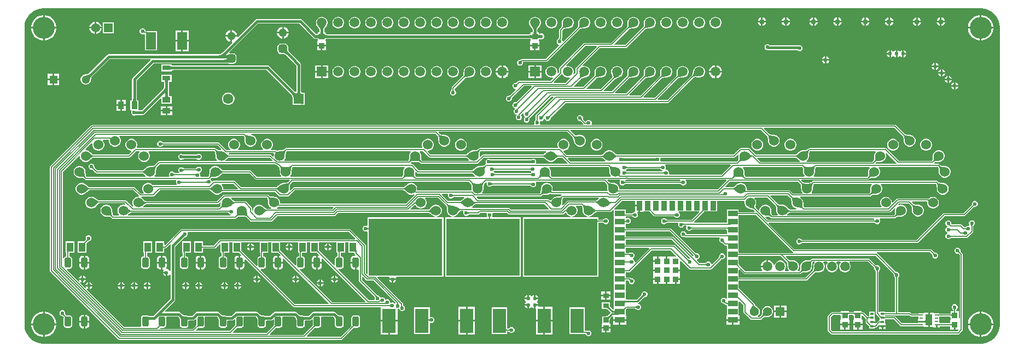
<source format=gbl>
G04*
G04 #@! TF.GenerationSoftware,Altium Limited,Altium Designer,25.5.2 (35)*
G04*
G04 Layer_Physical_Order=2*
G04 Layer_Color=16711680*
%FSLAX44Y44*%
%MOMM*%
G71*
G04*
G04 #@! TF.SameCoordinates,D9E2C172-A1AF-44C0-98D0-4809437D878E*
G04*
G04*
G04 #@! TF.FilePolarity,Positive*
G04*
G01*
G75*
%ADD11C,0.2540*%
%ADD15C,0.1520*%
G04:AMPARAMS|DCode=27|XSize=1.6mm|YSize=1mm|CornerRadius=0.25mm|HoleSize=0mm|Usage=FLASHONLY|Rotation=270.000|XOffset=0mm|YOffset=0mm|HoleType=Round|Shape=RoundedRectangle|*
%AMROUNDEDRECTD27*
21,1,1.6000,0.5000,0,0,270.0*
21,1,1.1000,1.0000,0,0,270.0*
1,1,0.5000,-0.2500,-0.5500*
1,1,0.5000,-0.2500,0.5500*
1,1,0.5000,0.2500,0.5500*
1,1,0.5000,0.2500,-0.5500*
%
%ADD27ROUNDEDRECTD27*%
%ADD42R,0.9000X0.7500*%
%ADD46R,1.0500X1.4500*%
%ADD70C,1.3900*%
%ADD71R,1.3900X1.3900*%
%ADD74C,1.3000*%
%ADD75R,1.3000X1.3000*%
%ADD80R,1.6000X1.6000*%
%ADD81C,1.6000*%
%ADD82C,0.8000*%
%ADD86C,0.4000*%
%ADD87C,0.1524*%
%ADD88C,1.5240*%
%ADD89C,3.4000*%
%ADD90C,1.5000*%
%ADD91R,1.5000X1.5000*%
%ADD92C,1.4900*%
G04:AMPARAMS|DCode=93|XSize=1.3mm|YSize=1.3mm|CornerRadius=0.325mm|HoleSize=0mm|Usage=FLASHONLY|Rotation=270.000|XOffset=0mm|YOffset=0mm|HoleType=Round|Shape=RoundedRectangle|*
%AMROUNDEDRECTD93*
21,1,1.3000,0.6500,0,0,270.0*
21,1,0.6500,1.3000,0,0,270.0*
1,1,0.6500,-0.3250,-0.3250*
1,1,0.6500,-0.3250,0.3250*
1,1,0.6500,0.3250,0.3250*
1,1,0.6500,0.3250,-0.3250*
%
%ADD93ROUNDEDRECTD93*%
%ADD94C,0.6000*%
%ADD95R,11.4300X8.8900*%
%ADD96R,1.5046X2.7082*%
%ADD97R,0.5500X0.2500*%
%ADD98R,1.0000X1.7000*%
%ADD99R,0.9121X0.9587*%
%ADD100R,0.9562X1.2062*%
%ADD101R,0.5000X0.3500*%
%ADD102R,0.8598X0.8324*%
%ADD103R,0.9000X1.5000*%
%ADD104R,1.5000X0.9000*%
%ADD105R,0.9000X0.9000*%
%ADD106R,1.2500X0.8000*%
%ADD107R,1.3000X0.8500*%
%ADD108R,2.0800X3.8100*%
G36*
X1520000Y720000D02*
X1521966D01*
X1525865Y719487D01*
X1529664Y718469D01*
X1533297Y716964D01*
X1536703Y714998D01*
X1539823Y712604D01*
X1542604Y709823D01*
X1544998Y706703D01*
X1546964Y703297D01*
X1548469Y699664D01*
X1549487Y695865D01*
X1550000Y691966D01*
X1550000Y690000D01*
X1550000D01*
X1550000Y690000D01*
Y230000D01*
Y228034D01*
X1549487Y224135D01*
X1548469Y220336D01*
X1546964Y216703D01*
X1544998Y213297D01*
X1542604Y210177D01*
X1539823Y207396D01*
X1536703Y205002D01*
X1533297Y203036D01*
X1529664Y201531D01*
X1525865Y200513D01*
X1521966Y200000D01*
X1520000D01*
Y200000D01*
X70000Y200000D01*
X68034D01*
X64135Y200513D01*
X60336Y201531D01*
X56703Y203036D01*
X53297Y205002D01*
X50177Y207396D01*
X47396Y210177D01*
X45002Y213297D01*
X43036Y216703D01*
X41531Y220336D01*
X40513Y224135D01*
X40000Y228034D01*
Y230000D01*
X40000Y690000D01*
Y691966D01*
X40513Y695865D01*
X41531Y699664D01*
X43036Y703297D01*
X45002Y706703D01*
X47396Y709823D01*
X50177Y712604D01*
X53297Y714998D01*
X56703Y716964D01*
X60336Y718469D01*
X64135Y719487D01*
X68034Y720000D01*
X70000D01*
X70000Y720000D01*
X1520000Y720000D01*
D02*
G37*
%LPC*%
G36*
X1459770Y705930D02*
Y700770D01*
X1464930D01*
X1464594Y702024D01*
X1463733Y703516D01*
X1462516Y704733D01*
X1461024Y705594D01*
X1459770Y705930D01*
D02*
G37*
G36*
X1457230D02*
X1455976Y705594D01*
X1454484Y704733D01*
X1453267Y703516D01*
X1452406Y702024D01*
X1452070Y700770D01*
X1457230D01*
Y705930D01*
D02*
G37*
G36*
X1422770D02*
Y700770D01*
X1427930D01*
X1427594Y702024D01*
X1426733Y703516D01*
X1425516Y704733D01*
X1424024Y705594D01*
X1422770Y705930D01*
D02*
G37*
G36*
X1420230D02*
X1418976Y705594D01*
X1417484Y704733D01*
X1416267Y703516D01*
X1415406Y702024D01*
X1415070Y700770D01*
X1420230D01*
Y705930D01*
D02*
G37*
G36*
X1379770D02*
Y700770D01*
X1384930D01*
X1384594Y702024D01*
X1383733Y703516D01*
X1382516Y704733D01*
X1381024Y705594D01*
X1379770Y705930D01*
D02*
G37*
G36*
X1377230D02*
X1375976Y705594D01*
X1374484Y704733D01*
X1373267Y703516D01*
X1372406Y702024D01*
X1372070Y700770D01*
X1377230D01*
Y705930D01*
D02*
G37*
G36*
X1342770D02*
Y700770D01*
X1347930D01*
X1347594Y702024D01*
X1346733Y703516D01*
X1345516Y704733D01*
X1344024Y705594D01*
X1342770Y705930D01*
D02*
G37*
G36*
X1340230D02*
X1338976Y705594D01*
X1337484Y704733D01*
X1336267Y703516D01*
X1335406Y702024D01*
X1335070Y700770D01*
X1340230D01*
Y705930D01*
D02*
G37*
G36*
X1299770D02*
Y700770D01*
X1304930D01*
X1304594Y702024D01*
X1303733Y703516D01*
X1302516Y704733D01*
X1301024Y705594D01*
X1299770Y705930D01*
D02*
G37*
G36*
X1297230D02*
X1295976Y705594D01*
X1294484Y704733D01*
X1293267Y703516D01*
X1292406Y702024D01*
X1292070Y700770D01*
X1297230D01*
Y705930D01*
D02*
G37*
G36*
X1262770D02*
Y700770D01*
X1267930D01*
X1267594Y702024D01*
X1266733Y703516D01*
X1265516Y704733D01*
X1264024Y705594D01*
X1262770Y705930D01*
D02*
G37*
G36*
X1260230D02*
X1258976Y705594D01*
X1257484Y704733D01*
X1256267Y703516D01*
X1255406Y702024D01*
X1255070Y700770D01*
X1260230D01*
Y705930D01*
D02*
G37*
G36*
X1219770D02*
Y700770D01*
X1224930D01*
X1224594Y702024D01*
X1223733Y703516D01*
X1222516Y704733D01*
X1221024Y705594D01*
X1219770Y705930D01*
D02*
G37*
G36*
X1217230D02*
X1215976Y705594D01*
X1214484Y704733D01*
X1213267Y703516D01*
X1212406Y702024D01*
X1212070Y700770D01*
X1217230D01*
Y705930D01*
D02*
G37*
G36*
X1182770D02*
Y700770D01*
X1187930D01*
X1187594Y702024D01*
X1186733Y703516D01*
X1185516Y704733D01*
X1184024Y705594D01*
X1182770Y705930D01*
D02*
G37*
G36*
X1180230D02*
X1178976Y705594D01*
X1177484Y704733D01*
X1176267Y703516D01*
X1175406Y702024D01*
X1175070Y700770D01*
X1180230D01*
Y705930D01*
D02*
G37*
G36*
X1464930Y698230D02*
X1459770D01*
Y693070D01*
X1461024Y693406D01*
X1462516Y694267D01*
X1463733Y695484D01*
X1464594Y696976D01*
X1464930Y698230D01*
D02*
G37*
G36*
X1457230D02*
X1452070D01*
X1452406Y696976D01*
X1453267Y695484D01*
X1454484Y694267D01*
X1455976Y693406D01*
X1457230Y693070D01*
Y698230D01*
D02*
G37*
G36*
X1427930D02*
X1422770D01*
Y693070D01*
X1424024Y693406D01*
X1425516Y694267D01*
X1426733Y695484D01*
X1427594Y696976D01*
X1427930Y698230D01*
D02*
G37*
G36*
X1420230D02*
X1415070D01*
X1415406Y696976D01*
X1416267Y695484D01*
X1417484Y694267D01*
X1418976Y693406D01*
X1420230Y693070D01*
Y698230D01*
D02*
G37*
G36*
X1384930D02*
X1379770D01*
Y693070D01*
X1381024Y693406D01*
X1382516Y694267D01*
X1383733Y695484D01*
X1384594Y696976D01*
X1384930Y698230D01*
D02*
G37*
G36*
X1377230D02*
X1372070D01*
X1372406Y696976D01*
X1373267Y695484D01*
X1374484Y694267D01*
X1375976Y693406D01*
X1377230Y693070D01*
Y698230D01*
D02*
G37*
G36*
X1347930D02*
X1342770D01*
Y693070D01*
X1344024Y693406D01*
X1345516Y694267D01*
X1346733Y695484D01*
X1347594Y696976D01*
X1347930Y698230D01*
D02*
G37*
G36*
X1340230D02*
X1335070D01*
X1335406Y696976D01*
X1336267Y695484D01*
X1337484Y694267D01*
X1338976Y693406D01*
X1340230Y693070D01*
Y698230D01*
D02*
G37*
G36*
X1304930D02*
X1299770D01*
Y693070D01*
X1301024Y693406D01*
X1302516Y694267D01*
X1303733Y695484D01*
X1304594Y696976D01*
X1304930Y698230D01*
D02*
G37*
G36*
X1297230D02*
X1292070D01*
X1292406Y696976D01*
X1293267Y695484D01*
X1294484Y694267D01*
X1295976Y693406D01*
X1297230Y693070D01*
Y698230D01*
D02*
G37*
G36*
X1267930D02*
X1262770D01*
Y693070D01*
X1264024Y693406D01*
X1265516Y694267D01*
X1266733Y695484D01*
X1267594Y696976D01*
X1267930Y698230D01*
D02*
G37*
G36*
X1260230D02*
X1255070D01*
X1255406Y696976D01*
X1256267Y695484D01*
X1257484Y694267D01*
X1258976Y693406D01*
X1260230Y693070D01*
Y698230D01*
D02*
G37*
G36*
X1224930D02*
X1219770D01*
Y693070D01*
X1221024Y693406D01*
X1222516Y694267D01*
X1223733Y695484D01*
X1224594Y696976D01*
X1224930Y698230D01*
D02*
G37*
G36*
X1217230D02*
X1212070D01*
X1212406Y696976D01*
X1213267Y695484D01*
X1214484Y694267D01*
X1215976Y693406D01*
X1217230Y693070D01*
Y698230D01*
D02*
G37*
G36*
X1187930D02*
X1182770D01*
Y693070D01*
X1184024Y693406D01*
X1185516Y694267D01*
X1186733Y695484D01*
X1187594Y696976D01*
X1187930Y698230D01*
D02*
G37*
G36*
X1180230D02*
X1175070D01*
X1175406Y696976D01*
X1176267Y695484D01*
X1177484Y694267D01*
X1178976Y693406D01*
X1180230Y693070D01*
Y698230D01*
D02*
G37*
G36*
X151270Y699484D02*
Y691270D01*
X159485D01*
X158843Y693663D01*
X157594Y695827D01*
X155827Y697594D01*
X153663Y698843D01*
X151270Y699484D01*
D02*
G37*
G36*
X1521924Y709540D02*
X1521270D01*
Y691270D01*
X1539540D01*
Y691925D01*
X1538789Y695700D01*
X1537316Y699256D01*
X1535178Y702456D01*
X1532456Y705178D01*
X1529256Y707316D01*
X1525700Y708789D01*
X1521924Y709540D01*
D02*
G37*
G36*
X1518730D02*
X1518076D01*
X1514300Y708789D01*
X1510744Y707316D01*
X1507544Y705178D01*
X1504822Y702456D01*
X1502684Y699256D01*
X1501211Y695700D01*
X1500460Y691925D01*
Y691270D01*
X1518730D01*
Y709540D01*
D02*
G37*
G36*
X71925D02*
X71270D01*
Y691270D01*
X89540D01*
Y691925D01*
X88789Y695700D01*
X87316Y699256D01*
X85178Y702456D01*
X82456Y705178D01*
X79256Y707316D01*
X75700Y708789D01*
X71925Y709540D01*
D02*
G37*
G36*
X68730D02*
X68075D01*
X64300Y708789D01*
X60744Y707316D01*
X57544Y705178D01*
X54822Y702456D01*
X52684Y699256D01*
X51211Y695700D01*
X50460Y691925D01*
Y691270D01*
X68730D01*
Y709540D01*
D02*
G37*
G36*
X148730Y699484D02*
X146337Y698843D01*
X144173Y697594D01*
X142406Y695827D01*
X141157Y693663D01*
X140515Y691270D01*
X148730D01*
Y699484D01*
D02*
G37*
G36*
X1110900Y707010D02*
X1108525D01*
X1106231Y706396D01*
X1104174Y705208D01*
X1102495Y703529D01*
X1101307Y701472D01*
X1100693Y699178D01*
Y696803D01*
X1101307Y694509D01*
X1102495Y692452D01*
X1104174Y690773D01*
X1106231Y689585D01*
X1108525Y688971D01*
X1110900D01*
X1113194Y689585D01*
X1115251Y690773D01*
X1116930Y692452D01*
X1118118Y694509D01*
X1118733Y696803D01*
Y699178D01*
X1118118Y701472D01*
X1116930Y703529D01*
X1115251Y705208D01*
X1113194Y706396D01*
X1110900Y707010D01*
D02*
G37*
G36*
X1085500D02*
X1083125D01*
X1080831Y706396D01*
X1078774Y705208D01*
X1077095Y703529D01*
X1075907Y701472D01*
X1075293Y699178D01*
Y696803D01*
X1075907Y694509D01*
X1077095Y692452D01*
X1078774Y690773D01*
X1080831Y689585D01*
X1083125Y688971D01*
X1085500D01*
X1087794Y689585D01*
X1089851Y690773D01*
X1091530Y692452D01*
X1092718Y694509D01*
X1093333Y696803D01*
Y699178D01*
X1092718Y701472D01*
X1091530Y703529D01*
X1089851Y705208D01*
X1087794Y706396D01*
X1085500Y707010D01*
D02*
G37*
G36*
X1060100D02*
X1057725D01*
X1055431Y706396D01*
X1053374Y705208D01*
X1051695Y703529D01*
X1050507Y701472D01*
X1049893Y699178D01*
Y696803D01*
X1050507Y694509D01*
X1051695Y692452D01*
X1053374Y690773D01*
X1055431Y689585D01*
X1057725Y688971D01*
X1060100D01*
X1062394Y689585D01*
X1064451Y690773D01*
X1066130Y692452D01*
X1067318Y694509D01*
X1067933Y696803D01*
Y699178D01*
X1067318Y701472D01*
X1066130Y703529D01*
X1064451Y705208D01*
X1062394Y706396D01*
X1060100Y707010D01*
D02*
G37*
G36*
X1034700D02*
X1032325D01*
X1030031Y706396D01*
X1027974Y705208D01*
X1026295Y703529D01*
X1025107Y701472D01*
X1024493Y699178D01*
Y696803D01*
X1025107Y694509D01*
X1026295Y692452D01*
X1027974Y690773D01*
X1030031Y689585D01*
X1032325Y688971D01*
X1034700D01*
X1036994Y689585D01*
X1039051Y690773D01*
X1040730Y692452D01*
X1041918Y694509D01*
X1042533Y696803D01*
Y699178D01*
X1041918Y701472D01*
X1040730Y703529D01*
X1039051Y705208D01*
X1036994Y706396D01*
X1034700Y707010D01*
D02*
G37*
G36*
X958500D02*
X956125D01*
X953831Y706396D01*
X951774Y705208D01*
X950095Y703529D01*
X948907Y701472D01*
X948293Y699178D01*
Y696803D01*
X948907Y694509D01*
X950095Y692452D01*
X951774Y690773D01*
X953831Y689585D01*
X956125Y688971D01*
X958500D01*
X960794Y689585D01*
X962851Y690773D01*
X964530Y692452D01*
X965718Y694509D01*
X966333Y696803D01*
Y699178D01*
X965718Y701472D01*
X964530Y703529D01*
X962851Y705208D01*
X960794Y706396D01*
X958500Y707010D01*
D02*
G37*
G36*
X933100D02*
X930725D01*
X928431Y706396D01*
X926374Y705208D01*
X924695Y703529D01*
X923507Y701472D01*
X922893Y699178D01*
Y696803D01*
X923507Y694509D01*
X924695Y692452D01*
X926374Y690773D01*
X928431Y689585D01*
X930725Y688971D01*
X933100D01*
X935394Y689585D01*
X937451Y690773D01*
X939130Y692452D01*
X940318Y694509D01*
X940933Y696803D01*
Y699178D01*
X940318Y701472D01*
X939130Y703529D01*
X937451Y705208D01*
X935394Y706396D01*
X933100Y707010D01*
D02*
G37*
G36*
X856900D02*
X854525D01*
X852231Y706396D01*
X850174Y705208D01*
X848495Y703529D01*
X847307Y701472D01*
X846693Y699178D01*
Y696803D01*
X847307Y694509D01*
X848495Y692452D01*
X850174Y690773D01*
X852231Y689585D01*
X854525Y688971D01*
X856900D01*
X859194Y689585D01*
X861251Y690773D01*
X862930Y692452D01*
X864118Y694509D01*
X864733Y696803D01*
Y699178D01*
X864118Y701472D01*
X862930Y703529D01*
X861251Y705208D01*
X859194Y706396D01*
X856900Y707010D01*
D02*
G37*
G36*
X780900D02*
X778525D01*
X776231Y706396D01*
X774174Y705208D01*
X772495Y703529D01*
X771307Y701472D01*
X770693Y699178D01*
Y696803D01*
X771307Y694509D01*
X772495Y692452D01*
X774174Y690773D01*
X776231Y689585D01*
X778525Y688971D01*
X780900D01*
X783194Y689585D01*
X785251Y690773D01*
X786930Y692452D01*
X788118Y694509D01*
X788733Y696803D01*
Y699178D01*
X788118Y701472D01*
X786930Y703529D01*
X785251Y705208D01*
X783194Y706396D01*
X780900Y707010D01*
D02*
G37*
G36*
X755500D02*
X753125D01*
X750831Y706396D01*
X748774Y705208D01*
X747095Y703529D01*
X745907Y701472D01*
X745293Y699178D01*
Y696803D01*
X745907Y694509D01*
X747095Y692452D01*
X748774Y690773D01*
X750831Y689585D01*
X753125Y688971D01*
X755500D01*
X757794Y689585D01*
X759851Y690773D01*
X761530Y692452D01*
X762718Y694509D01*
X763333Y696803D01*
Y699178D01*
X762718Y701472D01*
X761530Y703529D01*
X759851Y705208D01*
X757794Y706396D01*
X755500Y707010D01*
D02*
G37*
G36*
X730100D02*
X727725D01*
X725431Y706396D01*
X723374Y705208D01*
X721695Y703529D01*
X720507Y701472D01*
X719893Y699178D01*
Y696803D01*
X720507Y694509D01*
X721695Y692452D01*
X723374Y690773D01*
X725431Y689585D01*
X727725Y688971D01*
X730100D01*
X732394Y689585D01*
X734451Y690773D01*
X736130Y692452D01*
X737318Y694509D01*
X737933Y696803D01*
Y699178D01*
X737318Y701472D01*
X736130Y703529D01*
X734451Y705208D01*
X732394Y706396D01*
X730100Y707010D01*
D02*
G37*
G36*
X704700D02*
X702325D01*
X700031Y706396D01*
X697974Y705208D01*
X696295Y703529D01*
X695107Y701472D01*
X694493Y699178D01*
Y696803D01*
X695107Y694509D01*
X696295Y692452D01*
X697974Y690773D01*
X700031Y689585D01*
X702325Y688971D01*
X704700D01*
X706994Y689585D01*
X709051Y690773D01*
X710730Y692452D01*
X711918Y694509D01*
X712533Y696803D01*
Y699178D01*
X711918Y701472D01*
X710730Y703529D01*
X709051Y705208D01*
X706994Y706396D01*
X704700Y707010D01*
D02*
G37*
G36*
X679300D02*
X676925D01*
X674631Y706396D01*
X672574Y705208D01*
X670895Y703529D01*
X669707Y701472D01*
X669093Y699178D01*
Y696803D01*
X669707Y694509D01*
X670895Y692452D01*
X672574Y690773D01*
X674631Y689585D01*
X676925Y688971D01*
X679300D01*
X681594Y689585D01*
X683651Y690773D01*
X685330Y692452D01*
X686518Y694509D01*
X687133Y696803D01*
Y699178D01*
X686518Y701472D01*
X685330Y703529D01*
X683651Y705208D01*
X681594Y706396D01*
X679300Y707010D01*
D02*
G37*
G36*
X653900D02*
X651525D01*
X649231Y706396D01*
X647174Y705208D01*
X645495Y703529D01*
X644307Y701472D01*
X643693Y699178D01*
Y696803D01*
X644307Y694509D01*
X645495Y692452D01*
X647174Y690773D01*
X649231Y689585D01*
X651525Y688971D01*
X653900D01*
X656194Y689585D01*
X658251Y690773D01*
X659930Y692452D01*
X661118Y694509D01*
X661733Y696803D01*
Y699178D01*
X661118Y701472D01*
X659930Y703529D01*
X658251Y705208D01*
X656194Y706396D01*
X653900Y707010D01*
D02*
G37*
G36*
X628500D02*
X626125D01*
X623831Y706396D01*
X621774Y705208D01*
X620095Y703529D01*
X618907Y701472D01*
X618293Y699178D01*
Y696803D01*
X618907Y694509D01*
X620095Y692452D01*
X621774Y690773D01*
X623831Y689585D01*
X626125Y688971D01*
X628500D01*
X630794Y689585D01*
X632851Y690773D01*
X634530Y692452D01*
X635718Y694509D01*
X636333Y696803D01*
Y699178D01*
X635718Y701472D01*
X634530Y703529D01*
X632851Y705208D01*
X630794Y706396D01*
X628500Y707010D01*
D02*
G37*
G36*
X603100D02*
X600725D01*
X598431Y706396D01*
X596374Y705208D01*
X594695Y703529D01*
X593507Y701472D01*
X592893Y699178D01*
Y696803D01*
X593507Y694509D01*
X594695Y692452D01*
X596374Y690773D01*
X598431Y689585D01*
X600725Y688971D01*
X603100D01*
X605394Y689585D01*
X607451Y690773D01*
X609130Y692452D01*
X610318Y694509D01*
X610933Y696803D01*
Y699178D01*
X610318Y701472D01*
X609130Y703529D01*
X607451Y705208D01*
X605394Y706396D01*
X603100Y707010D01*
D02*
G37*
G36*
X577700D02*
X575325D01*
X573031Y706396D01*
X570974Y705208D01*
X569295Y703529D01*
X568107Y701472D01*
X567493Y699178D01*
Y696803D01*
X568107Y694509D01*
X569295Y692452D01*
X570974Y690773D01*
X573031Y689585D01*
X575325Y688971D01*
X577700D01*
X579994Y689585D01*
X582051Y690773D01*
X583730Y692452D01*
X584918Y694509D01*
X585533Y696803D01*
Y699178D01*
X584918Y701472D01*
X583730Y703529D01*
X582051Y705208D01*
X579994Y706396D01*
X577700Y707010D01*
D02*
G37*
G36*
X552300D02*
X549925D01*
X547631Y706396D01*
X545574Y705208D01*
X543895Y703529D01*
X542707Y701472D01*
X542093Y699178D01*
Y696803D01*
X542707Y694509D01*
X543895Y692452D01*
X545574Y690773D01*
X547631Y689585D01*
X549925Y688971D01*
X552300D01*
X554594Y689585D01*
X556651Y690773D01*
X558330Y692452D01*
X559518Y694509D01*
X560133Y696803D01*
Y699178D01*
X559518Y701472D01*
X558330Y703529D01*
X556651Y705208D01*
X554594Y706396D01*
X552300Y707010D01*
D02*
G37*
G36*
X526900D02*
X524525D01*
X522231Y706396D01*
X520174Y705208D01*
X518495Y703529D01*
X517307Y701472D01*
X516693Y699178D01*
Y696803D01*
X517307Y694509D01*
X518495Y692452D01*
X520174Y690773D01*
X522231Y689585D01*
X524525Y688971D01*
X526900D01*
X529194Y689585D01*
X531251Y690773D01*
X532930Y692452D01*
X534118Y694509D01*
X534733Y696803D01*
Y699178D01*
X534118Y701472D01*
X532930Y703529D01*
X531251Y705208D01*
X529194Y706396D01*
X526900Y707010D01*
D02*
G37*
G36*
X441283Y691409D02*
Y683661D01*
X449031D01*
X448437Y685880D01*
X447246Y687941D01*
X445563Y689624D01*
X443502Y690815D01*
X441283Y691409D01*
D02*
G37*
G36*
X438743D02*
X436523Y690815D01*
X434462Y689624D01*
X432779Y687941D01*
X431589Y685880D01*
X430994Y683661D01*
X438743D01*
Y691409D01*
D02*
G37*
G36*
X178470Y698470D02*
X161530D01*
Y681530D01*
X178470D01*
Y698470D01*
D02*
G37*
G36*
X159485Y688730D02*
X151270D01*
Y680516D01*
X153663Y681157D01*
X155827Y682406D01*
X157594Y684173D01*
X158843Y686337D01*
X159485Y688730D01*
D02*
G37*
G36*
X148730D02*
X140515D01*
X141157Y686337D01*
X142406Y684173D01*
X144173Y682406D01*
X146337Y681157D01*
X148730Y680516D01*
Y688730D01*
D02*
G37*
G36*
X831500Y707010D02*
X829125D01*
X826831Y706396D01*
X824774Y705208D01*
X823095Y703529D01*
X821907Y701472D01*
X821293Y699178D01*
Y696803D01*
X821907Y694509D01*
X823095Y692452D01*
X823766Y691781D01*
X823881Y691489D01*
X824467Y690885D01*
X824957Y690320D01*
X825380Y689768D01*
X825738Y689228D01*
X826033Y688702D01*
X826267Y688190D01*
X826445Y687693D01*
X826569Y687208D01*
X826641Y686733D01*
X826669Y686178D01*
X826724Y686064D01*
Y685648D01*
X826668Y685523D01*
X826649Y684813D01*
X826599Y684246D01*
X826523Y683786D01*
X826430Y683439D01*
X826338Y683213D01*
X826270Y683101D01*
X826116Y683083D01*
X826022Y683030D01*
X823932D01*
Y680847D01*
X823846Y680690D01*
X823831Y680547D01*
X823737Y680490D01*
X823515Y680399D01*
X823173Y680307D01*
X822714Y680231D01*
X822149Y680181D01*
X821439Y680162D01*
X821314Y680106D01*
X508711D01*
X508586Y680162D01*
X507876Y680181D01*
X507309Y680231D01*
X506849Y680307D01*
X506503Y680400D01*
X506276Y680492D01*
X506164Y680560D01*
X506146Y680714D01*
X506093Y680807D01*
Y683030D01*
X504603D01*
X504510Y683083D01*
X504355Y683101D01*
X504287Y683213D01*
X504195Y683439D01*
X504103Y683786D01*
X504026Y684246D01*
X503976Y684813D01*
X503957Y685523D01*
X503902Y685648D01*
Y686064D01*
X503956Y686178D01*
X503984Y686733D01*
X504057Y687208D01*
X504180Y687693D01*
X504358Y688190D01*
X504593Y688702D01*
X504888Y689227D01*
X505246Y689768D01*
X505669Y690320D01*
X506158Y690885D01*
X506744Y691489D01*
X506860Y691781D01*
X507530Y692452D01*
X508718Y694509D01*
X509333Y696803D01*
Y699178D01*
X508718Y701472D01*
X507530Y703529D01*
X505851Y705208D01*
X503794Y706396D01*
X501500Y707010D01*
X499125D01*
X496831Y706396D01*
X494774Y705208D01*
X493095Y703529D01*
X491907Y701472D01*
X491293Y699178D01*
Y696803D01*
X491907Y694509D01*
X493095Y692452D01*
X493766Y691781D01*
X493881Y691489D01*
X494467Y690885D01*
X494957Y690320D01*
X495380Y689768D01*
X495737Y689228D01*
X496033Y688702D01*
X496267Y688190D01*
X496445Y687693D01*
X496568Y687208D01*
X496641Y686733D01*
X496670Y686178D01*
X496724Y686064D01*
Y685648D01*
X496668Y685523D01*
X496649Y684813D01*
X496599Y684246D01*
X496523Y683786D01*
X496430Y683439D01*
X496338Y683213D01*
X496270Y683101D01*
X496116Y683083D01*
X496022Y683030D01*
X493932D01*
Y681047D01*
X493846Y680889D01*
X493831Y680747D01*
X493737Y680689D01*
X493515Y680598D01*
X493173Y680506D01*
X492714Y680430D01*
X492149Y680380D01*
X491756Y680369D01*
X469697Y702428D01*
X468533Y703206D01*
X467159Y703480D01*
X399891D01*
X398517Y703206D01*
X397353Y702428D01*
X370444Y675519D01*
X369240Y676109D01*
X369227Y676121D01*
X361283D01*
Y668176D01*
X361294Y668163D01*
X361884Y666959D01*
X346414Y651490D01*
X346290Y651444D01*
X345758Y650948D01*
X345255Y650546D01*
X344738Y650195D01*
X344207Y649893D01*
X343659Y649639D01*
X343092Y649431D01*
X342504Y649269D01*
X341890Y649152D01*
X341250Y649081D01*
X340523Y649055D01*
X340477Y649034D01*
X340429Y649049D01*
X340336Y649000D01*
X170533D01*
X170533Y649000D01*
X169160Y648727D01*
X167995Y647949D01*
X139740Y619693D01*
X139618Y619649D01*
X139240Y619303D01*
X138896Y619039D01*
X138529Y618807D01*
X138136Y618605D01*
X137715Y618432D01*
X137262Y618289D01*
X136775Y618176D01*
X136252Y618095D01*
X135691Y618048D01*
X135045Y618035D01*
X134760Y617910D01*
X133957D01*
X131917Y617364D01*
X130088Y616308D01*
X128595Y614815D01*
X127539Y612986D01*
X126993Y610946D01*
Y608835D01*
X127539Y606795D01*
X128595Y604966D01*
X130088Y603473D01*
X131917Y602417D01*
X133957Y601871D01*
X136068D01*
X138108Y602417D01*
X139937Y603473D01*
X141430Y604966D01*
X142486Y606795D01*
X143033Y608835D01*
Y609638D01*
X143157Y609923D01*
X143170Y610569D01*
X143217Y611130D01*
X143298Y611652D01*
X143411Y612140D01*
X143554Y612593D01*
X143727Y613014D01*
X143929Y613406D01*
X144161Y613774D01*
X144425Y614118D01*
X144771Y614496D01*
X144815Y614617D01*
X172020Y641822D01*
X234719D01*
X235348Y640302D01*
X207725Y612678D01*
X206947Y611514D01*
X206674Y610141D01*
Y580059D01*
X206618Y579934D01*
X206599Y579225D01*
X206549Y578659D01*
X206473Y578201D01*
X206381Y577859D01*
X206290Y577636D01*
X206232Y577542D01*
X206090Y577527D01*
X205933Y577442D01*
X203962D01*
Y562340D01*
X205491D01*
X206181Y560880D01*
X205493Y559219D01*
Y557421D01*
X206181Y555759D01*
X207452Y554488D01*
X209114Y553800D01*
X210912D01*
X212573Y554488D01*
X212685Y554600D01*
X214135Y554677D01*
X214249Y554731D01*
X223192D01*
X224565Y555004D01*
X225729Y555782D01*
X250588Y580641D01*
X251993Y580059D01*
Y572621D01*
X268033D01*
Y584161D01*
X264303D01*
X264209Y584213D01*
X264055Y584232D01*
X263988Y584343D01*
X263895Y584570D01*
X263803Y584916D01*
X263726Y585376D01*
X263676Y585944D01*
X263657Y586653D01*
X263602Y586778D01*
Y594894D01*
X263651Y594987D01*
X263602Y595146D01*
Y603753D01*
X263657Y603878D01*
X263676Y604587D01*
X263726Y605153D01*
X263802Y605611D01*
X263894Y605954D01*
X263985Y606176D01*
X264043Y606270D01*
X264185Y606285D01*
X264343Y606371D01*
X267783D01*
Y617411D01*
X252243D01*
Y606371D01*
X255683D01*
X255840Y606285D01*
X255982Y606270D01*
X256040Y606176D01*
X256131Y605954D01*
X256223Y605611D01*
X256299Y605153D01*
X256349Y604587D01*
X256368Y603878D01*
X256424Y603753D01*
Y600216D01*
X256374Y600123D01*
X256390Y600074D01*
X256368Y600028D01*
X256342Y599301D01*
X256271Y598661D01*
X256154Y598048D01*
X255992Y597459D01*
X255784Y596892D01*
X255530Y596344D01*
X255229Y595813D01*
X254878Y595297D01*
X254475Y594794D01*
X253980Y594261D01*
X253934Y594137D01*
X221705Y561908D01*
X217905D01*
X216564Y562340D01*
Y577442D01*
X214593D01*
X214435Y577527D01*
X214293Y577542D01*
X214235Y577636D01*
X214144Y577859D01*
X214052Y578201D01*
X213976Y578659D01*
X213926Y579225D01*
X213907Y579934D01*
X213852Y580059D01*
Y608654D01*
X240194Y634996D01*
X350658D01*
X350792Y634940D01*
X351520Y634936D01*
X353331Y634873D01*
X354184Y634795D01*
X354472Y634752D01*
X354682Y634709D01*
X354779Y634681D01*
X354879Y634638D01*
X354951Y634637D01*
X356763Y634277D01*
X363263D01*
X365124Y634647D01*
X366702Y635702D01*
X367756Y637279D01*
X368126Y639141D01*
Y645641D01*
X367756Y647502D01*
X366702Y649080D01*
X365124Y650134D01*
X363263Y650504D01*
X357729D01*
X357100Y652024D01*
X401377Y696302D01*
X465673D01*
X487796Y674179D01*
X488960Y673401D01*
X490334Y673128D01*
X491314D01*
X491439Y673072D01*
X492149Y673053D01*
X492714Y673003D01*
X493173Y672927D01*
X493515Y672835D01*
X493737Y672744D01*
X493831Y672686D01*
X493846Y672544D01*
X493932Y672386D01*
X493932Y670613D01*
X492912Y669516D01*
X492912Y669305D01*
Y663452D01*
X500013D01*
X507113D01*
Y669305D01*
X507113Y669516D01*
X506093Y670613D01*
X506093Y671036D01*
Y672227D01*
X506146Y672320D01*
X506164Y672475D01*
X506276Y672542D01*
X506503Y672635D01*
X506849Y672728D01*
X507309Y672804D01*
X507876Y672854D01*
X508586Y672873D01*
X508711Y672928D01*
X821314D01*
X821439Y672873D01*
X822149Y672854D01*
X822714Y672804D01*
X823173Y672728D01*
X823515Y672635D01*
X823737Y672545D01*
X823831Y672487D01*
X823846Y672345D01*
X823932Y672187D01*
X823932Y670613D01*
X822912Y669516D01*
X822912Y669305D01*
Y663452D01*
X830013D01*
X837113D01*
Y669305D01*
X837113Y669516D01*
X836093Y670613D01*
X836093Y671036D01*
Y672325D01*
X836836Y672670D01*
X837578Y672832D01*
X839113Y672197D01*
X840912D01*
X842573Y672885D01*
X843845Y674156D01*
X844533Y675817D01*
Y677616D01*
X843845Y679277D01*
X842573Y680548D01*
X840912Y681236D01*
X839113D01*
X837578Y680601D01*
X836856Y680758D01*
X836093Y681266D01*
Y683030D01*
X834603D01*
X834510Y683083D01*
X834355Y683101D01*
X834287Y683213D01*
X834195Y683439D01*
X834102Y683786D01*
X834026Y684246D01*
X833976Y684813D01*
X833957Y685523D01*
X833902Y685648D01*
Y686064D01*
X833956Y686178D01*
X833984Y686733D01*
X834057Y687208D01*
X834180Y687693D01*
X834358Y688190D01*
X834593Y688702D01*
X834887Y689227D01*
X835246Y689768D01*
X835669Y690320D01*
X836158Y690885D01*
X836744Y691489D01*
X836860Y691781D01*
X837530Y692452D01*
X838718Y694509D01*
X839333Y696803D01*
Y699178D01*
X838718Y701472D01*
X837530Y703529D01*
X835851Y705208D01*
X833794Y706396D01*
X831500Y707010D01*
D02*
G37*
G36*
X361283Y686409D02*
Y678661D01*
X369031D01*
X368437Y680880D01*
X367246Y682941D01*
X365563Y684624D01*
X363502Y685815D01*
X361283Y686409D01*
D02*
G37*
G36*
X358743Y686409D02*
X356523Y685815D01*
X354462Y684624D01*
X352779Y682941D01*
X351589Y680880D01*
X350994Y678661D01*
X358743D01*
Y686409D01*
D02*
G37*
G36*
X449031Y681121D02*
X441283D01*
Y673372D01*
X443502Y673967D01*
X445563Y675157D01*
X447246Y676840D01*
X448437Y678901D01*
X449031Y681121D01*
D02*
G37*
G36*
X438743D02*
X430994D01*
X431589Y678901D01*
X432779Y676840D01*
X434462Y675157D01*
X436523Y673967D01*
X438743Y673372D01*
Y681121D01*
D02*
G37*
G36*
X294071Y686081D02*
X285278D01*
Y671270D01*
X294071D01*
Y686081D01*
D02*
G37*
G36*
X282738D02*
X273945D01*
Y671270D01*
X282738D01*
Y686081D01*
D02*
G37*
G36*
X1539540Y688730D02*
X1521270D01*
Y670460D01*
X1521924D01*
X1525700Y671211D01*
X1529256Y672684D01*
X1532456Y674822D01*
X1535178Y677544D01*
X1537316Y680744D01*
X1538789Y684300D01*
X1539540Y688075D01*
Y688730D01*
D02*
G37*
G36*
X1518730D02*
X1500460D01*
Y688075D01*
X1501211Y684300D01*
X1502684Y680744D01*
X1504822Y677544D01*
X1507544Y674822D01*
X1510744Y672684D01*
X1514300Y671211D01*
X1518076Y670460D01*
X1518730D01*
Y688730D01*
D02*
G37*
G36*
X89540D02*
X71270D01*
Y670460D01*
X71925D01*
X75700Y671211D01*
X79256Y672684D01*
X82456Y674822D01*
X85178Y677544D01*
X87316Y680744D01*
X88789Y684300D01*
X89540Y688075D01*
Y688730D01*
D02*
G37*
G36*
X68730D02*
X50460D01*
Y688075D01*
X51211Y684300D01*
X52684Y680744D01*
X54822Y677544D01*
X57544Y674822D01*
X60744Y672684D01*
X64300Y671211D01*
X68075Y670460D01*
X68730D01*
Y688730D01*
D02*
G37*
G36*
X907700Y707010D02*
X905325D01*
X903031Y706396D01*
X900974Y705208D01*
X899295Y703529D01*
X898107Y701472D01*
X897493Y699178D01*
Y698219D01*
X897368Y697921D01*
X897364Y696734D01*
X897330Y695688D01*
X897170Y693844D01*
X897054Y693122D01*
X896914Y692497D01*
X896758Y691994D01*
X896600Y691617D01*
X896457Y691371D01*
X896247Y691115D01*
X896202Y690967D01*
X874262Y669028D01*
X872701Y669616D01*
X872451Y670220D01*
X872422Y670550D01*
X872077Y671215D01*
X871960Y671466D01*
X871755Y671979D01*
X871695Y672165D01*
X871648Y672339D01*
X871620Y672482D01*
X871606Y672590D01*
X871601Y672691D01*
X871644Y672734D01*
X871644Y672734D01*
X872148Y673488D01*
X872325Y674378D01*
Y685915D01*
X874089Y687680D01*
X874238Y687725D01*
X874493Y687935D01*
X874739Y688078D01*
X875116Y688236D01*
X875619Y688391D01*
X876244Y688532D01*
X876950Y688645D01*
X879885Y688842D01*
X881042Y688846D01*
X881341Y688971D01*
X882300D01*
X884594Y689585D01*
X886651Y690773D01*
X888330Y692452D01*
X889518Y694509D01*
X890133Y696803D01*
Y699178D01*
X889518Y701472D01*
X888330Y703529D01*
X886651Y705208D01*
X884594Y706396D01*
X882300Y707010D01*
X879925D01*
X877631Y706396D01*
X875574Y705208D01*
X873895Y703529D01*
X872707Y701472D01*
X872093Y699178D01*
Y698219D01*
X871968Y697921D01*
X871964Y696734D01*
X871930Y695688D01*
X871770Y693844D01*
X871654Y693122D01*
X871514Y692497D01*
X871358Y691994D01*
X871200Y691617D01*
X871057Y691371D01*
X870847Y691115D01*
X870802Y690967D01*
X868356Y688522D01*
X867852Y687768D01*
X867675Y686878D01*
X867675Y686878D01*
Y675341D01*
X867551Y675217D01*
X867048Y674463D01*
X866886Y673651D01*
X866864Y673624D01*
X866870Y673551D01*
Y673391D01*
X866793Y673229D01*
X866783Y673061D01*
X866773Y673004D01*
X866759Y672958D01*
X866739Y672915D01*
X866709Y672865D01*
X866660Y672804D01*
X866587Y672730D01*
X866484Y672644D01*
X866345Y672548D01*
X866117Y672417D01*
X865997Y672261D01*
X865778Y672170D01*
X864506Y670898D01*
X863818Y669237D01*
Y667439D01*
X864506Y665778D01*
X865778Y664506D01*
X867060Y663975D01*
X867648Y662414D01*
X847056Y641822D01*
X810812D01*
X809922Y641645D01*
X809168Y641141D01*
X809168Y641141D01*
X808870Y640843D01*
X808699Y640782D01*
X808577Y640673D01*
X808508Y640623D01*
X808421Y640572D01*
X808311Y640522D01*
X808175Y640473D01*
X808010Y640428D01*
X807817Y640391D01*
X807593Y640363D01*
X807339Y640346D01*
X807017Y640341D01*
X806727Y640216D01*
X806112D01*
X804450Y639528D01*
X803179Y638256D01*
X802491Y636595D01*
Y634797D01*
X803179Y633136D01*
X804450Y631864D01*
X806112Y631176D01*
X807910D01*
X809571Y631864D01*
X810843Y633136D01*
X811531Y634797D01*
Y635412D01*
X811656Y635702D01*
X811660Y636024D01*
X811677Y636278D01*
X811706Y636502D01*
X811743Y636696D01*
X811788Y636861D01*
X811836Y636996D01*
X811887Y637106D01*
X811925Y637172D01*
X848019D01*
X848019Y637172D01*
X848909Y637349D01*
X849663Y637853D01*
X899489Y687680D01*
X899638Y687725D01*
X899893Y687935D01*
X900139Y688078D01*
X900516Y688236D01*
X901019Y688391D01*
X901644Y688532D01*
X902350Y688645D01*
X905285Y688842D01*
X906442Y688846D01*
X906741Y688971D01*
X907700D01*
X909994Y689585D01*
X912051Y690773D01*
X913730Y692452D01*
X914918Y694509D01*
X915533Y696803D01*
Y699178D01*
X914918Y701472D01*
X913730Y703529D01*
X912051Y705208D01*
X909994Y706396D01*
X907700Y707010D01*
D02*
G37*
G36*
X358743Y676121D02*
X350994D01*
X351589Y673901D01*
X352779Y671840D01*
X354462Y670157D01*
X356523Y668967D01*
X358743Y668372D01*
Y676121D01*
D02*
G37*
G36*
X1009300Y707010D02*
X1006925D01*
X1004631Y706396D01*
X1002574Y705208D01*
X1000895Y703529D01*
X999707Y701472D01*
X999093Y699178D01*
Y698219D01*
X998968Y697921D01*
X998964Y696734D01*
X998930Y695688D01*
X998770Y693844D01*
X998654Y693122D01*
X998514Y692497D01*
X998358Y691994D01*
X998200Y691617D01*
X998057Y691371D01*
X997847Y691115D01*
X997802Y690967D01*
X970200Y663366D01*
X953361D01*
X952779Y664770D01*
X975689Y687680D01*
X975838Y687725D01*
X976093Y687935D01*
X976339Y688078D01*
X976716Y688236D01*
X977219Y688391D01*
X977844Y688532D01*
X978550Y688645D01*
X981485Y688842D01*
X982643Y688846D01*
X982942Y688971D01*
X983900D01*
X986194Y689585D01*
X988251Y690773D01*
X989930Y692452D01*
X991118Y694509D01*
X991733Y696803D01*
Y699178D01*
X991118Y701472D01*
X989930Y703529D01*
X988251Y705208D01*
X986194Y706396D01*
X983900Y707010D01*
X981525D01*
X979231Y706396D01*
X977174Y705208D01*
X975495Y703529D01*
X974307Y701472D01*
X973693Y699178D01*
Y698219D01*
X973568Y697921D01*
X973564Y696734D01*
X973530Y695688D01*
X973370Y693844D01*
X973254Y693122D01*
X973114Y692497D01*
X972958Y691994D01*
X972800Y691617D01*
X972657Y691371D01*
X972447Y691115D01*
X972402Y690967D01*
X948050Y666615D01*
X907618D01*
X907618Y666616D01*
X906728Y666439D01*
X905974Y665935D01*
X905974Y665935D01*
X868159Y628119D01*
X867655Y627365D01*
X867478Y626475D01*
X867478Y626475D01*
Y620849D01*
X865967Y619338D01*
X864604Y620125D01*
X864733Y620603D01*
Y622978D01*
X864118Y625272D01*
X862930Y627329D01*
X861251Y629008D01*
X859194Y630196D01*
X856900Y630811D01*
X854525D01*
X852231Y630196D01*
X850174Y629008D01*
X848495Y627329D01*
X847307Y625272D01*
X846693Y622978D01*
Y620603D01*
X847307Y618309D01*
X848495Y616252D01*
X850174Y614573D01*
X852231Y613385D01*
X854525Y612771D01*
X856900D01*
X857378Y612899D01*
X858165Y611536D01*
X854354Y607725D01*
X805523D01*
X805523Y607725D01*
X804633Y607548D01*
X803879Y607044D01*
X803879Y607044D01*
X801872Y605037D01*
X801701Y604977D01*
X801579Y604867D01*
X801510Y604818D01*
X801423Y604767D01*
X801313Y604716D01*
X801177Y604668D01*
X801012Y604623D01*
X800819Y604586D01*
X800595Y604557D01*
X800341Y604540D01*
X800019Y604535D01*
X799729Y604411D01*
X799113D01*
X797452Y603722D01*
X796181Y602451D01*
X795493Y600790D01*
Y598992D01*
X796181Y597330D01*
X797452Y596059D01*
X799113Y595370D01*
X799894D01*
X800523Y593851D01*
X791766Y585093D01*
X791595Y585033D01*
X791473Y584923D01*
X791404Y584874D01*
X791317Y584823D01*
X791207Y584772D01*
X791071Y584724D01*
X790907Y584679D01*
X790713Y584642D01*
X790489Y584613D01*
X790235Y584596D01*
X789913Y584591D01*
X789623Y584467D01*
X789008D01*
X787346Y583778D01*
X786075Y582507D01*
X785387Y580846D01*
Y579047D01*
X786075Y577386D01*
X787346Y576115D01*
X789008Y575426D01*
X790806D01*
X792467Y576115D01*
X793739Y577386D01*
X794427Y579047D01*
Y579663D01*
X794552Y579953D01*
X794556Y580275D01*
X794574Y580528D01*
X794602Y580753D01*
X794639Y580946D01*
X794684Y581111D01*
X794733Y581247D01*
X794783Y581357D01*
X794834Y581444D01*
X794884Y581513D01*
X794993Y581635D01*
X795053Y581805D01*
X813118Y599869D01*
X824718D01*
X825300Y598465D01*
X801872Y575037D01*
X801701Y574977D01*
X801579Y574867D01*
X801510Y574818D01*
X801423Y574767D01*
X801313Y574716D01*
X801177Y574668D01*
X801012Y574623D01*
X800819Y574586D01*
X800595Y574557D01*
X800341Y574540D01*
X800019Y574535D01*
X799729Y574411D01*
X799113D01*
X797452Y573722D01*
X796181Y572451D01*
X795493Y570790D01*
Y568992D01*
X796181Y567330D01*
X797452Y566059D01*
X798962Y565434D01*
X798975Y565415D01*
X799159Y564800D01*
X799208Y563851D01*
X797992Y562635D01*
X797304Y560973D01*
Y559175D01*
X797992Y557514D01*
X799264Y556242D01*
X800925Y555554D01*
X801078D01*
X801707Y554034D01*
X801277Y553604D01*
X800589Y551943D01*
Y550145D01*
X801277Y548483D01*
X802549Y547212D01*
X804210Y546524D01*
X806008D01*
X807669Y547212D01*
X808941Y548483D01*
X809629Y550145D01*
Y551943D01*
X808941Y553604D01*
X808186Y554359D01*
X811134Y557308D01*
X812643Y556667D01*
Y555484D01*
X813332Y553822D01*
X814368Y552786D01*
X814580Y552220D01*
X814491Y550952D01*
X813630Y550090D01*
X812942Y548429D01*
Y546631D01*
X813630Y544969D01*
X814901Y543698D01*
X816562Y543010D01*
X818361D01*
X820022Y543698D01*
X821293Y544969D01*
X821982Y546631D01*
Y548429D01*
X821924Y548567D01*
X821949Y548727D01*
X821886Y548987D01*
X821858Y549162D01*
X821847Y549305D01*
X821850Y549419D01*
X821861Y549505D01*
X821878Y549570D01*
X821897Y549622D01*
X821922Y549668D01*
X821957Y549717D01*
X822068Y549842D01*
X822127Y550012D01*
X822146Y550030D01*
X822275Y550132D01*
X822279Y550163D01*
X855684Y583569D01*
X858417D01*
X858999Y582164D01*
X831960Y555126D01*
X831457Y554372D01*
X831280Y553482D01*
X831280Y553482D01*
Y547448D01*
X831201Y547284D01*
X831193Y547121D01*
X831179Y547037D01*
X831153Y546939D01*
X831112Y546826D01*
X831050Y546695D01*
X830965Y546548D01*
X830854Y546384D01*
X830716Y546205D01*
X830549Y546014D01*
X830324Y545783D01*
X830208Y545490D01*
X829772Y545054D01*
X829084Y543393D01*
Y541595D01*
X829344Y540968D01*
X828328Y539448D01*
X145098D01*
X144207Y539271D01*
X143452Y538767D01*
X100597Y495911D01*
X100356Y495551D01*
X80312Y475507D01*
X79807Y474752D01*
X79630Y473862D01*
Y320764D01*
X79477Y319994D01*
Y313336D01*
X79654Y312446D01*
X80159Y311691D01*
X165986Y225864D01*
X165986Y225864D01*
X185206Y206643D01*
X185961Y206139D01*
X186851Y205962D01*
X530367D01*
X531257Y206139D01*
X532012Y206643D01*
X549312Y223943D01*
X549495Y224013D01*
X549648Y224158D01*
X549762Y224253D01*
X549867Y224330D01*
X549964Y224391D01*
X550053Y224438D01*
X550136Y224474D01*
X550212Y224499D01*
X550285Y224518D01*
X550356Y224529D01*
X550500Y224539D01*
X550505Y224542D01*
X555213D01*
X556781Y224854D01*
X558111Y225742D01*
X558999Y227072D01*
X559311Y228641D01*
Y239641D01*
X558999Y241209D01*
X558111Y242539D01*
X556781Y243427D01*
X555213Y243739D01*
X550213D01*
X548644Y243427D01*
X547314Y242539D01*
X546426Y241209D01*
X546114Y239641D01*
Y228641D01*
X546283Y227792D01*
X546249Y227636D01*
X545803Y227103D01*
X545774Y226985D01*
X529403Y210615D01*
X477599D01*
X477017Y212019D01*
X489051Y224053D01*
X489234Y224123D01*
X489394Y224274D01*
X489509Y224371D01*
X489609Y224444D01*
X489694Y224497D01*
X489761Y224531D01*
X489809Y224550D01*
X489841Y224560D01*
X489860Y224563D01*
X489869Y224564D01*
X489969Y224559D01*
X490023Y224579D01*
X490118Y224561D01*
X490120Y224560D01*
X490120Y224560D01*
X490213Y224542D01*
X495213D01*
X496781Y224854D01*
X498111Y225742D01*
X498999Y227072D01*
X499311Y228641D01*
Y239641D01*
X499130Y240552D01*
X500112Y242072D01*
X517717D01*
X518167Y241621D01*
X518186Y241546D01*
X518273Y241494D01*
X518309Y241400D01*
X518814Y240869D01*
X519233Y240377D01*
X519595Y239896D01*
X519902Y239426D01*
X520154Y238971D01*
X520355Y238528D01*
X520508Y238099D01*
X520616Y237681D01*
X520681Y237272D01*
X520710Y236786D01*
X520714Y236779D01*
Y228641D01*
X521026Y227072D01*
X521914Y225742D01*
X523244Y224854D01*
X524813Y224542D01*
X529813D01*
X531381Y224854D01*
X532711Y225742D01*
X533599Y227072D01*
X533911Y228641D01*
Y239641D01*
X533599Y241209D01*
X532711Y242539D01*
X531381Y243427D01*
X529813Y243739D01*
X528514D01*
X528509Y243742D01*
X528502Y243739D01*
X528496D01*
X528488Y243743D01*
X528003Y243772D01*
X527594Y243838D01*
X527175Y243946D01*
X526745Y244099D01*
X526302Y244301D01*
X525845Y244555D01*
X525375Y244862D01*
X524893Y245225D01*
X524399Y245646D01*
X523866Y246152D01*
X523738Y246202D01*
X521741Y248198D01*
X520577Y248976D01*
X519203Y249249D01*
X487719D01*
X486346Y248976D01*
X485181Y248198D01*
X479974Y242991D01*
X475715D01*
X475582Y243047D01*
X474840Y243051D01*
X473029Y243108D01*
X472221Y243179D01*
X471974Y243216D01*
X471830Y243246D01*
X471703Y243288D01*
X471602Y243280D01*
X471381Y243427D01*
X469813Y243739D01*
X468514D01*
X468509Y243742D01*
X468502Y243739D01*
X468496D01*
X468488Y243743D01*
X468003Y243772D01*
X467594Y243838D01*
X467175Y243946D01*
X466745Y244099D01*
X466302Y244301D01*
X465845Y244555D01*
X465375Y244862D01*
X464893Y245225D01*
X464399Y245646D01*
X463866Y246152D01*
X463738Y246202D01*
X461741Y248198D01*
X460577Y248976D01*
X459203Y249249D01*
X427719D01*
X426346Y248976D01*
X425181Y248198D01*
X419974Y242991D01*
X415715D01*
X415582Y243047D01*
X414840Y243051D01*
X413029Y243108D01*
X412221Y243179D01*
X411974Y243216D01*
X411830Y243246D01*
X411703Y243288D01*
X411602Y243280D01*
X411381Y243427D01*
X409813Y243739D01*
X408514D01*
X408509Y243742D01*
X408502Y243739D01*
X408496D01*
X408488Y243743D01*
X408003Y243772D01*
X407594Y243838D01*
X407175Y243946D01*
X406745Y244099D01*
X406302Y244301D01*
X405845Y244555D01*
X405375Y244862D01*
X404893Y245225D01*
X404399Y245646D01*
X403866Y246152D01*
X403738Y246202D01*
X401741Y248198D01*
X400577Y248976D01*
X399203Y249249D01*
X367719D01*
X366346Y248976D01*
X365181Y248198D01*
X359974Y242991D01*
X355715D01*
X355582Y243047D01*
X354840Y243051D01*
X353029Y243108D01*
X352221Y243179D01*
X351974Y243216D01*
X351830Y243246D01*
X351703Y243288D01*
X351602Y243280D01*
X351381Y243427D01*
X349813Y243739D01*
X348514D01*
X348509Y243742D01*
X348502Y243739D01*
X348496D01*
X348488Y243743D01*
X348003Y243772D01*
X347594Y243838D01*
X347175Y243946D01*
X346745Y244099D01*
X346302Y244301D01*
X345845Y244555D01*
X345375Y244862D01*
X344893Y245225D01*
X344399Y245646D01*
X343866Y246152D01*
X343738Y246202D01*
X341741Y248198D01*
X340577Y248976D01*
X339203Y249249D01*
X307120D01*
X305746Y248976D01*
X304582Y248198D01*
X299375Y242991D01*
X295716D01*
X295582Y243047D01*
X294839Y243051D01*
X293029Y243108D01*
X292221Y243179D01*
X291974Y243216D01*
X291831Y243246D01*
X291703Y243288D01*
X291602Y243280D01*
X291381Y243427D01*
X289813Y243739D01*
X288514D01*
X288509Y243742D01*
X288502Y243739D01*
X288496D01*
X288488Y243743D01*
X288003Y243772D01*
X287594Y243838D01*
X287175Y243946D01*
X286745Y244099D01*
X286303Y244301D01*
X285846Y244555D01*
X285375Y244862D01*
X284893Y245225D01*
X284399Y245646D01*
X283866Y246152D01*
X283738Y246202D01*
X281741Y248198D01*
X280577Y248976D01*
X279203Y249249D01*
X257621D01*
X257040Y250654D01*
X272439Y266054D01*
X273217Y267218D01*
X273491Y268591D01*
Y350626D01*
X287152Y364287D01*
X287282Y364338D01*
X287918Y364950D01*
X288195Y365189D01*
X288196Y365190D01*
X289031D01*
X290692Y365878D01*
X291963Y367150D01*
X292652Y368811D01*
Y370610D01*
X292260Y371555D01*
X293146Y373075D01*
X542065D01*
X551990Y363150D01*
X551408Y361745D01*
X343818D01*
X343818Y361745D01*
X342929Y361568D01*
X342174Y361064D01*
X342174Y361064D01*
X333325Y352215D01*
X316225D01*
X316045Y352295D01*
X316033Y352296D01*
Y358661D01*
X302493D01*
Y341121D01*
X316033D01*
Y347486D01*
X316045Y347486D01*
X316225Y347566D01*
X334288D01*
X334288Y347566D01*
X335178Y347743D01*
X335932Y348247D01*
X341838Y354153D01*
X343243Y353571D01*
Y341121D01*
X344908D01*
X344908Y341108D01*
X344988Y340928D01*
Y335374D01*
X344928Y335239D01*
X344813D01*
X343244Y334927D01*
X341914Y334039D01*
X341026Y332709D01*
X340714Y331141D01*
Y320141D01*
X341026Y318572D01*
X341914Y317242D01*
X343244Y316354D01*
X344813Y316042D01*
X349813D01*
X351381Y316354D01*
X352711Y317242D01*
X353599Y318572D01*
X353911Y320141D01*
Y331141D01*
X353599Y332709D01*
X352711Y334039D01*
X351381Y334927D01*
X349813Y335239D01*
X349697D01*
X349637Y335374D01*
Y340928D01*
X349717Y341108D01*
X349718Y341121D01*
X356783D01*
Y357096D01*
X361743D01*
Y341121D01*
X371339D01*
X371456Y341061D01*
X371593Y341051D01*
X371655Y341040D01*
X371727Y341020D01*
X371810Y340990D01*
X371905Y340945D01*
X372015Y340884D01*
X372137Y340803D01*
X372271Y340702D01*
X372415Y340578D01*
X372598Y340404D01*
X372782Y340333D01*
X375373Y337743D01*
X375365Y337676D01*
X374687Y336279D01*
X373983D01*
Y326911D01*
X380351D01*
Y330615D01*
X381748Y331293D01*
X381815Y331301D01*
X455767Y257349D01*
X455767Y257348D01*
X456521Y256845D01*
X457411Y256668D01*
X591673D01*
Y236861D01*
X604613D01*
X617553D01*
Y253772D01*
X618576D01*
X619788Y254274D01*
X620104Y254062D01*
X620792Y252401D01*
X622063Y251130D01*
X623725Y250442D01*
X625523D01*
X627184Y251130D01*
X628456Y252401D01*
X629144Y254063D01*
Y255861D01*
X628456Y257522D01*
X627184Y258794D01*
X626965Y258884D01*
X626845Y259041D01*
X626617Y259172D01*
X626478Y259267D01*
X626374Y259353D01*
X626301Y259428D01*
X626253Y259489D01*
X626223Y259538D01*
X626203Y259582D01*
X626189Y259628D01*
X626179Y259685D01*
X626169Y259853D01*
X626091Y260014D01*
Y260175D01*
X626098Y260248D01*
X626091Y260256D01*
Y261921D01*
X626091Y261921D01*
X625914Y262811D01*
X625410Y263565D01*
X625410Y263565D01*
X586459Y302516D01*
X587041Y303921D01*
X604100D01*
X604998Y302400D01*
X604530Y301270D01*
X615470D01*
X615002Y302400D01*
X615900Y303921D01*
X688683D01*
Y395861D01*
X678129D01*
X678056Y397351D01*
X680380Y397973D01*
X682465Y399177D01*
X684166Y400878D01*
X685370Y402963D01*
X685993Y405287D01*
Y407694D01*
X685370Y410018D01*
X684166Y412103D01*
X682465Y413804D01*
X680380Y415008D01*
X678056Y415630D01*
X675649D01*
X673325Y415008D01*
X671240Y413804D01*
X669620Y412184D01*
X669490Y412113D01*
X668120Y410424D01*
X667519Y409775D01*
X666945Y409218D01*
X666413Y408766D01*
X665931Y408418D01*
X665509Y408171D01*
X665155Y408017D01*
X664875Y407941D01*
X664509Y407906D01*
X664481Y407891D01*
X664450Y407900D01*
X664335Y407833D01*
X638227D01*
X637645Y409237D01*
X643399Y414990D01*
X643431Y415010D01*
X643485Y415035D01*
X643577Y415064D01*
X644085Y415107D01*
X645291Y414733D01*
X646229Y413108D01*
X647931Y411407D01*
X650015Y410203D01*
X652339Y409580D01*
X654746D01*
X657070Y410203D01*
X659155Y411407D01*
X660856Y413108D01*
X662060Y415193D01*
X662683Y417517D01*
Y419924D01*
X662060Y422248D01*
X660856Y424333D01*
X660413Y424776D01*
X661043Y426296D01*
X680333D01*
X692847Y413783D01*
X692892Y413634D01*
X693110Y413370D01*
X693256Y413117D01*
X693414Y412736D01*
X693565Y412229D01*
X693699Y411599D01*
X693802Y410890D01*
X693944Y407935D01*
X693922Y406772D01*
X694043Y406464D01*
Y405287D01*
X694666Y402963D01*
X695869Y400878D01*
X697570Y399177D01*
X699655Y397973D01*
X701979Y397351D01*
X701907Y395861D01*
X691343D01*
Y303921D01*
X808683D01*
Y395861D01*
X764531D01*
X764520Y395870D01*
X763845Y397330D01*
X764533Y398992D01*
Y400790D01*
X764311Y401326D01*
X765326Y402846D01*
X787384D01*
X789141Y401089D01*
X789896Y400585D01*
X790786Y400408D01*
X873398D01*
X874288Y400585D01*
X875043Y401089D01*
X876708Y402755D01*
X876749Y402779D01*
X876807Y402805D01*
X876902Y402834D01*
X877426Y402872D01*
X878603Y402499D01*
X879539Y400878D01*
X881240Y399177D01*
X883325Y397973D01*
X885649Y397351D01*
X885577Y395861D01*
X811343D01*
Y303921D01*
X928683D01*
Y387483D01*
X928699Y387484D01*
X928879Y387564D01*
X935060D01*
X935223Y387486D01*
X935387Y387477D01*
X935472Y387463D01*
X935569Y387438D01*
X935683Y387396D01*
X935813Y387334D01*
X935961Y387250D01*
X936124Y387139D01*
X936302Y387001D01*
X936493Y386834D01*
X936724Y386610D01*
X937017Y386494D01*
X937452Y386059D01*
X939113Y385371D01*
X940912D01*
X942573Y386059D01*
X943845Y387330D01*
X944533Y388992D01*
Y390790D01*
X943845Y392451D01*
X942573Y393722D01*
X940912Y394411D01*
X939113D01*
X937452Y393722D01*
X937017Y393287D01*
X936724Y393171D01*
X936493Y392947D01*
X936302Y392780D01*
X936124Y392642D01*
X935961Y392532D01*
X935813Y392447D01*
X935683Y392385D01*
X935569Y392344D01*
X935471Y392318D01*
X935387Y392304D01*
X935223Y392295D01*
X935060Y392217D01*
X928879D01*
X928699Y392297D01*
X928683Y392298D01*
Y395861D01*
X914458D01*
X914386Y397351D01*
X916711Y397973D01*
X918795Y399177D01*
X919526Y399908D01*
X919828Y400034D01*
X920675Y400888D01*
X921447Y401620D01*
X922878Y402836D01*
X923477Y403275D01*
X924026Y403625D01*
X924498Y403877D01*
X924883Y404034D01*
X925164Y404110D01*
X925501Y404143D01*
X925637Y404215D01*
X946566D01*
X947456Y404393D01*
X948211Y404897D01*
X950973Y407659D01*
X952493Y407029D01*
X952493Y406614D01*
Y396631D01*
X952493Y395770D01*
X952493Y394250D01*
Y383931D01*
X952493Y383070D01*
X952493Y381550D01*
Y370371D01*
X952493D01*
Y369711D01*
X952493D01*
Y357671D01*
X952493D01*
Y357010D01*
X952493D01*
Y345831D01*
X952493Y344971D01*
X952493Y343451D01*
Y333131D01*
X952493Y332271D01*
X952493Y330751D01*
Y320431D01*
X952493Y319571D01*
X952493Y318050D01*
Y307731D01*
X952493Y306870D01*
X952493Y305350D01*
Y295031D01*
X952493Y294170D01*
X952493Y292651D01*
Y282331D01*
X952493Y281471D01*
X952493Y279951D01*
Y269631D01*
X952493Y268771D01*
X952493Y267250D01*
Y256071D01*
X952493Y256071D01*
Y255410D01*
X952493D01*
X952493Y254550D01*
Y253409D01*
X950973Y252780D01*
X947533Y256219D01*
X947471Y256380D01*
X947161Y256706D01*
X946918Y256993D01*
X946712Y257268D01*
X946541Y257530D01*
X946405Y257778D01*
X946299Y258013D01*
X946222Y258234D01*
X946169Y258443D01*
X946139Y258643D01*
X946125Y258921D01*
X946033Y259117D01*
Y264237D01*
X933993D01*
Y253696D01*
X940612D01*
X940808Y253604D01*
X941086Y253590D01*
X941286Y253560D01*
X941495Y253507D01*
X941716Y253430D01*
X941951Y253325D01*
X942199Y253188D01*
X942462Y253018D01*
X942736Y252811D01*
X943023Y252568D01*
X943349Y252258D01*
X943510Y252196D01*
X947558Y248148D01*
X943309Y243899D01*
X943148Y243836D01*
X942821Y243526D01*
X942533Y243281D01*
X942256Y243071D01*
X941992Y242898D01*
X941740Y242758D01*
X941502Y242649D01*
X941277Y242567D01*
X941064Y242511D01*
X940860Y242478D01*
X940581Y242459D01*
X940458Y242399D01*
X934194D01*
Y231145D01*
X933174D01*
Y225713D01*
X940013D01*
X946852D01*
Y231145D01*
X945832D01*
Y237025D01*
X945892Y237148D01*
X945911Y237427D01*
X945944Y237631D01*
X946000Y237844D01*
X946082Y238069D01*
X946191Y238307D01*
X946331Y238559D01*
X946505Y238823D01*
X946713Y239100D01*
X946959Y239387D01*
X947270Y239714D01*
X947332Y239876D01*
X949953Y242497D01*
X951473Y241867D01*
Y237960D01*
X971553D01*
Y243731D01*
X970533D01*
Y251467D01*
X970592Y251584D01*
X970602Y251721D01*
X970613Y251783D01*
X970633Y251855D01*
X970663Y251938D01*
X970708Y252033D01*
X970769Y252142D01*
X970850Y252265D01*
X970951Y252398D01*
X971075Y252543D01*
X971249Y252726D01*
X971320Y252910D01*
X972802Y254392D01*
X985059D01*
X985222Y254314D01*
X985386Y254305D01*
X985470Y254291D01*
X985567Y254266D01*
X985681Y254224D01*
X985811Y254162D01*
X985959Y254077D01*
X986123Y253967D01*
X986302Y253828D01*
X986493Y253661D01*
X986724Y253437D01*
X987017Y253320D01*
X987452Y252885D01*
X989113Y252197D01*
X990912D01*
X992573Y252885D01*
X993845Y254156D01*
X994533Y255817D01*
Y257616D01*
X993845Y259277D01*
X992573Y260548D01*
X990912Y261236D01*
X990621D01*
X989785Y262645D01*
X989801Y262757D01*
X990628Y263309D01*
X998687Y271368D01*
X998847Y271429D01*
X999034Y271606D01*
X999179Y271728D01*
X999314Y271828D01*
X999438Y271906D01*
X999549Y271965D01*
X999649Y272008D01*
X999737Y272038D01*
X999817Y272057D01*
X999893Y272067D01*
X1000045Y272073D01*
X1000315Y272197D01*
X1000912D01*
X1002573Y272885D01*
X1003845Y274156D01*
X1004533Y275817D01*
Y277616D01*
X1003845Y279277D01*
X1002573Y280548D01*
X1000912Y281236D01*
X999113D01*
X997452Y280548D01*
X996181Y279277D01*
X995493Y277616D01*
Y277019D01*
X995369Y276749D01*
X995363Y276596D01*
X995353Y276521D01*
X995334Y276441D01*
X995305Y276352D01*
X995262Y276253D01*
X995202Y276142D01*
X995124Y276018D01*
X995024Y275883D01*
X994902Y275738D01*
X994725Y275551D01*
X994664Y275391D01*
X987438Y268165D01*
X971802D01*
X971501Y268309D01*
X971413Y268375D01*
X970533Y269744D01*
Y279951D01*
X970533Y280811D01*
X970533Y282331D01*
Y292651D01*
X970533Y293510D01*
X970533Y295031D01*
Y297785D01*
X970546Y297786D01*
X970725Y297866D01*
X975240D01*
X975280Y297716D01*
X975318Y297523D01*
X975346Y297299D01*
X975363Y297045D01*
X975368Y296723D01*
X975493Y296433D01*
Y295817D01*
X976181Y294156D01*
X977452Y292885D01*
X979113Y292197D01*
X980912D01*
X982573Y292885D01*
X983845Y294156D01*
X984533Y295817D01*
Y297616D01*
X983845Y299277D01*
X982573Y300548D01*
X980912Y301236D01*
X980296D01*
X980006Y301361D01*
X979685Y301366D01*
X979431Y301383D01*
X979206Y301411D01*
X979013Y301449D01*
X978848Y301494D01*
X978712Y301542D01*
X978602Y301593D01*
X978515Y301644D01*
X978446Y301693D01*
X978325Y301803D01*
X978123Y301874D01*
X977428Y302338D01*
X976539Y302515D01*
X976538Y302515D01*
X972019D01*
X970533Y303955D01*
X970533Y306210D01*
X970533Y307731D01*
Y310485D01*
X970546Y310486D01*
X970725Y310566D01*
X976187D01*
X976187Y310566D01*
X977076Y310743D01*
X977831Y311247D01*
X1010975Y344392D01*
X1040448D01*
X1048505Y336335D01*
X1047924Y334930D01*
X1035283D01*
Y327891D01*
X1032743D01*
Y334930D01*
X1021283D01*
Y327891D01*
X1020013D01*
Y326621D01*
X1012973D01*
Y320851D01*
Y315161D01*
X1020013D01*
Y312621D01*
X1012973D01*
Y306850D01*
Y301161D01*
X1020013D01*
Y299891D01*
X1021283D01*
Y292851D01*
X1027053D01*
Y292851D01*
X1032743D01*
Y299891D01*
X1035283D01*
Y292851D01*
X1046743D01*
Y299891D01*
X1048013D01*
Y301161D01*
X1055053D01*
Y306850D01*
Y312621D01*
X1048013D01*
Y315161D01*
X1055053D01*
Y320851D01*
Y327802D01*
X1056457Y328383D01*
X1068927Y315913D01*
X1068927Y315913D01*
X1069681Y315409D01*
X1070571Y315232D01*
X1070571Y315232D01*
X1102066D01*
X1102066Y315232D01*
X1102956Y315409D01*
X1103710Y315913D01*
X1118141Y330344D01*
X1118312Y330404D01*
X1118434Y330513D01*
X1118503Y330563D01*
X1118590Y330614D01*
X1118699Y330664D01*
X1118835Y330713D01*
X1119000Y330758D01*
X1119194Y330795D01*
X1119418Y330824D01*
X1119672Y330841D01*
X1119994Y330845D01*
X1120283Y330970D01*
X1120899D01*
X1122560Y331658D01*
X1123832Y332930D01*
X1124520Y334591D01*
Y336389D01*
X1123832Y338051D01*
X1122560Y339322D01*
X1120899Y340010D01*
X1119101D01*
X1117440Y339322D01*
X1116168Y338051D01*
X1115480Y336389D01*
Y335774D01*
X1115355Y335484D01*
X1115350Y335162D01*
X1115333Y334908D01*
X1115305Y334684D01*
X1115267Y334491D01*
X1115223Y334326D01*
X1115174Y334190D01*
X1115124Y334080D01*
X1115073Y333993D01*
X1115023Y333924D01*
X1114914Y333802D01*
X1114853Y333631D01*
X1104360Y323138D01*
X1102840Y323736D01*
X1102152Y325397D01*
X1100880Y326669D01*
X1099219Y327357D01*
X1097421D01*
X1095759Y326669D01*
X1095324Y326233D01*
X1095031Y326117D01*
X1094800Y325892D01*
X1094608Y325725D01*
X1094430Y325586D01*
X1094266Y325476D01*
X1094118Y325391D01*
X1093988Y325329D01*
X1093874Y325288D01*
X1093777Y325262D01*
X1093693Y325248D01*
X1093530Y325240D01*
X1093366Y325161D01*
X1084855D01*
X1080566Y329450D01*
X1081196Y330970D01*
X1081585D01*
X1083247Y331658D01*
X1084518Y332930D01*
X1085206Y334591D01*
Y336389D01*
X1084518Y338051D01*
X1083247Y339322D01*
X1081585Y340010D01*
X1080970D01*
X1080680Y340135D01*
X1080358Y340140D01*
X1080104Y340157D01*
X1079880Y340185D01*
X1079686Y340223D01*
X1079521Y340267D01*
X1079386Y340316D01*
X1079276Y340367D01*
X1079189Y340417D01*
X1079120Y340467D01*
X1078998Y340577D01*
X1078827Y340637D01*
X1041430Y378034D01*
X1040676Y378538D01*
X1039786Y378715D01*
X1039786Y378715D01*
X972019D01*
X970533Y380155D01*
X970533Y382411D01*
X970533Y383931D01*
Y385815D01*
X970892Y386124D01*
X972053Y386610D01*
X973422Y386043D01*
X975221D01*
X976882Y386731D01*
X978153Y388003D01*
X978841Y389664D01*
Y391462D01*
X978153Y393123D01*
X976882Y394395D01*
X975221Y395083D01*
X973422D01*
X972053Y394515D01*
X971162Y394864D01*
X970943Y396523D01*
X972019Y397566D01*
X980339D01*
X980502Y397488D01*
X980666Y397479D01*
X980750Y397465D01*
X980847Y397440D01*
X980961Y397398D01*
X981091Y397336D01*
X981239Y397251D01*
X981403Y397141D01*
X981582Y397002D01*
X981773Y396835D01*
X982004Y396611D01*
X982297Y396494D01*
X982732Y396059D01*
X984394Y395371D01*
X986192D01*
X987853Y396059D01*
X989125Y397330D01*
X989813Y398992D01*
Y400790D01*
X989125Y402451D01*
X988845Y402730D01*
X989474Y404251D01*
X990643D01*
Y413021D01*
X984873D01*
Y404411D01*
X984394D01*
X982732Y403722D01*
X982297Y403287D01*
X982004Y403171D01*
X981773Y402946D01*
X981581Y402779D01*
X981403Y402640D01*
X981239Y402530D01*
X981091Y402445D01*
X980960Y402383D01*
X980847Y402341D01*
X980750Y402316D01*
X980666Y402302D01*
X980502Y402294D01*
X980339Y402215D01*
X970725D01*
X970546Y402295D01*
X970533Y402296D01*
Y407811D01*
X953697D01*
X953274Y407811D01*
X952645Y409331D01*
X965060Y421746D01*
X984873D01*
Y415560D01*
X991913D01*
Y414291D01*
X993183D01*
Y404251D01*
X998953D01*
Y405271D01*
X1006655D01*
X1006850Y405178D01*
X1006984Y405171D01*
X1007040Y405163D01*
X1007105Y405146D01*
X1007182Y405120D01*
X1007272Y405079D01*
X1007376Y405022D01*
X1007494Y404945D01*
X1007625Y404847D01*
X1007767Y404726D01*
X1007949Y404553D01*
X1008133Y404483D01*
X1014369Y398247D01*
X1014369Y398247D01*
X1015123Y397743D01*
X1016013Y397566D01*
X1016013Y397566D01*
X1045059D01*
X1045222Y397488D01*
X1045386Y397479D01*
X1045470Y397465D01*
X1045567Y397440D01*
X1045681Y397398D01*
X1045811Y397336D01*
X1045959Y397251D01*
X1046123Y397141D01*
X1046302Y397002D01*
X1046493Y396835D01*
X1046724Y396611D01*
X1047017Y396494D01*
X1047452Y396059D01*
X1049113Y395371D01*
X1050912D01*
X1052573Y396059D01*
X1053845Y397330D01*
X1054533Y398992D01*
Y400790D01*
X1053845Y402451D01*
X1052573Y403722D01*
X1052505Y403750D01*
X1052807Y405271D01*
X1061433D01*
Y405271D01*
X1062093D01*
Y405271D01*
X1074133D01*
Y405271D01*
X1074793D01*
Y405271D01*
X1083907D01*
X1084489Y403866D01*
X1072778Y392155D01*
X1034982D01*
X1034818Y392234D01*
X1034654Y392242D01*
X1034573Y392256D01*
X1034479Y392281D01*
X1034370Y392322D01*
X1034245Y392382D01*
X1034103Y392466D01*
X1033945Y392575D01*
X1033773Y392713D01*
X1033589Y392880D01*
X1033365Y393105D01*
X1033064Y393232D01*
X1032573Y393722D01*
X1030912Y394411D01*
X1029113D01*
X1027452Y393722D01*
X1026181Y392451D01*
X1025493Y390790D01*
Y388992D01*
X1026181Y387330D01*
X1027452Y386059D01*
X1029113Y385371D01*
X1030912D01*
X1032573Y386059D01*
X1032955Y386441D01*
X1033236Y386547D01*
X1033475Y386769D01*
X1033673Y386937D01*
X1033858Y387076D01*
X1034028Y387187D01*
X1034182Y387273D01*
X1034318Y387336D01*
X1034436Y387379D01*
X1034537Y387405D01*
X1034623Y387419D01*
X1034786Y387428D01*
X1034949Y387506D01*
X1051422D01*
X1052438Y385986D01*
X1052215Y385450D01*
Y383652D01*
X1052904Y381990D01*
X1054175Y380719D01*
X1055836Y380031D01*
X1057635D01*
X1059296Y380719D01*
X1060567Y381990D01*
X1060633Y382149D01*
X1060770Y382250D01*
X1060908Y382479D01*
X1061009Y382621D01*
X1061101Y382729D01*
X1061181Y382806D01*
X1061248Y382858D01*
X1061304Y382891D01*
X1061353Y382913D01*
X1061402Y382928D01*
X1061460Y382938D01*
X1061628Y382948D01*
X1061790Y383026D01*
X1061844D01*
X1061990Y383009D01*
X1062011Y383026D01*
X1063818D01*
X1064635Y381506D01*
X1064195Y380444D01*
Y378646D01*
X1064884Y376985D01*
X1066155Y375713D01*
X1067816Y375025D01*
X1069615D01*
X1071276Y375713D01*
X1071711Y376149D01*
X1072004Y376265D01*
X1072235Y376490D01*
X1072427Y376657D01*
X1072606Y376796D01*
X1072769Y376906D01*
X1072917Y376991D01*
X1073048Y377052D01*
X1073161Y377094D01*
X1073258Y377120D01*
X1073342Y377134D01*
X1073506Y377142D01*
X1073669Y377221D01*
X1126006D01*
X1127493Y375780D01*
Y371207D01*
X1127393Y370322D01*
X1126227Y369755D01*
X1064533D01*
Y370790D01*
X1063845Y372451D01*
X1062573Y373722D01*
X1060912Y374411D01*
X1059113D01*
X1057452Y373722D01*
X1056181Y372451D01*
X1055493Y370790D01*
Y368992D01*
X1056181Y367330D01*
X1057452Y366059D01*
X1059113Y365370D01*
X1060912D01*
X1061596Y365654D01*
X1061838Y365560D01*
X1062253Y365283D01*
X1063143Y365106D01*
X1063143Y365106D01*
X1115882D01*
X1116512Y363586D01*
X1116181Y363255D01*
X1115493Y361594D01*
Y359795D01*
X1116181Y358134D01*
X1117452Y356862D01*
X1119038Y356206D01*
X1119151Y356130D01*
X1119505Y356059D01*
X1119786Y355993D01*
X1120327Y355828D01*
X1120515Y355755D01*
X1120690Y355676D01*
X1120833Y355600D01*
X1120944Y355529D01*
X1121027Y355467D01*
X1121143Y355361D01*
X1121316Y355299D01*
X1123529Y353087D01*
X1123529Y353087D01*
X1124283Y352583D01*
X1125173Y352406D01*
X1126006D01*
X1127493Y350965D01*
Y345831D01*
X1127493Y344971D01*
X1127493Y343451D01*
Y332271D01*
X1127493D01*
Y331610D01*
X1127493D01*
Y320431D01*
X1127493Y319571D01*
X1127493D01*
Y318911D01*
X1127493D01*
Y306871D01*
X1127493D01*
Y306210D01*
X1127493D01*
Y295031D01*
X1127493Y294170D01*
X1127493Y292651D01*
Y282331D01*
X1127493Y281471D01*
X1127493D01*
Y280811D01*
X1127493D01*
Y269916D01*
X1126786Y269580D01*
X1125973Y269450D01*
X1124874Y270548D01*
X1123213Y271236D01*
X1121414D01*
X1119753Y270548D01*
X1118482Y269277D01*
X1117794Y267616D01*
Y265817D01*
X1118482Y264156D01*
X1119753Y262885D01*
X1121414Y262197D01*
X1121456D01*
X1121554Y262134D01*
X1121888Y262075D01*
X1122479Y261934D01*
X1122695Y261866D01*
X1122897Y261791D01*
X1123068Y261716D01*
X1123207Y261642D01*
X1123316Y261574D01*
X1123397Y261514D01*
X1123514Y261407D01*
X1123687Y261345D01*
X1124586Y260447D01*
X1124586Y260447D01*
X1125340Y259943D01*
X1126229Y259766D01*
X1127493Y258921D01*
X1127493Y256070D01*
X1127493Y254550D01*
Y243731D01*
X1126473D01*
Y237960D01*
X1146553D01*
Y243731D01*
X1145533D01*
Y254550D01*
X1145533Y255410D01*
X1145533Y256931D01*
Y265185D01*
X1146937Y265767D01*
X1153249Y259455D01*
Y249113D01*
X1153249Y249113D01*
X1153426Y248223D01*
X1153929Y247469D01*
X1163912Y237487D01*
X1163912Y237487D01*
X1164666Y236983D01*
X1165556Y236806D01*
X1179252D01*
X1179253Y236806D01*
X1180142Y236983D01*
X1180896Y237487D01*
X1183616Y240206D01*
X1183766Y240253D01*
X1184003Y240449D01*
X1184224Y240579D01*
X1184563Y240725D01*
X1185017Y240869D01*
X1185583Y241000D01*
X1186220Y241105D01*
X1188896Y241292D01*
X1189949Y241296D01*
X1190247Y241420D01*
X1191128D01*
X1193282Y241998D01*
X1195213Y243113D01*
X1196790Y244690D01*
X1197905Y246621D01*
X1198483Y248776D01*
Y251006D01*
X1197905Y253160D01*
X1196790Y255091D01*
X1195213Y256668D01*
X1193282Y257783D01*
X1191128Y258361D01*
X1188897D01*
X1186743Y257783D01*
X1184812Y256668D01*
X1183235Y255091D01*
X1182120Y253160D01*
X1181543Y251006D01*
Y250125D01*
X1181418Y249827D01*
X1181414Y248745D01*
X1181382Y247794D01*
X1181230Y246115D01*
X1181122Y245461D01*
X1180991Y244895D01*
X1180847Y244440D01*
X1180701Y244102D01*
X1180571Y243881D01*
X1180375Y243644D01*
X1180328Y243494D01*
X1178290Y241455D01*
X1175382D01*
X1174975Y242975D01*
X1175213Y243113D01*
X1176790Y244690D01*
X1177905Y246621D01*
X1178483Y248776D01*
Y251006D01*
X1177905Y253160D01*
X1176790Y255091D01*
X1175213Y256668D01*
X1174149Y257282D01*
X1173948Y257531D01*
X1173944Y257532D01*
X1173941Y257535D01*
X1173149Y257960D01*
X1172484Y258361D01*
X1171919Y258750D01*
X1171452Y259123D01*
X1171085Y259471D01*
X1170814Y259788D01*
X1170631Y260063D01*
X1170522Y260294D01*
X1170469Y260484D01*
X1170439Y260803D01*
X1170423Y260833D01*
X1170432Y260865D01*
X1170265Y261154D01*
X1170189Y261540D01*
X1169685Y262294D01*
X1169685Y262294D01*
X1146075Y285904D01*
X1145533Y286266D01*
Y292651D01*
X1145533Y293510D01*
X1145533Y295031D01*
Y297785D01*
X1145546Y297786D01*
X1145725Y297866D01*
X1250312D01*
X1250313Y297866D01*
X1251202Y298043D01*
X1251956Y298547D01*
X1263046Y309637D01*
X1263195Y309682D01*
X1263448Y309891D01*
X1263692Y310033D01*
X1264065Y310190D01*
X1264564Y310344D01*
X1265183Y310484D01*
X1265884Y310596D01*
X1268795Y310792D01*
X1269943Y310796D01*
X1270242Y310921D01*
X1271193D01*
X1273475Y311532D01*
X1275520Y312713D01*
X1277190Y314383D01*
X1278371Y316428D01*
X1278983Y318710D01*
Y321072D01*
X1278371Y323353D01*
X1277190Y325398D01*
X1276813Y325776D01*
X1277442Y327296D01*
X1282583D01*
X1283212Y325776D01*
X1282835Y325398D01*
X1281654Y323353D01*
X1281043Y321072D01*
Y318710D01*
X1281654Y316428D01*
X1282835Y314383D01*
X1284505Y312713D01*
X1286550Y311532D01*
X1288832Y310921D01*
X1291194D01*
X1293475Y311532D01*
X1295520Y312713D01*
X1297190Y314383D01*
X1298371Y316428D01*
X1298983Y318710D01*
Y321072D01*
X1298371Y323353D01*
X1297190Y325398D01*
X1296813Y325776D01*
X1297442Y327296D01*
X1302583D01*
X1303212Y325776D01*
X1302835Y325398D01*
X1301654Y323353D01*
X1301043Y321072D01*
Y318710D01*
X1301654Y316428D01*
X1302835Y314383D01*
X1304505Y312713D01*
X1306550Y311532D01*
X1308832Y310921D01*
X1311194D01*
X1313475Y311532D01*
X1315520Y312713D01*
X1317190Y314383D01*
X1318371Y316428D01*
X1318983Y318710D01*
Y321072D01*
X1318371Y323353D01*
X1317190Y325398D01*
X1316813Y325776D01*
X1317442Y327296D01*
X1346146D01*
X1354866Y318575D01*
X1354926Y318405D01*
X1355036Y318283D01*
X1355086Y318214D01*
X1355136Y318127D01*
X1355187Y318017D01*
X1355235Y317881D01*
X1355280Y317716D01*
X1355318Y317523D01*
X1355346Y317299D01*
X1355363Y317045D01*
X1355368Y316723D01*
X1355493Y316433D01*
Y315817D01*
X1356181Y314156D01*
X1356616Y313721D01*
X1356733Y313428D01*
X1356957Y313197D01*
X1357124Y313005D01*
X1357263Y312826D01*
X1357373Y312663D01*
X1357458Y312515D01*
X1357520Y312384D01*
X1357562Y312271D01*
X1357587Y312174D01*
X1357601Y312090D01*
X1357610Y311926D01*
X1357688Y311763D01*
Y246992D01*
X1357688Y246992D01*
X1357865Y246102D01*
X1358369Y245348D01*
X1362924Y240793D01*
X1362924Y240793D01*
X1363287Y240550D01*
X1363294Y240534D01*
X1363479Y240345D01*
X1363771Y240026D01*
X1363965Y239785D01*
X1363993Y239746D01*
Y235842D01*
X1363980Y235841D01*
X1363800Y235761D01*
X1363233D01*
X1362343Y235584D01*
X1361589Y235080D01*
X1361589Y235080D01*
X1358457Y231948D01*
X1357858Y232197D01*
X1352013D01*
Y234736D01*
X1357053D01*
Y237756D01*
X1356033D01*
Y249736D01*
X1347993D01*
Y242872D01*
X1346481Y242352D01*
X1346440Y242371D01*
X1346202Y242379D01*
X1346037Y242398D01*
X1345883Y242427D01*
X1345739Y242467D01*
X1345603Y242516D01*
X1345471Y242578D01*
X1345341Y242651D01*
X1345212Y242739D01*
X1345082Y242843D01*
X1344907Y243006D01*
X1344728Y243072D01*
X1339440Y248360D01*
X1338686Y248864D01*
X1337796Y249041D01*
X1337796Y249041D01*
X1336286D01*
X1336106Y249121D01*
X1336093Y249121D01*
Y250297D01*
X1323932D01*
Y249121D01*
X1323919Y249121D01*
X1323739Y249041D01*
X1316286D01*
X1316106Y249121D01*
X1316093Y249121D01*
Y250297D01*
X1303932D01*
Y249121D01*
X1303919Y249121D01*
X1303739Y249041D01*
X1290524D01*
X1290524Y249041D01*
X1289634Y248864D01*
X1288880Y248360D01*
X1288880Y248360D01*
X1284136Y243616D01*
X1283632Y242862D01*
X1283455Y241973D01*
X1283455Y241972D01*
Y220949D01*
X1283455Y220949D01*
X1283632Y220060D01*
X1284136Y219306D01*
X1288369Y215073D01*
X1288369Y215073D01*
X1289123Y214569D01*
X1290013Y214392D01*
X1290013Y214392D01*
X1485385D01*
X1485385Y214392D01*
X1486275Y214569D01*
X1487029Y215073D01*
X1491763Y219807D01*
X1491764Y219808D01*
X1492267Y220562D01*
X1492444Y221451D01*
X1492444Y221451D01*
Y338264D01*
X1492444Y338264D01*
X1492267Y339154D01*
X1491764Y339908D01*
X1491763Y339908D01*
X1489293Y342379D01*
X1489232Y342550D01*
X1489123Y342672D01*
X1489073Y342741D01*
X1489023Y342827D01*
X1488972Y342937D01*
X1488923Y343073D01*
X1488879Y343238D01*
X1488841Y343432D01*
X1488813Y343656D01*
X1488796Y343910D01*
X1488791Y344231D01*
X1488666Y344521D01*
Y345137D01*
X1487978Y346798D01*
X1486707Y348070D01*
X1485045Y348758D01*
X1483247D01*
X1481586Y348070D01*
X1480314Y346798D01*
X1479626Y345137D01*
Y343339D01*
X1480314Y341678D01*
X1481586Y340406D01*
X1483247Y339718D01*
X1483863D01*
X1484153Y339593D01*
X1484474Y339588D01*
X1484728Y339571D01*
X1484952Y339543D01*
X1485146Y339505D01*
X1485311Y339461D01*
X1485447Y339412D01*
X1485556Y339361D01*
X1485644Y339311D01*
X1485712Y339261D01*
X1485834Y339151D01*
X1486005Y339091D01*
X1487795Y337301D01*
Y239144D01*
X1486750Y238325D01*
X1486093Y238545D01*
Y250297D01*
X1482418D01*
X1482417Y250310D01*
X1482337Y250490D01*
Y251763D01*
X1482415Y251926D01*
X1482424Y252090D01*
X1482438Y252174D01*
X1482464Y252271D01*
X1482505Y252384D01*
X1482567Y252515D01*
X1482652Y252663D01*
X1482762Y252826D01*
X1482901Y253005D01*
X1483068Y253197D01*
X1483293Y253428D01*
X1483409Y253721D01*
X1483844Y254156D01*
X1484533Y255817D01*
Y257616D01*
X1483844Y259277D01*
X1482573Y260548D01*
X1480912Y261236D01*
X1479113D01*
X1477452Y260548D01*
X1476181Y259277D01*
X1475493Y257616D01*
Y255817D01*
X1476181Y254156D01*
X1476616Y253721D01*
X1476733Y253428D01*
X1476957Y253197D01*
X1477124Y253005D01*
X1477263Y252826D01*
X1477373Y252663D01*
X1477458Y252515D01*
X1477520Y252384D01*
X1477562Y252271D01*
X1477587Y252174D01*
X1477601Y252090D01*
X1477610Y251926D01*
X1477688Y251763D01*
Y250490D01*
X1477608Y250310D01*
X1477608Y250297D01*
X1473932D01*
Y246621D01*
X1473919Y246621D01*
X1473739Y246541D01*
X1456233D01*
X1456057Y246621D01*
X1456033Y246622D01*
Y246987D01*
X1454711D01*
X1454482Y247081D01*
X1454345Y247024D01*
X1454200Y247057D01*
X1454089Y246987D01*
X1447553D01*
Y247757D01*
X1441283D01*
Y236716D01*
Y225676D01*
X1446473D01*
Y225427D01*
X1450493D01*
Y229216D01*
X1453033D01*
Y225427D01*
X1457053D01*
Y226890D01*
X1472912D01*
Y222116D01*
X1478743D01*
Y229449D01*
X1481283D01*
Y222116D01*
X1485347D01*
X1485977Y220596D01*
X1484422Y219041D01*
X1290975D01*
X1288104Y221912D01*
Y241010D01*
X1291487Y244392D01*
X1302445D01*
X1303932Y242952D01*
X1303932Y237880D01*
X1302912Y236783D01*
X1302912Y236572D01*
Y230719D01*
X1310013D01*
X1317113D01*
Y236572D01*
X1317113Y236783D01*
X1316093Y237880D01*
X1316093Y238303D01*
Y244311D01*
X1316106Y244312D01*
X1316286Y244392D01*
X1322445D01*
X1323932Y242952D01*
X1323932Y237880D01*
X1322912Y236783D01*
X1322912Y236572D01*
Y230720D01*
X1330013D01*
Y229450D01*
D01*
Y230720D01*
X1337113D01*
Y236572D01*
X1337113Y236783D01*
X1336093Y237880D01*
X1336093Y238303D01*
Y242982D01*
X1337613Y243612D01*
X1341440Y239785D01*
X1341507Y239606D01*
X1341670Y239431D01*
X1341774Y239301D01*
X1341862Y239172D01*
X1341935Y239042D01*
X1341996Y238910D01*
X1342046Y238774D01*
X1342086Y238630D01*
X1342115Y238476D01*
X1342134Y238311D01*
X1342142Y238072D01*
X1342222Y237899D01*
Y233458D01*
X1342222Y233458D01*
X1342399Y232568D01*
X1342903Y231814D01*
X1346924Y227793D01*
X1346924Y227793D01*
X1347287Y227550D01*
X1347294Y227534D01*
X1347479Y227345D01*
X1347771Y227027D01*
X1347965Y226786D01*
X1347993Y226746D01*
Y223696D01*
X1356033D01*
X1357122Y224737D01*
X1357682Y224849D01*
X1358436Y225353D01*
X1361568Y228485D01*
X1362167Y228237D01*
X1373053D01*
Y231257D01*
X1372033D01*
Y237561D01*
X1372045Y237562D01*
X1372225Y237642D01*
X1385800D01*
X1395869Y227573D01*
X1395869Y227573D01*
X1396623Y227069D01*
X1397513Y226892D01*
X1397513Y226892D01*
X1423793D01*
X1423968Y226812D01*
X1423993Y226811D01*
Y226446D01*
X1425314D01*
X1425543Y226352D01*
X1425680Y226409D01*
X1425825Y226376D01*
X1425936Y226446D01*
X1432473D01*
Y225676D01*
X1438743D01*
Y234209D01*
X1437466Y235486D01*
X1437531Y235505D01*
X1437625Y235559D01*
X1437751Y235649D01*
X1437906Y235773D01*
X1438554Y236357D01*
X1438743Y236541D01*
Y236716D01*
Y247757D01*
X1432473D01*
Y246987D01*
X1425936D01*
X1425825Y247057D01*
X1425680Y247024D01*
X1425543Y247081D01*
X1425314Y246987D01*
X1423993D01*
Y246620D01*
X1423811Y246541D01*
X1413475D01*
X1411906Y248110D01*
X1411152Y248614D01*
X1410263Y248791D01*
X1410262Y248791D01*
X1392337D01*
Y301763D01*
X1392415Y301926D01*
X1392424Y302090D01*
X1392438Y302174D01*
X1392464Y302271D01*
X1392505Y302384D01*
X1392567Y302515D01*
X1392652Y302663D01*
X1392762Y302826D01*
X1392901Y303005D01*
X1393068Y303197D01*
X1393293Y303428D01*
X1393409Y303721D01*
X1393844Y304156D01*
X1394533Y305817D01*
Y307616D01*
X1393844Y309277D01*
X1392573Y310548D01*
X1390912Y311236D01*
X1390296D01*
X1390006Y311361D01*
X1389685Y311366D01*
X1389431Y311383D01*
X1389207Y311411D01*
X1389013Y311449D01*
X1388848Y311494D01*
X1388712Y311542D01*
X1388602Y311593D01*
X1388515Y311644D01*
X1388446Y311693D01*
X1388324Y311803D01*
X1388154Y311863D01*
X1360082Y339934D01*
X1359372Y340409D01*
X1359346Y340527D01*
X1359625Y341929D01*
X1441513D01*
X1444866Y338575D01*
X1444926Y338405D01*
X1445036Y338283D01*
X1445086Y338214D01*
X1445136Y338127D01*
X1445187Y338017D01*
X1445235Y337881D01*
X1445280Y337716D01*
X1445318Y337523D01*
X1445346Y337299D01*
X1445363Y337044D01*
X1445368Y336723D01*
X1445493Y336433D01*
Y335817D01*
X1446181Y334156D01*
X1447452Y332885D01*
X1449113Y332196D01*
X1450912D01*
X1452573Y332885D01*
X1453844Y334156D01*
X1454533Y335817D01*
Y337616D01*
X1453844Y339277D01*
X1452573Y340548D01*
X1450912Y341236D01*
X1450296D01*
X1450006Y341361D01*
X1449685Y341366D01*
X1449431Y341383D01*
X1449207Y341412D01*
X1449013Y341449D01*
X1448848Y341494D01*
X1448712Y341542D01*
X1448602Y341593D01*
X1448515Y341643D01*
X1448446Y341693D01*
X1448324Y341803D01*
X1448154Y341863D01*
X1444119Y345897D01*
X1443365Y346401D01*
X1442476Y346578D01*
X1442475Y346578D01*
X1231753D01*
X1192169Y386162D01*
X1192751Y387566D01*
X1355059D01*
X1355222Y387488D01*
X1355386Y387479D01*
X1355470Y387465D01*
X1355567Y387440D01*
X1355681Y387398D01*
X1355811Y387336D01*
X1355959Y387251D01*
X1356123Y387141D01*
X1356302Y387002D01*
X1356493Y386835D01*
X1356724Y386611D01*
X1357017Y386494D01*
X1357452Y386059D01*
X1359113Y385371D01*
X1360912D01*
X1362573Y386059D01*
X1363844Y387330D01*
X1364533Y388992D01*
Y390790D01*
X1363844Y392451D01*
X1363554Y392742D01*
X1364183Y394262D01*
X1386951D01*
X1387841Y394439D01*
X1388596Y394943D01*
X1389694Y396042D01*
X1389842Y396087D01*
X1390102Y396300D01*
X1390354Y396446D01*
X1390739Y396608D01*
X1391253Y396765D01*
X1391890Y396908D01*
X1392612Y397023D01*
X1395602Y397222D01*
X1396781Y397226D01*
X1397080Y397351D01*
X1398056D01*
X1400381Y397973D01*
X1402465Y399177D01*
X1404167Y400878D01*
X1405370Y402963D01*
X1405993Y405287D01*
Y407694D01*
X1405370Y410019D01*
X1404167Y412103D01*
X1402465Y413804D01*
X1400381Y415008D01*
X1398056Y415631D01*
X1395649D01*
X1393663Y415098D01*
X1392782Y416313D01*
X1392766Y416351D01*
X1393979Y417564D01*
X1408819D01*
X1412734Y413649D01*
X1412779Y413501D01*
X1412992Y413241D01*
X1413138Y412989D01*
X1413300Y412604D01*
X1413457Y412090D01*
X1413600Y411453D01*
X1413715Y410732D01*
X1413914Y407742D01*
X1413918Y406562D01*
X1414043Y406263D01*
Y405287D01*
X1414666Y402963D01*
X1415869Y400878D01*
X1417570Y399177D01*
X1419655Y397973D01*
X1421979Y397351D01*
X1424386D01*
X1426711Y397973D01*
X1428795Y399177D01*
X1430497Y400878D01*
X1431700Y402963D01*
X1432323Y405287D01*
Y407694D01*
X1431700Y410019D01*
X1430497Y412103D01*
X1428795Y413804D01*
X1426711Y415008D01*
X1424386Y415631D01*
X1423410D01*
X1423111Y415755D01*
X1421903Y415759D01*
X1420836Y415793D01*
X1418958Y415956D01*
X1418220Y416073D01*
X1417583Y416216D01*
X1417069Y416374D01*
X1416684Y416535D01*
X1416432Y416681D01*
X1416172Y416894D01*
X1416024Y416939D01*
X1413760Y419204D01*
X1414342Y420608D01*
X1435876D01*
X1437243Y419834D01*
Y417427D01*
X1437865Y415103D01*
X1439069Y413018D01*
X1440771Y411317D01*
X1442855Y410113D01*
X1445179Y409491D01*
X1447586D01*
X1449910Y410113D01*
X1451995Y411317D01*
X1453696Y413018D01*
X1454900Y415103D01*
X1455523Y417427D01*
Y419834D01*
X1454900Y422159D01*
X1453696Y424243D01*
X1451995Y425944D01*
X1449910Y427148D01*
X1447586Y427771D01*
X1445179D01*
X1442855Y427148D01*
X1440771Y425944D01*
X1439752Y424926D01*
X1439522Y425080D01*
X1438632Y425257D01*
X1438632Y425257D01*
X1391756D01*
X1391755Y425257D01*
X1390866Y425080D01*
X1390112Y424576D01*
X1390112Y424576D01*
X1384203Y418667D01*
X1382683Y419297D01*
Y419924D01*
X1382060Y422248D01*
X1380856Y424333D01*
X1379155Y426034D01*
X1377070Y427238D01*
X1374746Y427861D01*
X1372339D01*
X1370015Y427238D01*
X1367930Y426034D01*
X1366229Y424333D01*
X1365025Y422248D01*
X1364403Y419924D01*
Y417517D01*
X1365025Y415193D01*
X1366229Y413108D01*
X1366672Y412665D01*
X1366042Y411145D01*
X1247156D01*
X1246830Y411471D01*
X1246785Y411618D01*
X1246572Y411878D01*
X1246426Y412130D01*
X1246265Y412514D01*
X1246107Y413028D01*
X1245965Y413666D01*
X1245850Y414388D01*
X1245651Y417379D01*
X1245648Y418559D01*
X1245523Y418858D01*
Y419834D01*
X1244900Y422158D01*
X1243696Y424243D01*
X1241995Y425944D01*
X1240787Y426642D01*
X1241194Y428162D01*
X1348691D01*
X1349581Y428339D01*
X1350336Y428843D01*
X1351434Y429942D01*
X1351582Y429987D01*
X1351842Y430200D01*
X1352094Y430346D01*
X1352479Y430508D01*
X1352993Y430665D01*
X1353630Y430808D01*
X1354352Y430923D01*
X1357342Y431122D01*
X1358521Y431126D01*
X1358820Y431250D01*
X1359796D01*
X1362121Y431873D01*
X1364205Y433077D01*
X1365907Y434778D01*
X1367110Y436863D01*
X1367733Y439187D01*
Y441594D01*
X1367110Y443918D01*
X1365907Y446003D01*
X1365463Y446446D01*
X1366093Y447966D01*
X1450577D01*
X1450994Y447549D01*
X1451039Y447401D01*
X1451252Y447141D01*
X1451398Y446889D01*
X1451560Y446504D01*
X1451717Y445990D01*
X1451860Y445353D01*
X1451975Y444632D01*
X1452174Y441642D01*
X1452178Y440462D01*
X1452303Y440163D01*
Y439187D01*
X1452926Y436863D01*
X1454129Y434778D01*
X1455831Y433077D01*
X1457915Y431873D01*
X1460239Y431250D01*
X1462646D01*
X1464971Y431873D01*
X1467055Y433077D01*
X1468756Y434778D01*
X1469960Y436863D01*
X1470583Y439187D01*
Y441594D01*
X1469960Y443918D01*
X1468756Y446003D01*
X1467055Y447704D01*
X1464971Y448908D01*
X1462646Y449530D01*
X1461670D01*
X1461371Y449655D01*
X1460163Y449659D01*
X1459096Y449693D01*
X1457218Y449856D01*
X1456480Y449973D01*
X1455843Y450116D01*
X1455329Y450274D01*
X1454944Y450435D01*
X1454692Y450581D01*
X1454432Y450794D01*
X1454284Y450839D01*
X1453186Y451938D01*
X1452431Y452442D01*
X1451541Y452619D01*
X1261345D01*
X1260454Y452442D01*
X1259699Y451938D01*
X1258601Y450839D01*
X1258453Y450794D01*
X1258194Y450581D01*
X1257941Y450435D01*
X1257556Y450274D01*
X1257042Y450116D01*
X1256405Y449973D01*
X1255684Y449858D01*
X1252694Y449659D01*
X1251514Y449655D01*
X1251443Y449626D01*
X1251371Y449655D01*
X1250163Y449659D01*
X1249096Y449693D01*
X1247218Y449855D01*
X1246480Y449973D01*
X1245843Y450116D01*
X1245329Y450274D01*
X1244944Y450435D01*
X1244692Y450581D01*
X1244432Y450794D01*
X1244284Y450839D01*
X1242232Y452892D01*
X1242814Y454296D01*
X1345512D01*
X1345513Y454296D01*
X1346402Y454473D01*
X1347156Y454977D01*
X1348253Y456073D01*
X1348401Y456118D01*
X1348660Y456331D01*
X1348912Y456477D01*
X1349297Y456638D01*
X1349811Y456796D01*
X1350448Y456938D01*
X1351170Y457053D01*
X1354161Y457252D01*
X1355341Y457256D01*
X1355640Y457380D01*
X1356616D01*
X1358940Y458003D01*
X1361025Y459207D01*
X1362726Y460909D01*
X1363930Y462993D01*
X1364553Y465317D01*
Y467724D01*
X1363930Y470048D01*
X1362726Y472133D01*
X1362283Y472576D01*
X1362913Y474096D01*
X1453750D01*
X1454165Y473680D01*
X1454210Y473533D01*
X1454423Y473274D01*
X1454569Y473021D01*
X1454730Y472637D01*
X1454888Y472123D01*
X1455030Y471485D01*
X1455145Y470763D01*
X1455344Y467772D01*
X1455348Y466592D01*
X1455473Y466293D01*
Y465317D01*
X1456095Y462993D01*
X1457299Y460909D01*
X1459001Y459207D01*
X1461085Y458003D01*
X1463409Y457380D01*
X1465816D01*
X1468141Y458003D01*
X1470225Y459207D01*
X1471926Y460909D01*
X1473130Y462993D01*
X1473753Y465317D01*
Y467724D01*
X1473130Y470048D01*
X1471926Y472133D01*
X1470225Y473834D01*
X1468141Y475038D01*
X1465816Y475661D01*
X1464840D01*
X1464541Y475785D01*
X1463333Y475789D01*
X1462265Y475823D01*
X1460386Y475985D01*
X1459648Y476103D01*
X1459011Y476245D01*
X1458497Y476403D01*
X1458112Y476564D01*
X1457860Y476710D01*
X1457601Y476923D01*
X1457453Y476968D01*
X1456356Y478064D01*
X1455602Y478568D01*
X1454713Y478745D01*
X1454713Y478745D01*
X1449403D01*
X1448203Y480218D01*
X1448262Y480737D01*
X1448522Y480950D01*
X1448774Y481096D01*
X1449159Y481258D01*
X1449673Y481415D01*
X1450310Y481558D01*
X1451031Y481673D01*
X1454022Y481872D01*
X1455201Y481876D01*
X1455500Y482001D01*
X1456476D01*
X1458801Y482623D01*
X1460885Y483827D01*
X1462587Y485528D01*
X1463790Y487613D01*
X1464413Y489937D01*
Y492344D01*
X1463790Y494669D01*
X1462587Y496753D01*
X1460885Y498454D01*
X1458801Y499658D01*
X1456476Y500281D01*
X1454069D01*
X1451745Y499658D01*
X1449660Y498454D01*
X1447959Y496753D01*
X1446756Y494669D01*
X1446133Y492344D01*
Y491368D01*
X1446008Y491069D01*
X1446004Y489861D01*
X1445970Y488794D01*
X1445808Y486916D01*
X1445690Y486178D01*
X1445547Y485541D01*
X1445390Y485027D01*
X1445228Y484642D01*
X1445082Y484390D01*
X1444869Y484130D01*
X1444824Y483982D01*
X1444522Y483680D01*
X1393291D01*
X1374283Y502688D01*
X1373528Y503192D01*
X1372638Y503369D01*
X1255175D01*
X1254284Y503192D01*
X1253529Y502688D01*
X1252431Y501589D01*
X1252283Y501544D01*
X1252023Y501331D01*
X1251771Y501185D01*
X1251386Y501024D01*
X1250872Y500866D01*
X1250235Y500723D01*
X1249514Y500608D01*
X1246524Y500409D01*
X1245344Y500405D01*
X1245045Y500280D01*
X1244069D01*
X1241745Y499658D01*
X1239660Y498454D01*
X1238971Y497764D01*
X1238671Y497641D01*
X1237814Y496789D01*
X1237035Y496059D01*
X1235592Y494846D01*
X1234988Y494408D01*
X1234436Y494058D01*
X1233961Y493806D01*
X1233575Y493648D01*
X1233293Y493573D01*
X1232959Y493540D01*
X1232823Y493467D01*
X1172226D01*
X1163006Y502688D01*
X1162251Y503192D01*
X1161361Y503369D01*
X1148467D01*
X1147576Y503192D01*
X1146822Y502688D01*
X1137582Y493448D01*
X957725D01*
X957588Y493521D01*
X957253Y493553D01*
X956971Y493629D01*
X956585Y493787D01*
X956111Y494038D01*
X955561Y494388D01*
X954972Y494817D01*
X952724Y496792D01*
X951891Y497625D01*
X951590Y497749D01*
X950885Y498454D01*
X948801Y499658D01*
X946476Y500281D01*
X944069D01*
X941745Y499658D01*
X939660Y498454D01*
X938325Y497118D01*
X938094Y496998D01*
X937367Y496131D01*
X936012Y494688D01*
X935423Y494144D01*
X934867Y493692D01*
X934366Y493342D01*
X933929Y493093D01*
X933565Y492937D01*
X933284Y492861D01*
X932924Y492827D01*
X932787Y492754D01*
X879576D01*
X874400Y497930D01*
X875029Y499450D01*
X875656D01*
X877980Y500073D01*
X880065Y501277D01*
X881767Y502978D01*
X882970Y505063D01*
X883593Y507387D01*
Y509794D01*
X882970Y512118D01*
X881767Y514203D01*
X880065Y515904D01*
X877980Y517108D01*
X875656Y517731D01*
X873249D01*
X870925Y517108D01*
X868840Y515904D01*
X867139Y514203D01*
X865936Y512118D01*
X865313Y509794D01*
Y507387D01*
X865936Y505063D01*
X866153Y504686D01*
X865393Y503369D01*
X745175D01*
X744284Y503192D01*
X743529Y502688D01*
X742431Y501589D01*
X742283Y501544D01*
X742023Y501331D01*
X741771Y501185D01*
X741386Y501024D01*
X740872Y500866D01*
X740235Y500723D01*
X739514Y500608D01*
X736524Y500409D01*
X735344Y500405D01*
X735045Y500280D01*
X734069D01*
X731745Y499658D01*
X729660Y498454D01*
X728971Y497764D01*
X728671Y497641D01*
X727814Y496789D01*
X727035Y496059D01*
X725592Y494846D01*
X724988Y494408D01*
X724436Y494058D01*
X723961Y493806D01*
X723575Y493648D01*
X723293Y493573D01*
X722959Y493540D01*
X722823Y493467D01*
X668863D01*
X664400Y497930D01*
X665029Y499450D01*
X665656D01*
X667980Y500073D01*
X670065Y501277D01*
X671766Y502978D01*
X672970Y505063D01*
X673593Y507387D01*
Y509794D01*
X672970Y512118D01*
X671766Y514203D01*
X670065Y515904D01*
X667980Y517108D01*
X665656Y517730D01*
X663249D01*
X660925Y517108D01*
X658840Y515904D01*
X657139Y514203D01*
X655936Y512118D01*
X655313Y509794D01*
Y507387D01*
X655936Y505063D01*
X656153Y504686D01*
X655393Y503369D01*
X445175D01*
X444284Y503192D01*
X443529Y502688D01*
X442431Y501589D01*
X442283Y501544D01*
X442024Y501331D01*
X441771Y501185D01*
X441386Y501024D01*
X440872Y500866D01*
X440235Y500723D01*
X439514Y500608D01*
X436524Y500409D01*
X435344Y500405D01*
X435045Y500280D01*
X434069D01*
X431745Y499658D01*
X431402Y499460D01*
X431191Y499456D01*
X430975Y499362D01*
X430871Y499330D01*
X430794Y499318D01*
X430736Y499316D01*
X430682Y499323D01*
X430620Y499340D01*
X430537Y499376D01*
X430428Y499439D01*
X430293Y499540D01*
X430083Y499732D01*
X429722Y499863D01*
X429324Y500129D01*
X428434Y500306D01*
X422363D01*
X421734Y501826D01*
X422886Y502978D01*
X424090Y505063D01*
X424713Y507387D01*
Y509794D01*
X424090Y512118D01*
X422886Y514203D01*
X421185Y515904D01*
X419100Y517108D01*
X416776Y517730D01*
X414369D01*
X412045Y517108D01*
X409961Y515904D01*
X408259Y514203D01*
X407056Y512118D01*
X406433Y509794D01*
Y507387D01*
X407056Y505063D01*
X408259Y502978D01*
X409411Y501826D01*
X408782Y500306D01*
X371244D01*
X370614Y501826D01*
X371766Y502978D01*
X372970Y505063D01*
X373593Y507387D01*
Y509794D01*
X372970Y512118D01*
X371766Y514203D01*
X370065Y515904D01*
X367980Y517108D01*
X365656Y517730D01*
X363249D01*
X360925Y517108D01*
X358840Y515904D01*
X357139Y514203D01*
X355936Y512118D01*
X355313Y509794D01*
Y507387D01*
X355936Y505063D01*
X357139Y502978D01*
X358291Y501826D01*
X357662Y500306D01*
X352881D01*
X341651Y511536D01*
X340896Y512040D01*
X340006Y512217D01*
X254966D01*
X254802Y512295D01*
X254638Y512304D01*
X254554Y512318D01*
X254456Y512344D01*
X254343Y512385D01*
X254212Y512447D01*
X254065Y512532D01*
X253901Y512642D01*
X253723Y512780D01*
X253532Y512947D01*
X253302Y513171D01*
X253008Y513287D01*
X252573Y513722D01*
X250912Y514411D01*
X249114D01*
X247452Y513722D01*
X246181Y512451D01*
X245493Y510790D01*
Y508992D01*
X246181Y507330D01*
X247452Y506059D01*
X249114Y505370D01*
X250912D01*
X252573Y506059D01*
X253008Y506494D01*
X253302Y506610D01*
X253532Y506834D01*
X253723Y507001D01*
X253901Y507139D01*
X254065Y507250D01*
X254212Y507334D01*
X254343Y507396D01*
X254456Y507438D01*
X254554Y507463D01*
X254638Y507477D01*
X254802Y507486D01*
X254966Y507564D01*
X339042D01*
X344681Y501925D01*
X344049Y500407D01*
X343472Y500409D01*
X342405Y500443D01*
X340526Y500605D01*
X339788Y500723D01*
X339151Y500865D01*
X338637Y501023D01*
X338252Y501184D01*
X338000Y501330D01*
X337741Y501543D01*
X337593Y501588D01*
X336496Y502684D01*
X335742Y503188D01*
X334853Y503365D01*
X334852Y503365D01*
X214630D01*
X213870Y504682D01*
X214090Y505063D01*
X214713Y507387D01*
Y509794D01*
X214090Y512118D01*
X212886Y514203D01*
X211185Y515904D01*
X209100Y517108D01*
X206776Y517730D01*
X204369D01*
X202045Y517108D01*
X199960Y515904D01*
X198259Y514203D01*
X197055Y512118D01*
X196433Y509794D01*
Y507387D01*
X197055Y505063D01*
X198259Y502978D01*
X199960Y501277D01*
X202045Y500073D01*
X204369Y499450D01*
X204996D01*
X205626Y497930D01*
X201160Y493465D01*
X147203D01*
X147067Y493538D01*
X146733Y493571D01*
X146451Y493646D01*
X146065Y493804D01*
X145590Y494056D01*
X145039Y494406D01*
X144447Y494835D01*
X142191Y496809D01*
X141354Y497641D01*
X141055Y497764D01*
X140365Y498454D01*
X138280Y499658D01*
X135956Y500280D01*
X135329D01*
X134700Y501800D01*
X144122Y511223D01*
X145485Y510436D01*
X145313Y509794D01*
Y507387D01*
X145935Y505063D01*
X147139Y502978D01*
X148841Y501277D01*
X150925Y500073D01*
X153249Y499450D01*
X155656D01*
X157980Y500073D01*
X160065Y501277D01*
X161766Y502978D01*
X162970Y505063D01*
X163593Y507387D01*
Y509794D01*
X162970Y512118D01*
X161766Y514203D01*
X161323Y514646D01*
X161953Y516166D01*
X170817D01*
X170873Y516094D01*
Y513687D01*
X171495Y511363D01*
X172699Y509278D01*
X174401Y507577D01*
X176485Y506373D01*
X178809Y505751D01*
X181216D01*
X183540Y506373D01*
X185625Y507577D01*
X187326Y509278D01*
X188530Y511363D01*
X189153Y513687D01*
Y516094D01*
X188530Y518418D01*
X187326Y520503D01*
X186883Y520946D01*
X187513Y522466D01*
X379150D01*
X379565Y522050D01*
X379610Y521903D01*
X379823Y521643D01*
X379969Y521391D01*
X380130Y521007D01*
X380288Y520493D01*
X380430Y519855D01*
X380545Y519133D01*
X380744Y516142D01*
X380748Y514962D01*
X380873Y514663D01*
Y513687D01*
X381496Y511363D01*
X382699Y509278D01*
X384400Y507577D01*
X386485Y506373D01*
X388809Y505751D01*
X391216D01*
X393540Y506373D01*
X395625Y507577D01*
X397326Y509278D01*
X398530Y511363D01*
X399153Y513687D01*
Y516094D01*
X398530Y518418D01*
X397326Y520503D01*
X395625Y522204D01*
X393540Y523408D01*
X391216Y524030D01*
X391324Y525506D01*
X676107D01*
X679564Y522049D01*
X679609Y521901D01*
X679822Y521641D01*
X679968Y521389D01*
X680130Y521004D01*
X680287Y520490D01*
X680430Y519853D01*
X680545Y519132D01*
X680744Y516142D01*
X680748Y514962D01*
X680873Y514663D01*
Y513687D01*
X681496Y511363D01*
X682699Y509278D01*
X684400Y507577D01*
X686485Y506373D01*
X688809Y505751D01*
X691216D01*
X693540Y506373D01*
X695625Y507577D01*
X697326Y509278D01*
X698530Y511363D01*
X699153Y513687D01*
Y516094D01*
X698530Y518418D01*
X697326Y520503D01*
X695625Y522204D01*
X693540Y523408D01*
X691216Y524030D01*
X690240D01*
X689941Y524155D01*
X688733Y524159D01*
X687666Y524193D01*
X685788Y524356D01*
X685050Y524473D01*
X684413Y524616D01*
X683899Y524774D01*
X683514Y524935D01*
X683262Y525081D01*
X683002Y525294D01*
X682854Y525339D01*
X680942Y527252D01*
X681524Y528656D01*
X880218D01*
X888501Y520373D01*
X888539Y520237D01*
X888664Y520078D01*
X888738Y519950D01*
X890685Y513957D01*
X891031Y512616D01*
X891034Y512612D01*
X891033Y512607D01*
X891232Y512346D01*
X891496Y511363D01*
X892699Y509278D01*
X894400Y507577D01*
X896485Y506373D01*
X898809Y505751D01*
X901216D01*
X903540Y506373D01*
X905625Y507577D01*
X907327Y509278D01*
X908530Y511363D01*
X909153Y513687D01*
Y516094D01*
X908530Y518418D01*
X907327Y520503D01*
X905625Y522204D01*
X903540Y523408D01*
X901216Y524030D01*
X898809D01*
X897911Y523790D01*
X897600Y523836D01*
X896574Y523578D01*
X895666Y523395D01*
X894848Y523278D01*
X894122Y523223D01*
X893494Y523226D01*
X892967Y523279D01*
X892542Y523373D01*
X892215Y523494D01*
X891973Y523631D01*
X891674Y523879D01*
X891537Y523922D01*
X891450Y524036D01*
X891408Y524041D01*
X885103Y530346D01*
X885685Y531751D01*
X1179862D01*
X1189564Y522049D01*
X1189609Y521901D01*
X1189822Y521641D01*
X1189968Y521389D01*
X1190129Y521004D01*
X1190287Y520490D01*
X1190430Y519853D01*
X1190545Y519132D01*
X1190744Y516142D01*
X1190748Y514962D01*
X1190873Y514663D01*
Y513687D01*
X1191496Y511363D01*
X1192699Y509278D01*
X1194400Y507577D01*
X1196485Y506373D01*
X1198809Y505751D01*
X1201216D01*
X1203540Y506373D01*
X1205625Y507577D01*
X1207326Y509278D01*
X1208530Y511363D01*
X1209153Y513687D01*
Y516094D01*
X1208530Y518418D01*
X1207326Y520503D01*
X1205625Y522204D01*
X1203540Y523408D01*
X1201216Y524030D01*
X1200240D01*
X1199941Y524155D01*
X1198733Y524159D01*
X1197666Y524193D01*
X1195788Y524356D01*
X1195050Y524473D01*
X1194413Y524616D01*
X1193899Y524774D01*
X1193514Y524935D01*
X1193262Y525081D01*
X1193002Y525294D01*
X1192854Y525339D01*
X1184803Y533391D01*
X1185385Y534795D01*
X1386818D01*
X1399564Y522049D01*
X1399609Y521901D01*
X1399822Y521641D01*
X1399968Y521389D01*
X1400130Y521004D01*
X1400287Y520490D01*
X1400430Y519853D01*
X1400545Y519132D01*
X1400744Y516142D01*
X1400748Y514962D01*
X1400873Y514663D01*
Y513687D01*
X1401496Y511363D01*
X1402699Y509278D01*
X1404400Y507577D01*
X1406485Y506373D01*
X1408809Y505751D01*
X1411216D01*
X1413540Y506373D01*
X1415625Y507577D01*
X1417327Y509278D01*
X1418530Y511363D01*
X1419153Y513687D01*
Y516094D01*
X1418530Y518418D01*
X1417327Y520503D01*
X1415625Y522204D01*
X1413540Y523408D01*
X1411216Y524030D01*
X1410240D01*
X1409941Y524155D01*
X1408733Y524159D01*
X1407666Y524193D01*
X1405788Y524356D01*
X1405050Y524473D01*
X1404413Y524616D01*
X1403899Y524774D01*
X1403514Y524935D01*
X1403262Y525081D01*
X1403002Y525294D01*
X1402854Y525339D01*
X1389427Y538767D01*
X1388672Y539271D01*
X1387782Y539448D01*
X918801D01*
X917786Y540968D01*
X918008Y541504D01*
Y543303D01*
X917320Y544964D01*
X916048Y546235D01*
X914387Y546923D01*
X912589D01*
X910927Y546235D01*
X910250Y545559D01*
X909947Y545409D01*
X909745Y545180D01*
X909673Y545107D01*
X908190Y544705D01*
X905058Y547837D01*
X905004Y547998D01*
X904991Y548005D01*
X904985Y548020D01*
X904875Y548143D01*
X904830Y548206D01*
X904786Y548283D01*
X904745Y548378D01*
X904706Y548498D01*
X904672Y548644D01*
X904646Y548818D01*
X904632Y549023D01*
X904630Y549258D01*
X904646Y549565D01*
X904533Y549885D01*
Y550790D01*
X903845Y552451D01*
X902573Y553722D01*
X900912Y554411D01*
X899113D01*
X897452Y553722D01*
X896181Y552451D01*
X895493Y550790D01*
Y548992D01*
X896181Y547330D01*
X897452Y546059D01*
X899113Y545370D01*
X899458D01*
X899663Y545260D01*
X900325Y545190D01*
X900548Y545150D01*
X900759Y545099D01*
X900941Y545042D01*
X901092Y544983D01*
X901215Y544923D01*
X901312Y544865D01*
X901386Y544811D01*
X901506Y544702D01*
X901678Y544642D01*
X905351Y540968D01*
X904722Y539448D01*
X838880D01*
X837865Y540968D01*
X838124Y541595D01*
Y543393D01*
X837753Y544289D01*
X838917Y545452D01*
X839113Y545370D01*
X840912D01*
X842573Y546059D01*
X843845Y547330D01*
X844190Y548164D01*
X845835D01*
X846181Y547330D01*
X847452Y546059D01*
X849113Y545370D01*
X850912D01*
X852573Y546059D01*
X853845Y547330D01*
X854533Y548992D01*
Y549093D01*
X854609Y549217D01*
X854661Y549547D01*
X854791Y550132D01*
X854854Y550343D01*
X854925Y550542D01*
X854997Y550709D01*
X855068Y550845D01*
X855134Y550952D01*
X855193Y551031D01*
X855301Y551150D01*
X855362Y551322D01*
X877435Y573396D01*
X1035842D01*
X1035842Y573396D01*
X1036732Y573573D01*
X1037486Y574076D01*
X1076011Y612601D01*
X1076075Y612612D01*
X1076144Y612708D01*
X1076257Y612743D01*
X1076549Y612985D01*
X1076787Y613121D01*
X1077114Y613244D01*
X1077540Y613343D01*
X1078069Y613405D01*
X1078700Y613419D01*
X1079405Y613381D01*
X1081180Y613119D01*
X1082187Y612896D01*
X1082470Y612946D01*
X1083125Y612771D01*
X1085500D01*
X1087794Y613385D01*
X1089851Y614573D01*
X1091530Y616252D01*
X1092718Y618309D01*
X1093333Y620603D01*
Y622978D01*
X1092718Y625272D01*
X1091530Y627329D01*
X1089851Y629008D01*
X1087794Y630196D01*
X1085500Y630811D01*
X1083125D01*
X1080831Y630196D01*
X1078774Y629008D01*
X1077095Y627329D01*
X1075907Y625272D01*
X1075582Y624058D01*
X1075388Y623787D01*
X1075389Y623783D01*
X1075386Y623780D01*
X1075085Y622458D01*
X1074244Y619206D01*
X1073753Y617684D01*
X1073543Y617148D01*
X1073361Y616753D01*
X1073234Y616535D01*
X1073096Y616361D01*
X1073056Y616221D01*
X1034879Y578045D01*
X1020441D01*
X1019859Y579449D01*
X1051889Y611480D01*
X1052038Y611525D01*
X1052293Y611735D01*
X1052539Y611878D01*
X1052916Y612036D01*
X1053419Y612192D01*
X1054044Y612332D01*
X1054750Y612445D01*
X1057685Y612642D01*
X1058842Y612646D01*
X1059141Y612771D01*
X1060100D01*
X1062394Y613385D01*
X1064451Y614573D01*
X1066130Y616252D01*
X1067318Y618309D01*
X1067933Y620603D01*
Y622978D01*
X1067318Y625272D01*
X1066130Y627329D01*
X1064451Y629008D01*
X1062394Y630196D01*
X1060100Y630811D01*
X1057725D01*
X1055431Y630196D01*
X1053374Y629008D01*
X1051695Y627329D01*
X1050507Y625272D01*
X1049893Y622978D01*
Y622019D01*
X1049768Y621721D01*
X1049764Y620534D01*
X1049730Y619488D01*
X1049570Y617644D01*
X1049454Y616922D01*
X1049314Y616297D01*
X1049158Y615794D01*
X1049000Y615417D01*
X1048857Y615171D01*
X1048647Y614916D01*
X1048602Y614767D01*
X1015291Y581456D01*
X998452D01*
X997870Y582861D01*
X1026489Y611480D01*
X1026638Y611525D01*
X1026893Y611735D01*
X1027139Y611878D01*
X1027516Y612036D01*
X1028019Y612192D01*
X1028644Y612332D01*
X1029350Y612445D01*
X1032285Y612642D01*
X1033443Y612646D01*
X1033742Y612771D01*
X1034700D01*
X1036994Y613385D01*
X1039051Y614573D01*
X1040730Y616252D01*
X1041918Y618309D01*
X1042533Y620603D01*
Y622978D01*
X1041918Y625272D01*
X1040730Y627329D01*
X1039051Y629008D01*
X1036994Y630196D01*
X1034700Y630811D01*
X1032325D01*
X1030031Y630196D01*
X1027974Y629008D01*
X1026295Y627329D01*
X1025107Y625272D01*
X1024493Y622978D01*
Y622019D01*
X1024368Y621721D01*
X1024364Y620534D01*
X1024330Y619488D01*
X1024170Y617644D01*
X1024054Y616922D01*
X1023914Y616297D01*
X1023758Y615794D01*
X1023600Y615417D01*
X1023457Y615171D01*
X1023247Y614916D01*
X1023202Y614767D01*
X993303Y584868D01*
X976464D01*
X975882Y586272D01*
X1001089Y611480D01*
X1001238Y611525D01*
X1001493Y611735D01*
X1001739Y611878D01*
X1002116Y612036D01*
X1002619Y612192D01*
X1003244Y612332D01*
X1003950Y612445D01*
X1006885Y612642D01*
X1008043Y612646D01*
X1008342Y612771D01*
X1009300D01*
X1011594Y613385D01*
X1013651Y614573D01*
X1015330Y616252D01*
X1016518Y618309D01*
X1017133Y620603D01*
Y622978D01*
X1016518Y625272D01*
X1015330Y627329D01*
X1013651Y629008D01*
X1011594Y630196D01*
X1009300Y630811D01*
X1006925D01*
X1004631Y630196D01*
X1002574Y629008D01*
X1000895Y627329D01*
X999707Y625272D01*
X999093Y622978D01*
Y622019D01*
X998968Y621721D01*
X998964Y620534D01*
X998930Y619488D01*
X998770Y617644D01*
X998654Y616922D01*
X998514Y616297D01*
X998358Y615794D01*
X998200Y615417D01*
X998057Y615171D01*
X997847Y614916D01*
X997802Y614767D01*
X971253Y588218D01*
X954414D01*
X953832Y589622D01*
X975689Y611480D01*
X975838Y611525D01*
X976093Y611735D01*
X976339Y611878D01*
X976716Y612036D01*
X977219Y612192D01*
X977844Y612332D01*
X978550Y612445D01*
X981485Y612642D01*
X982643Y612646D01*
X982942Y612771D01*
X983900D01*
X986194Y613385D01*
X988251Y614573D01*
X989930Y616252D01*
X991118Y618309D01*
X991733Y620603D01*
Y622978D01*
X991118Y625272D01*
X989930Y627329D01*
X988251Y629008D01*
X986194Y630196D01*
X983900Y630811D01*
X981525D01*
X979231Y630196D01*
X977174Y629008D01*
X975495Y627329D01*
X974307Y625272D01*
X973693Y622978D01*
Y622019D01*
X973568Y621721D01*
X973564Y620534D01*
X973530Y619488D01*
X973370Y617644D01*
X973254Y616922D01*
X973114Y616297D01*
X972958Y615794D01*
X972800Y615417D01*
X972657Y615171D01*
X972447Y614916D01*
X972402Y614767D01*
X949189Y591555D01*
X936951D01*
X936369Y592959D01*
X952935Y609526D01*
X961097Y613466D01*
X961271Y613660D01*
X962851Y614573D01*
X964530Y616252D01*
X965718Y618309D01*
X966333Y620603D01*
Y622978D01*
X965718Y625272D01*
X964530Y627329D01*
X962851Y629008D01*
X960794Y630196D01*
X958500Y630811D01*
X956125D01*
X953831Y630196D01*
X951774Y629008D01*
X950095Y627329D01*
X948907Y625272D01*
X948293Y622978D01*
Y620603D01*
X948907Y618309D01*
X949085Y618002D01*
X949093Y617782D01*
X949488Y616926D01*
X949778Y616180D01*
X949983Y615511D01*
X950109Y614924D01*
X950162Y614423D01*
X950154Y614011D01*
X950099Y613683D01*
X950009Y613424D01*
X949887Y613208D01*
X949629Y612900D01*
X949599Y612803D01*
X949516Y612747D01*
X949500Y612666D01*
X931664Y594830D01*
X910226D01*
X909644Y596234D01*
X924889Y611480D01*
X925038Y611525D01*
X925293Y611735D01*
X925539Y611878D01*
X925916Y612036D01*
X926419Y612192D01*
X927044Y612332D01*
X927750Y612445D01*
X930685Y612642D01*
X931842Y612646D01*
X932141Y612771D01*
X933100D01*
X935394Y613385D01*
X937451Y614573D01*
X939130Y616252D01*
X940318Y618309D01*
X940933Y620603D01*
Y622978D01*
X940318Y625272D01*
X939130Y627329D01*
X937451Y629008D01*
X935394Y630196D01*
X933100Y630811D01*
X930725D01*
X928431Y630196D01*
X926374Y629008D01*
X924695Y627329D01*
X923507Y625272D01*
X922893Y622978D01*
Y622019D01*
X922768Y621721D01*
X922764Y620534D01*
X922730Y619488D01*
X922570Y617644D01*
X922454Y616922D01*
X922314Y616297D01*
X922158Y615794D01*
X922000Y615417D01*
X921857Y615171D01*
X921647Y614916D01*
X921602Y614767D01*
X904939Y598105D01*
X890685D01*
X890103Y599509D01*
X901066Y610472D01*
X901204Y610512D01*
X901368Y610642D01*
X901581Y610765D01*
X901916Y610920D01*
X907346Y612578D01*
X908660Y612901D01*
X908664Y612904D01*
X908668Y612903D01*
X908935Y613102D01*
X909994Y613385D01*
X912051Y614573D01*
X913730Y616252D01*
X914918Y618309D01*
X915533Y620603D01*
Y622978D01*
X914918Y625272D01*
X913730Y627329D01*
X912051Y629008D01*
X909994Y630196D01*
X907700Y630811D01*
X905325D01*
X904847Y630682D01*
X904060Y632045D01*
X930731Y658716D01*
X971163D01*
X971163Y658716D01*
X972053Y658893D01*
X972807Y659397D01*
X1001089Y687680D01*
X1001238Y687725D01*
X1001493Y687935D01*
X1001739Y688078D01*
X1002116Y688236D01*
X1002619Y688391D01*
X1003244Y688532D01*
X1003950Y688645D01*
X1006885Y688842D01*
X1008043Y688846D01*
X1008342Y688971D01*
X1009300D01*
X1011594Y689585D01*
X1013651Y690773D01*
X1015330Y692452D01*
X1016518Y694509D01*
X1017133Y696803D01*
Y699178D01*
X1016518Y701472D01*
X1015330Y703529D01*
X1013651Y705208D01*
X1011594Y706396D01*
X1009300Y707010D01*
D02*
G37*
G36*
X223867Y688971D02*
X222069D01*
X220407Y688283D01*
X219136Y687011D01*
X218448Y685350D01*
Y683552D01*
X219136Y681891D01*
X220407Y680619D01*
X222069Y679931D01*
X223867D01*
X225367Y680553D01*
X225850Y680456D01*
X226949Y679502D01*
Y654939D01*
X245035D01*
Y685061D01*
X229454D01*
X229229Y685106D01*
X229229Y685106D01*
X228646D01*
X228532Y685156D01*
X227488Y685176D01*
Y685350D01*
X226800Y687011D01*
X225528Y688283D01*
X223867Y688971D01*
D02*
G37*
G36*
X837113Y660912D02*
X831283D01*
Y654849D01*
X837113D01*
Y660912D01*
D02*
G37*
G36*
X828743D02*
X822912D01*
Y654849D01*
X828743D01*
Y660912D01*
D02*
G37*
G36*
X507113D02*
X501283D01*
Y654849D01*
X507113D01*
Y660912D01*
D02*
G37*
G36*
X498743D02*
X492912D01*
Y654849D01*
X498743D01*
Y660912D01*
D02*
G37*
G36*
X294071Y668730D02*
X285278D01*
Y653919D01*
X294071D01*
Y668730D01*
D02*
G37*
G36*
X282738D02*
X273945D01*
Y653919D01*
X282738D01*
Y668730D01*
D02*
G37*
G36*
X1190912Y664411D02*
X1189113D01*
X1187452Y663722D01*
X1186181Y662451D01*
X1185493Y660790D01*
Y658991D01*
X1186181Y657330D01*
X1187452Y656059D01*
X1189113Y655370D01*
X1190912D01*
X1191120Y655457D01*
X1192301D01*
X1192480Y655425D01*
X1192621Y655457D01*
X1235299D01*
X1235432Y655400D01*
X1235749Y655398D01*
X1236263Y655380D01*
X1236459Y655362D01*
X1237452Y654369D01*
X1239113Y653681D01*
X1240912D01*
X1242573Y654369D01*
X1243845Y655640D01*
X1244533Y657302D01*
Y659100D01*
X1243845Y660761D01*
X1242573Y662033D01*
X1240912Y662721D01*
X1239113D01*
X1238905Y662635D01*
X1237724D01*
X1237545Y662666D01*
X1237404Y662635D01*
X1194727D01*
X1194594Y662691D01*
X1194276Y662693D01*
X1193762Y662711D01*
X1193566Y662729D01*
X1192573Y663722D01*
X1190912Y664411D01*
D02*
G37*
G36*
X1398730Y655470D02*
X1396862Y654697D01*
X1395993Y653828D01*
X1395000Y653300D01*
X1394007Y653828D01*
X1393138Y654697D01*
X1391270Y655470D01*
Y650000D01*
Y644530D01*
X1393138Y645303D01*
X1394007Y646172D01*
X1395000Y646700D01*
X1395993Y646172D01*
X1396862Y645303D01*
X1398730Y644530D01*
Y650000D01*
Y655470D01*
D02*
G37*
G36*
X1388730D02*
X1386862Y654697D01*
X1385993Y653828D01*
X1385000Y653300D01*
X1384007Y653828D01*
X1383138Y654697D01*
X1381270Y655470D01*
Y650000D01*
Y644530D01*
X1383138Y645303D01*
X1384007Y646172D01*
X1385000Y646700D01*
X1385993Y646172D01*
X1386862Y645303D01*
X1388730Y644530D01*
Y650000D01*
Y655470D01*
D02*
G37*
G36*
X1401270D02*
Y651270D01*
X1405470D01*
X1404697Y653138D01*
X1403138Y654697D01*
X1401270Y655470D01*
D02*
G37*
G36*
X1378730D02*
X1376862Y654697D01*
X1375303Y653138D01*
X1374530Y651270D01*
X1378730D01*
Y655470D01*
D02*
G37*
G36*
X1405470Y648730D02*
X1401270D01*
Y644530D01*
X1403138Y645303D01*
X1404697Y646862D01*
X1405470Y648730D01*
D02*
G37*
G36*
X1378730D02*
X1374530D01*
X1375303Y646862D01*
X1376862Y645303D01*
X1378730Y644530D01*
Y648730D01*
D02*
G37*
G36*
X1281270Y645470D02*
Y641270D01*
X1285470D01*
X1284697Y643138D01*
X1283138Y644697D01*
X1281270Y645470D01*
D02*
G37*
G36*
X1278730D02*
X1276862Y644697D01*
X1275303Y643138D01*
X1274530Y641270D01*
X1278730D01*
Y645470D01*
D02*
G37*
G36*
X1285470Y638730D02*
X1281270D01*
Y634530D01*
X1283138Y635303D01*
X1284697Y636862D01*
X1285470Y638730D01*
D02*
G37*
G36*
X1278730D02*
X1274530D01*
X1275303Y636862D01*
X1276862Y635303D01*
X1278730Y634530D01*
Y638730D01*
D02*
G37*
G36*
X1451270Y635470D02*
Y631270D01*
X1455470D01*
X1454697Y633138D01*
X1453138Y634697D01*
X1451270Y635470D01*
D02*
G37*
G36*
X1448730D02*
X1446862Y634697D01*
X1445303Y633138D01*
X1444530Y631270D01*
X1448730D01*
Y635470D01*
D02*
G37*
G36*
X1455470Y628730D02*
X1451270D01*
Y624530D01*
X1453138Y625303D01*
X1454697Y626862D01*
X1455470Y628730D01*
D02*
G37*
G36*
X1448730D02*
X1444530D01*
X1445303Y626862D01*
X1446862Y625303D01*
X1448730Y624530D01*
Y628730D01*
D02*
G37*
G36*
X1111034Y631830D02*
X1110983D01*
Y623061D01*
X1119753D01*
Y623112D01*
X1119068Y625666D01*
X1117747Y627955D01*
X1115877Y629824D01*
X1113588Y631146D01*
X1111034Y631830D01*
D02*
G37*
G36*
X840353D02*
X831583D01*
Y623061D01*
X840353D01*
Y631830D01*
D02*
G37*
G36*
X1108443D02*
X1108391D01*
X1105837Y631146D01*
X1103548Y629824D01*
X1101679Y627955D01*
X1100357Y625666D01*
X1099673Y623112D01*
Y623061D01*
X1108443D01*
Y631830D01*
D02*
G37*
G36*
X829043D02*
X820273D01*
Y623061D01*
X829043D01*
Y631830D01*
D02*
G37*
G36*
X781034D02*
X780983D01*
Y623061D01*
X789753D01*
Y623112D01*
X789068Y625666D01*
X787747Y627955D01*
X785877Y629824D01*
X783588Y631146D01*
X781034Y631830D01*
D02*
G37*
G36*
X510353D02*
X501583D01*
Y623061D01*
X510353D01*
Y631830D01*
D02*
G37*
G36*
X778443D02*
X778391D01*
X775837Y631146D01*
X773548Y629824D01*
X771679Y627955D01*
X770357Y625666D01*
X769673Y623112D01*
Y623061D01*
X778443D01*
Y631830D01*
D02*
G37*
G36*
X499043D02*
X490273D01*
Y623061D01*
X499043D01*
Y631830D01*
D02*
G37*
G36*
X1461270Y625470D02*
Y621270D01*
X1465470D01*
X1464697Y623138D01*
X1463138Y624697D01*
X1461270Y625470D01*
D02*
G37*
G36*
X1458730D02*
X1456862Y624697D01*
X1455303Y623138D01*
X1454530Y621270D01*
X1458730D01*
Y625470D01*
D02*
G37*
G36*
X1465470Y618730D02*
X1461270D01*
Y614530D01*
X1463138Y615303D01*
X1464697Y616862D01*
X1465470Y618730D01*
D02*
G37*
G36*
X1458730D02*
X1454530D01*
X1455303Y616862D01*
X1456862Y615303D01*
X1458730Y614530D01*
Y618730D01*
D02*
G37*
G36*
X755500Y630811D02*
X753125D01*
X750831Y630196D01*
X748774Y629008D01*
X747095Y627329D01*
X745907Y625272D01*
X745293Y622978D01*
Y620603D01*
X745907Y618309D01*
X747095Y616252D01*
X748774Y614573D01*
X750831Y613385D01*
X753125Y612771D01*
X755500D01*
X757794Y613385D01*
X759851Y614573D01*
X761530Y616252D01*
X762718Y618309D01*
X763333Y620603D01*
Y622978D01*
X762718Y625272D01*
X761530Y627329D01*
X759851Y629008D01*
X757794Y630196D01*
X755500Y630811D01*
D02*
G37*
G36*
X704700D02*
X702325D01*
X700031Y630196D01*
X697974Y629008D01*
X696295Y627329D01*
X695107Y625272D01*
X694493Y622978D01*
Y620603D01*
X695107Y618309D01*
X696295Y616252D01*
X697974Y614573D01*
X700031Y613385D01*
X702325Y612771D01*
X704700D01*
X706994Y613385D01*
X709051Y614573D01*
X710730Y616252D01*
X711918Y618309D01*
X712533Y620603D01*
Y622978D01*
X711918Y625272D01*
X710730Y627329D01*
X709051Y629008D01*
X706994Y630196D01*
X704700Y630811D01*
D02*
G37*
G36*
X679300D02*
X676925D01*
X674631Y630196D01*
X672574Y629008D01*
X670895Y627329D01*
X669707Y625272D01*
X669093Y622978D01*
Y620603D01*
X669707Y618309D01*
X670895Y616252D01*
X672574Y614573D01*
X674631Y613385D01*
X676925Y612771D01*
X679300D01*
X681594Y613385D01*
X683651Y614573D01*
X685330Y616252D01*
X686518Y618309D01*
X687133Y620603D01*
Y622978D01*
X686518Y625272D01*
X685330Y627329D01*
X683651Y629008D01*
X681594Y630196D01*
X679300Y630811D01*
D02*
G37*
G36*
X653900D02*
X651525D01*
X649231Y630196D01*
X647174Y629008D01*
X645495Y627329D01*
X644307Y625272D01*
X643693Y622978D01*
Y620603D01*
X644307Y618309D01*
X645495Y616252D01*
X647174Y614573D01*
X649231Y613385D01*
X651525Y612771D01*
X653900D01*
X656194Y613385D01*
X658251Y614573D01*
X659930Y616252D01*
X661118Y618309D01*
X661733Y620603D01*
Y622978D01*
X661118Y625272D01*
X659930Y627329D01*
X658251Y629008D01*
X656194Y630196D01*
X653900Y630811D01*
D02*
G37*
G36*
X628500D02*
X626125D01*
X623831Y630196D01*
X621774Y629008D01*
X620095Y627329D01*
X618907Y625272D01*
X618293Y622978D01*
Y620603D01*
X618907Y618309D01*
X620095Y616252D01*
X621774Y614573D01*
X623831Y613385D01*
X626125Y612771D01*
X628500D01*
X630794Y613385D01*
X632851Y614573D01*
X634530Y616252D01*
X635718Y618309D01*
X636333Y620603D01*
Y622978D01*
X635718Y625272D01*
X634530Y627329D01*
X632851Y629008D01*
X630794Y630196D01*
X628500Y630811D01*
D02*
G37*
G36*
X603100D02*
X600725D01*
X598431Y630196D01*
X596374Y629008D01*
X594695Y627329D01*
X593507Y625272D01*
X592893Y622978D01*
Y620603D01*
X593507Y618309D01*
X594695Y616252D01*
X596374Y614573D01*
X598431Y613385D01*
X600725Y612771D01*
X603100D01*
X605394Y613385D01*
X607451Y614573D01*
X609130Y616252D01*
X610318Y618309D01*
X610933Y620603D01*
Y622978D01*
X610318Y625272D01*
X609130Y627329D01*
X607451Y629008D01*
X605394Y630196D01*
X603100Y630811D01*
D02*
G37*
G36*
X577700D02*
X575325D01*
X573031Y630196D01*
X570974Y629008D01*
X569295Y627329D01*
X568107Y625272D01*
X567493Y622978D01*
Y620603D01*
X568107Y618309D01*
X569295Y616252D01*
X570974Y614573D01*
X573031Y613385D01*
X575325Y612771D01*
X577700D01*
X579994Y613385D01*
X582051Y614573D01*
X583730Y616252D01*
X584918Y618309D01*
X585533Y620603D01*
Y622978D01*
X584918Y625272D01*
X583730Y627329D01*
X582051Y629008D01*
X579994Y630196D01*
X577700Y630811D01*
D02*
G37*
G36*
X552300D02*
X549925D01*
X547631Y630196D01*
X545574Y629008D01*
X543895Y627329D01*
X542707Y625272D01*
X542093Y622978D01*
Y620603D01*
X542707Y618309D01*
X543895Y616252D01*
X545574Y614573D01*
X547631Y613385D01*
X549925Y612771D01*
X552300D01*
X554594Y613385D01*
X556651Y614573D01*
X558330Y616252D01*
X559518Y618309D01*
X560133Y620603D01*
Y622978D01*
X559518Y625272D01*
X558330Y627329D01*
X556651Y629008D01*
X554594Y630196D01*
X552300Y630811D01*
D02*
G37*
G36*
X526900D02*
X524525D01*
X522231Y630196D01*
X520174Y629008D01*
X518495Y627329D01*
X517307Y625272D01*
X516693Y622978D01*
Y620603D01*
X517307Y618309D01*
X518495Y616252D01*
X520174Y614573D01*
X522231Y613385D01*
X524525Y612771D01*
X526900D01*
X529194Y613385D01*
X531251Y614573D01*
X532930Y616252D01*
X534118Y618309D01*
X534733Y620603D01*
Y622978D01*
X534118Y625272D01*
X532930Y627329D01*
X531251Y629008D01*
X529194Y630196D01*
X526900Y630811D01*
D02*
G37*
G36*
X1119753Y620521D02*
X1110983D01*
Y611751D01*
X1111034D01*
X1113588Y612435D01*
X1115877Y613757D01*
X1117747Y615626D01*
X1119068Y617915D01*
X1119753Y620469D01*
Y620521D01*
D02*
G37*
G36*
X1108443D02*
X1099673D01*
Y620469D01*
X1100357Y617915D01*
X1101679Y615626D01*
X1103548Y613757D01*
X1105837Y612435D01*
X1108391Y611751D01*
X1108443D01*
Y620521D01*
D02*
G37*
G36*
X840353D02*
X831583D01*
Y611751D01*
X840353D01*
Y620521D01*
D02*
G37*
G36*
X829043D02*
X820273D01*
Y611751D01*
X829043D01*
Y620521D01*
D02*
G37*
G36*
X789753Y620521D02*
X780983D01*
Y611751D01*
X781034D01*
X783588Y612435D01*
X785877Y613757D01*
X787747Y615626D01*
X789068Y617915D01*
X789753Y620469D01*
Y620521D01*
D02*
G37*
G36*
X778443D02*
X769673D01*
Y620469D01*
X770357Y617915D01*
X771679Y615626D01*
X773548Y613757D01*
X775837Y612435D01*
X778391Y611751D01*
X778443D01*
Y620521D01*
D02*
G37*
G36*
X510353D02*
X501583D01*
Y611751D01*
X510353D01*
Y620521D01*
D02*
G37*
G36*
X499043D02*
X490273D01*
Y611751D01*
X499043D01*
Y620521D01*
D02*
G37*
G36*
X1471270Y615470D02*
Y611270D01*
X1475470D01*
X1474697Y613138D01*
X1473138Y614697D01*
X1471270Y615470D01*
D02*
G37*
G36*
X1468730D02*
X1466862Y614697D01*
X1465303Y613138D01*
X1464530Y611270D01*
X1468730D01*
Y615470D01*
D02*
G37*
G36*
X94053Y618931D02*
X86283D01*
Y611161D01*
X94053D01*
Y618931D01*
D02*
G37*
G36*
X83743D02*
X75973D01*
Y611161D01*
X83743D01*
Y618931D01*
D02*
G37*
G36*
X1475470Y608730D02*
X1471270D01*
Y604530D01*
X1473138Y605303D01*
X1474697Y606862D01*
X1475470Y608730D01*
D02*
G37*
G36*
X1468730D02*
X1464530D01*
X1465303Y606862D01*
X1466862Y605303D01*
X1468730Y604530D01*
Y608730D01*
D02*
G37*
G36*
X1481270Y605470D02*
Y601270D01*
X1485470D01*
X1484697Y603138D01*
X1483138Y604697D01*
X1481270Y605470D01*
D02*
G37*
G36*
X1478730D02*
X1476862Y604697D01*
X1475303Y603138D01*
X1474530Y601270D01*
X1478730D01*
Y605470D01*
D02*
G37*
G36*
X94053Y608621D02*
X86283D01*
Y600851D01*
X94053D01*
Y608621D01*
D02*
G37*
G36*
X83743D02*
X75973D01*
Y600851D01*
X83743D01*
Y608621D01*
D02*
G37*
G36*
X1485470Y598730D02*
X1481270D01*
Y594530D01*
X1483138Y595303D01*
X1484697Y596862D01*
X1485470Y598730D01*
D02*
G37*
G36*
X1478730D02*
X1474530D01*
X1475303Y596862D01*
X1476862Y595303D01*
X1478730Y594530D01*
Y598730D01*
D02*
G37*
G36*
X443263Y665504D02*
X436763D01*
X434902Y665134D01*
X433324Y664080D01*
X432269Y662502D01*
X431899Y660641D01*
Y654141D01*
X432269Y652279D01*
X433324Y650702D01*
X434902Y649647D01*
X436763Y649277D01*
X441020D01*
X441229Y649265D01*
X441638Y649200D01*
X442055Y649093D01*
X442483Y648942D01*
X442922Y648743D01*
X443375Y648494D01*
X443839Y648191D01*
X444316Y647834D01*
X444803Y647420D01*
X445328Y646921D01*
X445456Y646871D01*
X450045Y642283D01*
X450045Y642283D01*
X461068Y631260D01*
Y592028D01*
X461012Y591903D01*
X460993Y591194D01*
X460756Y590918D01*
X459990Y590483D01*
X459401Y590394D01*
X459356Y590401D01*
X459066Y590591D01*
X458584Y590953D01*
X458090Y591374D01*
X457557Y591881D01*
X457428Y591930D01*
X418930Y630428D01*
X417766Y631206D01*
X416393Y631479D01*
X270400D01*
X270275Y631535D01*
X269565Y631554D01*
X268997Y631603D01*
X268537Y631679D01*
X268192Y631770D01*
X267968Y631860D01*
X267881Y631912D01*
X267868Y632035D01*
X267783Y632192D01*
Y633410D01*
X266461D01*
X266232Y633505D01*
X266146Y633470D01*
X266057Y633496D01*
X265900Y633410D01*
X252243D01*
Y622370D01*
X265900D01*
X266057Y622285D01*
X266146Y622311D01*
X266232Y622276D01*
X266461Y622370D01*
X267783D01*
Y623589D01*
X267868Y623746D01*
X267881Y623869D01*
X267968Y623921D01*
X268192Y624011D01*
X268537Y624103D01*
X268997Y624178D01*
X269565Y624227D01*
X270275Y624246D01*
X270400Y624302D01*
X414906D01*
X452353Y586855D01*
X452402Y586727D01*
X452909Y586194D01*
X453329Y585700D01*
X453693Y585217D01*
X454000Y584747D01*
X454253Y584290D01*
X454455Y583847D01*
X454609Y583417D01*
X454717Y582999D01*
X454782Y582590D01*
X454811Y582104D01*
X454873Y581978D01*
Y570371D01*
X473913D01*
Y589411D01*
X468947D01*
X468853Y589463D01*
X468699Y589482D01*
X468631Y589593D01*
X468539Y589820D01*
X468446Y590166D01*
X468370Y590626D01*
X468320Y591194D01*
X468301Y591903D01*
X468246Y592028D01*
Y632747D01*
X468246Y632747D01*
X467972Y634120D01*
X467194Y635285D01*
X455120Y647358D01*
X455120Y647358D01*
X450532Y651947D01*
X450482Y652075D01*
X449983Y652601D01*
X449569Y653088D01*
X449212Y653564D01*
X448910Y654028D01*
X448660Y654481D01*
X448461Y654921D01*
X448310Y655348D01*
X448203Y655765D01*
X448139Y656174D01*
X448126Y656383D01*
Y660641D01*
X447756Y662502D01*
X446702Y664080D01*
X445124Y665134D01*
X443263Y665504D01*
D02*
G37*
G36*
X730100Y630811D02*
X727725D01*
X725431Y630196D01*
X723374Y629008D01*
X721695Y627329D01*
X720507Y625272D01*
X719893Y622978D01*
Y622019D01*
X719768Y621721D01*
X719764Y620534D01*
X719730Y619488D01*
X719570Y617644D01*
X719454Y616922D01*
X719314Y616297D01*
X719158Y615794D01*
X719000Y615417D01*
X718857Y615171D01*
X718647Y614916D01*
X718602Y614767D01*
X701898Y598064D01*
X701394Y597309D01*
X701217Y596420D01*
X701217Y596419D01*
Y594382D01*
X701139Y594218D01*
X701130Y594055D01*
X701117Y593971D01*
X701091Y593873D01*
X701049Y593760D01*
X700987Y593629D01*
X700902Y593481D01*
X700792Y593318D01*
X700653Y593139D01*
X700486Y592948D01*
X700262Y592717D01*
X700145Y592424D01*
X699710Y591988D01*
X699022Y590327D01*
Y588529D01*
X699710Y586868D01*
X700981Y585596D01*
X702643Y584908D01*
X704441D01*
X706102Y585596D01*
X707374Y586868D01*
X708062Y588529D01*
Y590327D01*
X707374Y591988D01*
X706938Y592424D01*
X706822Y592717D01*
X706597Y592948D01*
X706430Y593139D01*
X706292Y593318D01*
X706181Y593482D01*
X706096Y593629D01*
X706034Y593760D01*
X705993Y593873D01*
X705967Y593971D01*
X705953Y594055D01*
X705945Y594218D01*
X705866Y594382D01*
Y595457D01*
X721889Y611480D01*
X722038Y611525D01*
X722293Y611735D01*
X722539Y611878D01*
X722916Y612036D01*
X723419Y612192D01*
X724044Y612332D01*
X724750Y612445D01*
X727685Y612642D01*
X728842Y612646D01*
X729141Y612771D01*
X730100D01*
X732394Y613385D01*
X734451Y614573D01*
X736130Y616252D01*
X737318Y618309D01*
X737933Y620603D01*
Y622978D01*
X737318Y625272D01*
X736130Y627329D01*
X734451Y629008D01*
X732394Y630196D01*
X730100Y630811D01*
D02*
G37*
G36*
X197084Y578462D02*
X191033D01*
Y571161D01*
X197084D01*
Y578462D01*
D02*
G37*
G36*
X188493D02*
X182442D01*
Y571161D01*
X188493D01*
Y578462D01*
D02*
G37*
G36*
X356886Y589411D02*
X354379D01*
X351958Y588762D01*
X349787Y587509D01*
X348015Y585736D01*
X346761Y583565D01*
X346113Y581144D01*
Y578637D01*
X346761Y576216D01*
X348015Y574045D01*
X349787Y572273D01*
X351958Y571019D01*
X354379Y570371D01*
X356886D01*
X359307Y571019D01*
X361478Y572273D01*
X363251Y574045D01*
X364504Y576216D01*
X365153Y578637D01*
Y581144D01*
X364504Y583565D01*
X363251Y585736D01*
X361478Y587509D01*
X359307Y588762D01*
X356886Y589411D01*
D02*
G37*
G36*
X269053Y568181D02*
X261283D01*
Y562661D01*
X269053D01*
Y568181D01*
D02*
G37*
G36*
X258743D02*
X250973D01*
Y562661D01*
X258743D01*
Y568181D01*
D02*
G37*
G36*
X197084Y568621D02*
X191033D01*
Y561320D01*
X197084D01*
Y568621D01*
D02*
G37*
G36*
X188493D02*
X182442D01*
Y561320D01*
X188493D01*
Y568621D01*
D02*
G37*
G36*
X269053Y560121D02*
X261283D01*
Y554601D01*
X269053D01*
Y560121D01*
D02*
G37*
G36*
X258743D02*
X250973D01*
Y554601D01*
X258743D01*
Y560121D01*
D02*
G37*
G36*
X1436776Y517731D02*
X1434369D01*
X1432045Y517108D01*
X1429960Y515904D01*
X1428259Y514203D01*
X1427056Y512118D01*
X1426433Y509794D01*
Y507387D01*
X1427056Y505063D01*
X1428259Y502978D01*
X1429960Y501277D01*
X1432045Y500073D01*
X1434369Y499450D01*
X1436776D01*
X1439100Y500073D01*
X1441185Y501277D01*
X1442886Y502978D01*
X1444090Y505063D01*
X1444713Y507387D01*
Y509794D01*
X1444090Y512118D01*
X1442886Y514203D01*
X1441185Y515904D01*
X1439100Y517108D01*
X1436776Y517731D01*
D02*
G37*
G36*
X1385656D02*
X1383249D01*
X1380925Y517108D01*
X1378840Y515904D01*
X1377139Y514203D01*
X1375936Y512118D01*
X1375313Y509794D01*
Y507387D01*
X1375936Y505063D01*
X1377139Y502978D01*
X1378840Y501277D01*
X1380925Y500073D01*
X1383249Y499450D01*
X1385656D01*
X1387980Y500073D01*
X1390065Y501277D01*
X1391767Y502978D01*
X1392970Y505063D01*
X1393593Y507387D01*
Y509794D01*
X1392970Y512118D01*
X1391767Y514203D01*
X1390065Y515904D01*
X1387980Y517108D01*
X1385656Y517731D01*
D02*
G37*
G36*
X926776D02*
X924369D01*
X922045Y517108D01*
X919960Y515904D01*
X918259Y514203D01*
X917056Y512118D01*
X916433Y509794D01*
Y507387D01*
X917056Y505063D01*
X918259Y502978D01*
X919960Y501277D01*
X922045Y500073D01*
X924369Y499450D01*
X926776D01*
X929100Y500073D01*
X931185Y501277D01*
X932887Y502978D01*
X934090Y505063D01*
X934713Y507387D01*
Y509794D01*
X934090Y512118D01*
X932887Y514203D01*
X931185Y515904D01*
X929100Y517108D01*
X926776Y517731D01*
D02*
G37*
G36*
X1226776Y517730D02*
X1224369D01*
X1222045Y517108D01*
X1219960Y515904D01*
X1218259Y514203D01*
X1217056Y512118D01*
X1216433Y509794D01*
Y507387D01*
X1217056Y505063D01*
X1218259Y502978D01*
X1219960Y501277D01*
X1222045Y500073D01*
X1224369Y499450D01*
X1226776D01*
X1229100Y500073D01*
X1231185Y501277D01*
X1232886Y502978D01*
X1234090Y505063D01*
X1234713Y507387D01*
Y509794D01*
X1234090Y512118D01*
X1232886Y514203D01*
X1231185Y515904D01*
X1229100Y517108D01*
X1226776Y517730D01*
D02*
G37*
G36*
X1175656D02*
X1173249D01*
X1170925Y517108D01*
X1168840Y515904D01*
X1167139Y514203D01*
X1165936Y512118D01*
X1165313Y509794D01*
Y507387D01*
X1165936Y505063D01*
X1167139Y502978D01*
X1168840Y501277D01*
X1170925Y500073D01*
X1173249Y499450D01*
X1175656D01*
X1177980Y500073D01*
X1180065Y501277D01*
X1181766Y502978D01*
X1182970Y505063D01*
X1183593Y507387D01*
Y509794D01*
X1182970Y512118D01*
X1181766Y514203D01*
X1180065Y515904D01*
X1177980Y517108D01*
X1175656Y517730D01*
D02*
G37*
G36*
X716776D02*
X714369D01*
X712045Y517108D01*
X709960Y515904D01*
X708259Y514203D01*
X707056Y512118D01*
X706433Y509794D01*
Y507387D01*
X707056Y505063D01*
X708259Y502978D01*
X709960Y501277D01*
X712045Y500073D01*
X714369Y499450D01*
X716776D01*
X719100Y500073D01*
X721185Y501277D01*
X722886Y502978D01*
X724090Y505063D01*
X724713Y507387D01*
Y509794D01*
X724090Y512118D01*
X722886Y514203D01*
X721185Y515904D01*
X719100Y517108D01*
X716776Y517730D01*
D02*
G37*
G36*
X1512259Y421354D02*
X1510461D01*
X1508800Y420666D01*
X1507528Y419395D01*
X1506840Y417733D01*
Y417118D01*
X1506715Y416828D01*
X1506711Y416506D01*
X1506693Y416252D01*
X1506665Y416028D01*
X1506628Y415835D01*
X1506583Y415670D01*
X1506534Y415534D01*
X1506484Y415424D01*
X1506433Y415337D01*
X1506383Y415268D01*
X1506274Y415146D01*
X1506214Y414975D01*
X1493563Y402325D01*
X1463296D01*
X1463296Y402325D01*
X1462406Y402148D01*
X1461652Y401644D01*
X1461652Y401644D01*
X1420793Y360784D01*
X1244216D01*
X1244052Y360862D01*
X1243889Y360871D01*
X1243805Y360884D01*
X1243708Y360910D01*
X1243594Y360952D01*
X1243464Y361014D01*
X1243316Y361099D01*
X1243152Y361209D01*
X1242973Y361348D01*
X1242782Y361515D01*
X1242551Y361739D01*
X1242258Y361856D01*
X1241823Y362291D01*
X1240161Y362979D01*
X1238363D01*
X1236702Y362291D01*
X1235430Y361020D01*
X1234742Y359358D01*
Y357560D01*
X1235430Y355899D01*
X1236702Y354627D01*
X1238363Y353939D01*
X1240161D01*
X1241823Y354627D01*
X1242258Y355063D01*
X1242551Y355179D01*
X1242782Y355404D01*
X1242973Y355571D01*
X1243152Y355709D01*
X1243316Y355820D01*
X1243464Y355905D01*
X1243594Y355966D01*
X1243708Y356008D01*
X1243805Y356034D01*
X1243889Y356048D01*
X1244052Y356056D01*
X1244216Y356135D01*
X1421755D01*
X1421755Y356135D01*
X1422645Y356312D01*
X1423399Y356815D01*
X1464259Y397675D01*
X1494526D01*
X1494526Y397675D01*
X1495415Y397852D01*
X1496169Y398356D01*
X1509501Y411688D01*
X1509672Y411748D01*
X1509794Y411857D01*
X1509863Y411907D01*
X1509950Y411958D01*
X1510060Y412009D01*
X1510195Y412057D01*
X1510360Y412102D01*
X1510554Y412139D01*
X1510778Y412168D01*
X1511032Y412185D01*
X1511354Y412189D01*
X1511644Y412314D01*
X1512259D01*
X1513920Y413003D01*
X1515192Y414274D01*
X1515880Y415935D01*
Y417733D01*
X1515192Y419395D01*
X1513920Y420666D01*
X1512259Y421354D01*
D02*
G37*
G36*
X1507332Y391381D02*
X1505534D01*
X1503873Y390693D01*
X1502601Y389421D01*
X1501913Y387760D01*
Y385962D01*
X1502601Y384300D01*
X1502650Y384252D01*
X1502000Y382805D01*
X1501924Y382747D01*
X1500195D01*
X1498533Y382059D01*
X1498098Y381623D01*
X1497805Y381507D01*
X1497574Y381283D01*
X1497383Y381115D01*
X1497204Y380977D01*
X1497040Y380866D01*
X1496893Y380782D01*
X1496762Y380720D01*
X1496649Y380678D01*
X1496551Y380652D01*
X1496467Y380639D01*
X1496304Y380630D01*
X1496140Y380552D01*
X1494596D01*
X1490787Y384360D01*
X1490033Y384864D01*
X1489143Y385041D01*
X1489143Y385041D01*
X1475087D01*
X1474989Y385150D01*
X1474940Y385219D01*
X1474889Y385306D01*
X1474839Y385416D01*
X1474790Y385552D01*
X1474745Y385717D01*
X1474708Y385910D01*
X1474679Y386134D01*
X1474662Y386389D01*
X1474658Y386710D01*
X1474533Y387000D01*
Y387616D01*
X1473844Y389277D01*
X1472573Y390548D01*
X1470912Y391236D01*
X1469113D01*
X1467452Y390548D01*
X1466181Y389277D01*
X1465493Y387616D01*
Y385817D01*
X1466181Y384156D01*
X1467452Y382885D01*
X1468286Y382539D01*
Y380894D01*
X1467452Y380548D01*
X1466181Y379277D01*
X1465493Y377616D01*
Y375817D01*
X1466181Y374156D01*
X1467452Y372885D01*
X1468286Y372539D01*
Y370894D01*
X1467452Y370548D01*
X1466181Y369277D01*
X1465493Y367616D01*
Y365817D01*
X1466181Y364156D01*
X1467452Y362885D01*
X1469113Y362197D01*
X1470912D01*
X1472573Y362885D01*
X1472716Y363028D01*
X1472893Y363073D01*
X1473439Y363482D01*
X1473640Y363611D01*
X1473839Y363725D01*
X1474019Y363815D01*
X1474179Y363881D01*
X1474317Y363927D01*
X1474434Y363955D01*
X1474529Y363969D01*
X1474689Y363978D01*
X1474854Y364056D01*
X1498707D01*
X1498707Y364056D01*
X1499597Y364233D01*
X1500351Y364737D01*
X1508018Y372404D01*
X1508018Y372404D01*
X1508522Y373158D01*
X1508699Y374048D01*
X1508699Y374048D01*
Y381892D01*
X1508777Y382055D01*
X1508786Y382219D01*
X1508799Y382301D01*
X1508824Y382395D01*
X1508865Y382504D01*
X1508925Y382629D01*
X1509009Y382771D01*
X1509118Y382929D01*
X1509256Y383100D01*
X1509423Y383285D01*
X1509648Y383509D01*
X1509775Y383811D01*
X1510265Y384300D01*
X1510953Y385962D01*
Y387760D01*
X1510265Y389421D01*
X1508993Y390693D01*
X1507332Y391381D01*
D02*
G37*
G36*
X1018743Y334930D02*
X1012973D01*
Y329161D01*
X1018743D01*
Y334930D01*
D02*
G37*
G36*
X315213Y336279D02*
X313983D01*
Y326911D01*
X320351D01*
Y331141D01*
X319960Y333107D01*
X318846Y334774D01*
X317179Y335888D01*
X315213Y336279D01*
D02*
G37*
G36*
X371443D02*
X370213D01*
X368246Y335888D01*
X366579Y334774D01*
X365465Y333107D01*
X365074Y331141D01*
Y326911D01*
X371443D01*
Y336279D01*
D02*
G37*
G36*
X311443D02*
X310213D01*
X308246Y335888D01*
X306579Y334774D01*
X305465Y333107D01*
X305074Y331141D01*
Y326911D01*
X311443D01*
Y336279D01*
D02*
G37*
G36*
X297533Y358661D02*
X283993D01*
Y341121D01*
X284908D01*
X284908Y341108D01*
X284988Y340928D01*
Y335374D01*
X284928Y335239D01*
X284813D01*
X283244Y334927D01*
X281914Y334039D01*
X281026Y332709D01*
X280714Y331141D01*
Y320141D01*
X281026Y318572D01*
X281914Y317242D01*
X283244Y316354D01*
X284813Y316042D01*
X289813D01*
X291381Y316354D01*
X292711Y317242D01*
X293599Y318572D01*
X293911Y320141D01*
Y331141D01*
X293599Y332709D01*
X292711Y334039D01*
X291381Y334927D01*
X289813Y335239D01*
X289697D01*
X289637Y335374D01*
Y340928D01*
X289717Y341108D01*
X289718Y341121D01*
X297533D01*
Y358661D01*
D02*
G37*
G36*
X380351Y324370D02*
X373983D01*
Y315002D01*
X375213D01*
X377179Y315393D01*
X378846Y316507D01*
X379960Y318174D01*
X380351Y320141D01*
Y324370D01*
D02*
G37*
G36*
X371443D02*
X365074D01*
Y320141D01*
X365465Y318174D01*
X366579Y316507D01*
X368246Y315393D01*
X370213Y315002D01*
X371443D01*
Y324370D01*
D02*
G37*
G36*
X320351D02*
X313983D01*
Y315002D01*
X315213D01*
X317179Y315393D01*
X318846Y316507D01*
X319960Y318174D01*
X320351Y320141D01*
Y324370D01*
D02*
G37*
G36*
X311443D02*
X305074D01*
Y320141D01*
X305465Y318174D01*
X306579Y316507D01*
X308246Y315393D01*
X310213Y315002D01*
X311443D01*
Y324370D01*
D02*
G37*
G36*
X401270Y305470D02*
Y301270D01*
X405470D01*
X404697Y303138D01*
X403138Y304697D01*
X401270Y305470D01*
D02*
G37*
G36*
X398730D02*
X396862Y304697D01*
X395303Y303138D01*
X394530Y301270D01*
X398730D01*
Y305470D01*
D02*
G37*
G36*
X615470Y298730D02*
X611270D01*
Y294530D01*
X613138Y295303D01*
X614697Y296862D01*
X615470Y298730D01*
D02*
G37*
G36*
X608730D02*
X604530D01*
X605303Y296862D01*
X606862Y295303D01*
X608730Y294530D01*
Y298730D01*
D02*
G37*
G36*
X405470D02*
X401270D01*
Y294530D01*
X403138Y295303D01*
X404697Y296862D01*
X405470Y298730D01*
D02*
G37*
G36*
X398730D02*
X394530D01*
X395303Y296862D01*
X396862Y295303D01*
X398730Y294530D01*
Y298730D01*
D02*
G37*
G36*
X1055053Y298621D02*
X1049283D01*
Y292851D01*
X1055053D01*
Y298621D01*
D02*
G37*
G36*
X1018743Y298621D02*
X1012973D01*
Y292851D01*
X1018743D01*
Y298621D01*
D02*
G37*
G36*
X371270Y295470D02*
Y291270D01*
X375470D01*
X374697Y293138D01*
X373138Y294697D01*
X371270Y295470D01*
D02*
G37*
G36*
X368730D02*
X366862Y294697D01*
X365303Y293138D01*
X364530Y291270D01*
X368730D01*
Y295470D01*
D02*
G37*
G36*
X351270D02*
Y291270D01*
X355470D01*
X354697Y293138D01*
X353138Y294697D01*
X351270Y295470D01*
D02*
G37*
G36*
X348730D02*
X346862Y294697D01*
X345303Y293138D01*
X344530Y291270D01*
X348730D01*
Y295470D01*
D02*
G37*
G36*
X311270D02*
Y291270D01*
X315470D01*
X314697Y293138D01*
X313138Y294697D01*
X311270Y295470D01*
D02*
G37*
G36*
X308730D02*
X306862Y294697D01*
X305303Y293138D01*
X304530Y291270D01*
X308730D01*
Y295470D01*
D02*
G37*
G36*
X291270D02*
Y291270D01*
X295470D01*
X294697Y293138D01*
X293138Y294697D01*
X291270Y295470D01*
D02*
G37*
G36*
X288730D02*
X286862Y294697D01*
X285303Y293138D01*
X284530Y291270D01*
X288730D01*
Y295470D01*
D02*
G37*
G36*
X375470Y288730D02*
X371270D01*
Y284530D01*
X373138Y285303D01*
X374697Y286862D01*
X375470Y288730D01*
D02*
G37*
G36*
X368730D02*
X364530D01*
X365303Y286862D01*
X366862Y285303D01*
X368730Y284530D01*
Y288730D01*
D02*
G37*
G36*
X355470D02*
X351270D01*
Y284530D01*
X353138Y285303D01*
X354697Y286862D01*
X355470Y288730D01*
D02*
G37*
G36*
X348730D02*
X344530D01*
X345303Y286862D01*
X346862Y285303D01*
X348730Y284530D01*
Y288730D01*
D02*
G37*
G36*
X315470D02*
X311270D01*
Y284530D01*
X313138Y285303D01*
X314697Y286862D01*
X315470Y288730D01*
D02*
G37*
G36*
X308730D02*
X304530D01*
X305303Y286862D01*
X306862Y285303D01*
X308730Y284530D01*
Y288730D01*
D02*
G37*
G36*
X295470D02*
X291270D01*
Y284530D01*
X293138Y285303D01*
X294697Y286862D01*
X295470Y288730D01*
D02*
G37*
G36*
X288730D02*
X284530D01*
X285303Y286862D01*
X286862Y285303D01*
X288730Y284530D01*
Y288730D01*
D02*
G37*
G36*
X947053Y280756D02*
X941283D01*
Y275737D01*
X947053D01*
Y280756D01*
D02*
G37*
G36*
X938743D02*
X932973D01*
Y275737D01*
X938743D01*
Y280756D01*
D02*
G37*
G36*
X828730Y275470D02*
X826862Y274697D01*
X825993Y273828D01*
X825000Y273300D01*
X824007Y273828D01*
X823138Y274697D01*
X821270Y275470D01*
Y270000D01*
X820000D01*
Y268730D01*
X814530D01*
X815303Y266862D01*
X816172Y265993D01*
X816700Y265000D01*
X816172Y264007D01*
X815303Y263138D01*
X814530Y261270D01*
X820000D01*
Y260000D01*
X821270D01*
Y254530D01*
X823138Y255303D01*
X824007Y256172D01*
X825000Y256700D01*
X825993Y256172D01*
X826862Y255303D01*
X828730Y254530D01*
Y260000D01*
X830000D01*
Y261270D01*
X835470D01*
X834697Y263138D01*
X833828Y264007D01*
X833300Y265000D01*
X833828Y265993D01*
X834697Y266862D01*
X835470Y268730D01*
X830000D01*
Y270000D01*
X828730D01*
Y275470D01*
D02*
G37*
G36*
X831270D02*
Y271270D01*
X835470D01*
X834697Y273138D01*
X833138Y274697D01*
X831270Y275470D01*
D02*
G37*
G36*
X818730D02*
X816862Y274697D01*
X815303Y273138D01*
X814530Y271270D01*
X818730D01*
Y275470D01*
D02*
G37*
G36*
X947053Y273197D02*
X941283D01*
Y268176D01*
X947053D01*
Y273197D01*
D02*
G37*
G36*
X938743D02*
X932973D01*
Y268176D01*
X938743D01*
Y273197D01*
D02*
G37*
G36*
X818730Y258730D02*
X814530D01*
X815303Y256862D01*
X816862Y255303D01*
X818730Y254530D01*
Y258730D01*
D02*
G37*
G36*
X1219503Y259381D02*
X1211283D01*
Y251161D01*
X1219503D01*
Y259381D01*
D02*
G37*
G36*
X1208743D02*
X1200523D01*
Y251161D01*
X1208743D01*
Y259381D01*
D02*
G37*
G36*
X1219503Y248621D02*
X1211283D01*
Y240401D01*
X1219503D01*
Y248621D01*
D02*
G37*
G36*
X1208743D02*
X1200523D01*
Y240401D01*
X1208743D01*
Y248621D01*
D02*
G37*
G36*
X737553Y257181D02*
X725883D01*
Y236861D01*
X737553D01*
Y257181D01*
D02*
G37*
G36*
X857553D02*
X845883D01*
Y236861D01*
X857553D01*
Y257181D01*
D02*
G37*
G36*
X835470Y258730D02*
X831270D01*
Y254348D01*
X831673Y254079D01*
Y236861D01*
X843343D01*
Y257181D01*
X836197D01*
X835352Y258444D01*
X835470Y258730D01*
D02*
G37*
G36*
X723343Y257181D02*
X711673D01*
Y236861D01*
X723343D01*
Y257181D01*
D02*
G37*
G36*
X135213Y244779D02*
X133983D01*
Y235411D01*
X140351D01*
Y239641D01*
X139960Y241607D01*
X138846Y243274D01*
X137179Y244388D01*
X135213Y244779D01*
D02*
G37*
G36*
X131443D02*
X130213D01*
X128246Y244388D01*
X126579Y243274D01*
X125465Y241607D01*
X125074Y239641D01*
Y235411D01*
X131443D01*
Y244779D01*
D02*
G37*
G36*
X667333Y256161D02*
X643493D01*
Y215021D01*
X667333D01*
Y231289D01*
X668853Y232304D01*
X669113Y232197D01*
X670912D01*
X672573Y232885D01*
X673845Y234156D01*
X674533Y235817D01*
Y237616D01*
X673845Y239277D01*
X672573Y240548D01*
X670912Y241236D01*
X669113D01*
X668853Y241128D01*
X667333Y242144D01*
Y256161D01*
D02*
G37*
G36*
X1521924Y249540D02*
X1521270D01*
Y231270D01*
X1539540D01*
Y231924D01*
X1538789Y235700D01*
X1537316Y239256D01*
X1535178Y242456D01*
X1532456Y245178D01*
X1529256Y247316D01*
X1525700Y248789D01*
X1521924Y249540D01*
D02*
G37*
G36*
X1518730D02*
X1518076D01*
X1514300Y248789D01*
X1510744Y247316D01*
X1507544Y245178D01*
X1504822Y242456D01*
X1502684Y239256D01*
X1501211Y235700D01*
X1500460Y231924D01*
Y231270D01*
X1518730D01*
Y249540D01*
D02*
G37*
G36*
X71925D02*
X71270D01*
Y231270D01*
X89540D01*
Y231924D01*
X88789Y235700D01*
X87316Y239256D01*
X85178Y242456D01*
X82456Y245178D01*
X79256Y247316D01*
X75700Y248789D01*
X71925Y249540D01*
D02*
G37*
G36*
X68730D02*
X68075D01*
X64300Y248789D01*
X60744Y247316D01*
X57544Y245178D01*
X54822Y242456D01*
X52684Y239256D01*
X51211Y235700D01*
X50460Y231924D01*
Y231270D01*
X68730D01*
Y249540D01*
D02*
G37*
G36*
X1146553Y235420D02*
X1137783D01*
Y229650D01*
X1146553D01*
Y235420D01*
D02*
G37*
G36*
X1135243D02*
X1126473D01*
Y229650D01*
X1135243D01*
Y235420D01*
D02*
G37*
G36*
X971553D02*
X962783D01*
Y229650D01*
X971553D01*
Y235420D01*
D02*
G37*
G36*
X960243D02*
X951473D01*
Y229650D01*
X960243D01*
Y235420D01*
D02*
G37*
G36*
X99618Y251817D02*
X97819D01*
X96158Y251129D01*
X94887Y249857D01*
X94199Y248196D01*
Y246398D01*
X94887Y244736D01*
X96158Y243465D01*
X97788Y242790D01*
X97882Y242728D01*
X98234Y242659D01*
X98512Y242595D01*
X99051Y242433D01*
X99238Y242361D01*
X99411Y242283D01*
X99553Y242207D01*
X99664Y242137D01*
X99747Y242075D01*
X99864Y241969D01*
X100037Y241907D01*
X100436Y241508D01*
X100446Y241446D01*
X100588Y241344D01*
X100650Y241181D01*
X100800Y241023D01*
X100888Y240917D01*
X100946Y240836D01*
X100950Y240829D01*
X100714Y239641D01*
Y228641D01*
X101026Y227072D01*
X101914Y225742D01*
X103244Y224854D01*
X104813Y224542D01*
X109813D01*
X111381Y224854D01*
X112711Y225742D01*
X113599Y227072D01*
X113911Y228641D01*
Y239641D01*
X113599Y241209D01*
X112711Y242539D01*
X111381Y243427D01*
X109813Y243739D01*
X105384D01*
X105379Y243742D01*
X105239Y243752D01*
X105171Y243763D01*
X105099Y243782D01*
X105020Y243810D01*
X104931Y243850D01*
X104832Y243903D01*
X104723Y243974D01*
X104604Y244062D01*
X104476Y244171D01*
X104308Y244329D01*
X104125Y244400D01*
X103638Y244887D01*
X103619Y244977D01*
X103521Y245042D01*
X103482Y245153D01*
X103371Y245277D01*
X103332Y245332D01*
X103300Y245391D01*
X103272Y245461D01*
X103247Y245549D01*
X103228Y245661D01*
X103218Y245800D01*
X103220Y245969D01*
X103239Y246168D01*
X103285Y246448D01*
X103238Y246647D01*
Y248196D01*
X102550Y249857D01*
X101279Y251129D01*
X99618Y251817D01*
D02*
G37*
G36*
X140351Y232871D02*
X133983D01*
Y223502D01*
X135213D01*
X137179Y223893D01*
X138846Y225007D01*
X139960Y226674D01*
X140351Y228641D01*
Y232871D01*
D02*
G37*
G36*
X131443D02*
X125074D01*
Y228641D01*
X125465Y226674D01*
X126579Y225007D01*
X128246Y223893D01*
X130213Y223502D01*
X131443D01*
Y232871D01*
D02*
G37*
G36*
X1373053Y225697D02*
X1369283D01*
Y222677D01*
X1373053D01*
Y225697D01*
D02*
G37*
G36*
X1366743D02*
X1362973D01*
Y222677D01*
X1366743D01*
Y225697D01*
D02*
G37*
G36*
X1337113Y228179D02*
X1331283D01*
Y222116D01*
X1337113D01*
Y228179D01*
D02*
G37*
G36*
X1328743D02*
X1322912D01*
Y222116D01*
X1328743D01*
Y228179D01*
D02*
G37*
G36*
X1317113Y228179D02*
X1311283D01*
Y222116D01*
X1317113D01*
Y228179D01*
D02*
G37*
G36*
X1308743D02*
X1302912D01*
Y222116D01*
X1308743D01*
Y228179D01*
D02*
G37*
G36*
X946852Y223173D02*
X941283D01*
Y217740D01*
X946852D01*
Y223173D01*
D02*
G37*
G36*
X938743D02*
X933174D01*
Y217740D01*
X938743D01*
Y223173D01*
D02*
G37*
G36*
X787333Y256161D02*
X763493D01*
Y215021D01*
X787333D01*
Y218699D01*
X787346Y218699D01*
X787525Y218779D01*
X789159D01*
X789322Y218701D01*
X789486Y218692D01*
X789570Y218678D01*
X789667Y218653D01*
X789781Y218611D01*
X789911Y218549D01*
X790059Y218464D01*
X790223Y218354D01*
X790402Y218215D01*
X790593Y218048D01*
X790824Y217824D01*
X791117Y217707D01*
X791552Y217272D01*
X793214Y216583D01*
X795012D01*
X796673Y217272D01*
X797945Y218543D01*
X798633Y220204D01*
Y222003D01*
X797945Y223664D01*
X796673Y224935D01*
X795012Y225623D01*
X793214D01*
X791552Y224935D01*
X791117Y224500D01*
X790824Y224384D01*
X790593Y224159D01*
X790402Y223992D01*
X790223Y223853D01*
X790059Y223743D01*
X789911Y223658D01*
X789781Y223596D01*
X789667Y223554D01*
X789570Y223529D01*
X789486Y223515D01*
X789322Y223506D01*
X789159Y223428D01*
X787525D01*
X787346Y223508D01*
X787333Y223508D01*
Y256161D01*
D02*
G37*
G36*
X857553Y234321D02*
X845883D01*
Y214001D01*
X857553D01*
Y234321D01*
D02*
G37*
G36*
X843343D02*
X831673D01*
Y214001D01*
X843343D01*
Y234321D01*
D02*
G37*
G36*
X737553D02*
X725883D01*
Y214001D01*
X737553D01*
Y234321D01*
D02*
G37*
G36*
X723343D02*
X711673D01*
Y214001D01*
X723343D01*
Y234321D01*
D02*
G37*
G36*
X617553D02*
X605883D01*
Y214001D01*
X617553D01*
Y234321D01*
D02*
G37*
G36*
X603343D02*
X591673D01*
Y214001D01*
X603343D01*
Y234321D01*
D02*
G37*
G36*
X907333Y256161D02*
X883493D01*
Y215021D01*
X904828D01*
X905053Y214976D01*
X905636D01*
X905749Y214926D01*
X907269Y214896D01*
X907299Y214896D01*
X907302Y214895D01*
X908372Y214924D01*
X909060Y213263D01*
X910332Y211992D01*
X911993Y211304D01*
X913791D01*
X915452Y211992D01*
X916724Y213263D01*
X917412Y214924D01*
Y216723D01*
X916724Y218384D01*
X915452Y219655D01*
X913791Y220343D01*
X911993D01*
X910332Y219655D01*
X910285Y219609D01*
X910203Y219625D01*
X910203Y219625D01*
X907525D01*
X907346Y219705D01*
X907333Y219706D01*
Y256161D01*
D02*
G37*
G36*
X1539540Y228730D02*
X1521270D01*
Y210460D01*
X1521924D01*
X1525700Y211211D01*
X1529256Y212684D01*
X1532456Y214822D01*
X1535178Y217544D01*
X1537316Y220744D01*
X1538789Y224300D01*
X1539540Y228076D01*
Y228730D01*
D02*
G37*
G36*
X1518730D02*
X1500460D01*
Y228076D01*
X1501211Y224300D01*
X1502684Y220744D01*
X1504822Y217544D01*
X1507544Y214822D01*
X1510744Y212684D01*
X1514300Y211211D01*
X1518076Y210460D01*
X1518730D01*
Y228730D01*
D02*
G37*
G36*
X89540D02*
X71270D01*
Y210460D01*
X71925D01*
X75700Y211211D01*
X79256Y212684D01*
X82456Y214822D01*
X85178Y217544D01*
X87316Y220744D01*
X88789Y224300D01*
X89540Y228076D01*
Y228730D01*
D02*
G37*
G36*
X68730D02*
X50460D01*
Y228076D01*
X51211Y224300D01*
X52684Y220744D01*
X54822Y217544D01*
X57544Y214822D01*
X60744Y212684D01*
X64300Y211211D01*
X68075Y210460D01*
X68730D01*
Y228730D01*
D02*
G37*
%LPD*%
G36*
X834945Y691997D02*
X834393Y691360D01*
X833905Y690723D01*
X833483Y690086D01*
X833125Y689449D01*
X832833Y688811D01*
X832605Y688174D01*
X832443Y687537D01*
X832345Y686899D01*
X832313Y686262D01*
X828313D01*
X828280Y686899D01*
X828183Y687537D01*
X828020Y688174D01*
X827793Y688811D01*
X827500Y689449D01*
X827143Y690086D01*
X826720Y690723D01*
X826233Y691360D01*
X825680Y691997D01*
X825063Y692635D01*
X835563D01*
X834945Y691997D01*
D02*
G37*
G36*
X504945D02*
X504393Y691360D01*
X503905Y690723D01*
X503483Y690086D01*
X503125Y689449D01*
X502833Y688811D01*
X502605Y688174D01*
X502443Y687537D01*
X502345Y686899D01*
X502313Y686262D01*
X498313D01*
X498280Y686899D01*
X498183Y687537D01*
X498020Y688174D01*
X497793Y688811D01*
X497500Y689449D01*
X497143Y690086D01*
X496720Y690723D01*
X496233Y691360D01*
X495680Y691997D01*
X495063Y692635D01*
X505563D01*
X504945Y691997D01*
D02*
G37*
G36*
X832333Y684719D02*
X832393Y684038D01*
X832493Y683437D01*
X832633Y682915D01*
X832813Y682472D01*
X833033Y682109D01*
X833293Y681825D01*
X833593Y681620D01*
X833933Y681495D01*
X834313Y681449D01*
X826313D01*
X826693Y681495D01*
X827033Y681620D01*
X827333Y681825D01*
X827593Y682109D01*
X827813Y682472D01*
X827993Y682915D01*
X828133Y683437D01*
X828233Y684038D01*
X828293Y684719D01*
X828313Y685480D01*
X832313D01*
X832333Y684719D01*
D02*
G37*
G36*
X502333D02*
X502393Y684038D01*
X502493Y683437D01*
X502633Y682915D01*
X502813Y682472D01*
X503033Y682109D01*
X503293Y681825D01*
X503593Y681620D01*
X503933Y681495D01*
X504313Y681449D01*
X496313D01*
X496693Y681495D01*
X497033Y681620D01*
X497333Y681825D01*
X497593Y682109D01*
X497813Y682472D01*
X497993Y682915D01*
X498133Y683437D01*
X498233Y684038D01*
X498293Y684719D01*
X498313Y685480D01*
X502313D01*
X502333Y684719D01*
D02*
G37*
G36*
X834558Y680337D02*
X834683Y679996D01*
X834888Y679697D01*
X835172Y679436D01*
X835535Y679217D01*
X835978Y679036D01*
X836500Y678896D01*
X837102Y678796D01*
X837248Y678784D01*
X837870Y678817D01*
Y678734D01*
X838543Y678717D01*
Y674716D01*
X837870Y674699D01*
Y674616D01*
X837834Y674635D01*
X837763Y674652D01*
X837659Y674668D01*
X837549Y674676D01*
X837102Y674637D01*
X836500Y674537D01*
X835978Y674397D01*
X835535Y674217D01*
X835172Y673997D01*
X834888Y673736D01*
X834683Y673437D01*
X834558Y673096D01*
X834512Y672717D01*
Y680716D01*
X834558Y680337D01*
D02*
G37*
G36*
X495482Y672717D02*
X495442Y673096D01*
X495322Y673437D01*
X495122Y673736D01*
X494842Y673997D01*
X494482Y674217D01*
X494042Y674397D01*
X493522Y674537D01*
X492923Y674637D01*
X492242Y674697D01*
X491483Y674716D01*
Y678717D01*
X492242Y678736D01*
X492923Y678796D01*
X493522Y678896D01*
X494042Y679036D01*
X494482Y679217D01*
X494842Y679436D01*
X495122Y679697D01*
X495322Y679996D01*
X495442Y680337D01*
X495482Y680716D01*
Y672717D01*
D02*
G37*
G36*
X825482Y672517D02*
X825442Y672897D01*
X825322Y673237D01*
X825123Y673537D01*
X824842Y673797D01*
X824482Y674017D01*
X824042Y674197D01*
X823522Y674337D01*
X822923Y674437D01*
X822242Y674497D01*
X821482Y674517D01*
Y678517D01*
X822242Y678537D01*
X822923Y678597D01*
X823522Y678697D01*
X824042Y678837D01*
X824482Y679017D01*
X824842Y679237D01*
X825123Y679497D01*
X825322Y679797D01*
X825442Y680137D01*
X825482Y680517D01*
Y672517D01*
D02*
G37*
G36*
X504558Y680137D02*
X504683Y679797D01*
X504888Y679497D01*
X505172Y679237D01*
X505535Y679017D01*
X505978Y678837D01*
X506500Y678697D01*
X507102Y678597D01*
X507783Y678537D01*
X508543Y678517D01*
Y674517D01*
X507783Y674497D01*
X507102Y674437D01*
X506500Y674337D01*
X505978Y674197D01*
X505535Y674017D01*
X505172Y673797D01*
X504888Y673537D01*
X504683Y673237D01*
X504558Y672897D01*
X504512Y672517D01*
Y680517D01*
X504558Y680137D01*
D02*
G37*
G36*
X352570Y649702D02*
X352209Y649221D01*
X351985Y648797D01*
X351897Y648429D01*
X351946Y648118D01*
X352132Y647863D01*
X352454Y647665D01*
X352754Y647573D01*
X353178Y647641D01*
X353642Y647742D01*
X354053Y647861D01*
X354410Y647999D01*
X354715Y648156D01*
X354965Y648330D01*
X353702Y642116D01*
X355525Y636152D01*
X355331Y636234D01*
X355076Y636308D01*
X354759Y636373D01*
X354380Y636429D01*
X353435Y636516D01*
X351553Y636581D01*
X350801Y636585D01*
X349528Y640585D01*
X350288Y640605D01*
X350969Y640665D01*
X351570Y640765D01*
X352092Y640905D01*
X352535Y641085D01*
X352898Y641305D01*
X353182Y641565D01*
X353387Y641865D01*
X353436Y641998D01*
X353387Y642131D01*
X353182Y642431D01*
X352898Y642691D01*
X352535Y642911D01*
X352092Y643091D01*
X351570Y643231D01*
X350969Y643331D01*
X350288Y643391D01*
X349528Y643411D01*
X349791Y645395D01*
X345411Y643411D01*
X340582Y647411D01*
X341371Y647439D01*
X342136Y647524D01*
X342877Y647665D01*
X343595Y647863D01*
X344290Y648118D01*
X344961Y648429D01*
X345608Y648797D01*
X346233Y649221D01*
X346833Y649702D01*
X347411Y650239D01*
X353068D01*
X352570Y649702D01*
D02*
G37*
G36*
X143558Y615607D02*
X143163Y615176D01*
X142810Y614715D01*
X142500Y614225D01*
X142232Y613704D01*
X142006Y613154D01*
X141822Y612574D01*
X141681Y611964D01*
X141583Y611324D01*
X141526Y610655D01*
X141512Y609955D01*
X135078Y616390D01*
X135777Y616404D01*
X136446Y616461D01*
X137086Y616559D01*
X137696Y616700D01*
X138276Y616884D01*
X138826Y617109D01*
X139347Y617378D01*
X139837Y617688D01*
X140298Y618041D01*
X140729Y618436D01*
X143558Y615607D01*
D02*
G37*
G36*
X263633Y607881D02*
X263293Y607761D01*
X262993Y607561D01*
X262733Y607281D01*
X262513Y606921D01*
X262333Y606481D01*
X262193Y605961D01*
X262093Y605361D01*
X262033Y604681D01*
X262013Y603921D01*
X258013D01*
X257993Y604681D01*
X257933Y605361D01*
X257833Y605961D01*
X257693Y606481D01*
X257513Y606921D01*
X257293Y607281D01*
X257033Y607561D01*
X256733Y607761D01*
X256393Y607881D01*
X256013Y607921D01*
X264013D01*
X263633Y607881D01*
D02*
G37*
G36*
X262013Y595140D02*
X258148Y586610D01*
X262013D01*
X262033Y585850D01*
X262093Y585169D01*
X262193Y584567D01*
X262333Y584045D01*
X262513Y583602D01*
X262733Y583239D01*
X262993Y582955D01*
X263293Y582751D01*
X263633Y582625D01*
X264013Y582580D01*
X256013D01*
X256393Y582625D01*
X256733Y582751D01*
X257033Y582955D01*
X257293Y583239D01*
X257513Y583602D01*
X257693Y584045D01*
X257833Y584567D01*
X257933Y585169D01*
X257993Y585850D01*
X258008Y586433D01*
X257984Y587044D01*
X257899Y587639D01*
X257758Y588098D01*
X257560Y588420D01*
X257306Y588605D01*
X256994Y588654D01*
X256627Y588566D01*
X256202Y588342D01*
X255722Y587981D01*
X255184Y587484D01*
Y593140D01*
X255722Y593718D01*
X256202Y594319D01*
X256627Y594943D01*
X256994Y595591D01*
X257306Y596262D01*
X257560Y596956D01*
X257758Y597674D01*
X257899Y598416D01*
X257984Y599181D01*
X258013Y599969D01*
X262013Y595140D01*
D02*
G37*
G36*
X212283Y579131D02*
X212343Y578451D01*
X212443Y577851D01*
X212583Y577331D01*
X212763Y576891D01*
X212983Y576531D01*
X213243Y576251D01*
X213543Y576051D01*
X213883Y575931D01*
X214263Y575891D01*
X206263D01*
X206643Y575931D01*
X206983Y576051D01*
X207283Y576251D01*
X207543Y576531D01*
X207763Y576891D01*
X207943Y577331D01*
X208083Y577851D01*
X208183Y578451D01*
X208243Y579131D01*
X208263Y579891D01*
X212263D01*
X212283Y579131D01*
D02*
G37*
G36*
X212192Y560401D02*
X212262Y560384D01*
X212367Y560369D01*
X212677Y560345D01*
X213706Y560321D01*
X214049Y560320D01*
Y556320D01*
X212155Y556220D01*
Y560420D01*
X212192Y560401D01*
D02*
G37*
G36*
X906438Y690491D02*
X905228Y690487D01*
X902165Y690282D01*
X901333Y690148D01*
X900595Y689983D01*
X899953Y689784D01*
X899405Y689554D01*
X898951Y689291D01*
X898592Y688995D01*
X897517Y690070D01*
X897813Y690429D01*
X898076Y690883D01*
X898307Y691431D01*
X898505Y692073D01*
X898671Y692811D01*
X898804Y693643D01*
X898973Y695590D01*
X899009Y696705D01*
X899013Y697915D01*
X906438Y690491D01*
D02*
G37*
G36*
X881038D02*
X879827Y690487D01*
X876765Y690282D01*
X875933Y690148D01*
X875195Y689983D01*
X874553Y689784D01*
X874005Y689554D01*
X873551Y689291D01*
X873192Y688995D01*
X872117Y690070D01*
X872413Y690429D01*
X872676Y690883D01*
X872906Y691431D01*
X873105Y692073D01*
X873270Y692811D01*
X873404Y693643D01*
X873573Y695590D01*
X873609Y696705D01*
X873613Y697915D01*
X881038Y690491D01*
D02*
G37*
G36*
X869955Y672665D02*
X869965Y672446D01*
X869995Y672213D01*
X870046Y671963D01*
X870116Y671699D01*
X870207Y671419D01*
X870449Y670814D01*
X870600Y670488D01*
X870963Y669791D01*
X866938Y670991D01*
X867222Y671155D01*
X867477Y671330D01*
X867701Y671516D01*
X867896Y671714D01*
X868061Y671923D01*
X868196Y672143D01*
X868300Y672374D01*
X868375Y672617D01*
X868420Y672871D01*
X868435Y673136D01*
X869955Y672665D01*
D02*
G37*
G36*
X810873Y638483D02*
X810706Y638297D01*
X810556Y638091D01*
X810425Y637865D01*
X810312Y637619D01*
X810217Y637353D01*
X810139Y637068D01*
X810080Y636762D01*
X810039Y636437D01*
X810016Y636091D01*
X810010Y635726D01*
X807041Y638696D01*
X807406Y638701D01*
X807751Y638724D01*
X808077Y638765D01*
X808382Y638825D01*
X808668Y638902D01*
X808934Y638997D01*
X809180Y639110D01*
X809406Y639242D01*
X809612Y639391D01*
X809798Y639558D01*
X810873Y638483D01*
D02*
G37*
G36*
X1008038Y690491D02*
X1006827Y690487D01*
X1003765Y690282D01*
X1002933Y690148D01*
X1002196Y689983D01*
X1001553Y689784D01*
X1001005Y689554D01*
X1000551Y689291D01*
X1000192Y688995D01*
X999117Y690070D01*
X999413Y690429D01*
X999676Y690883D01*
X999906Y691431D01*
X1000105Y692073D01*
X1000270Y692811D01*
X1000404Y693643D01*
X1000573Y695590D01*
X1000609Y696705D01*
X1000613Y697915D01*
X1008038Y690491D01*
D02*
G37*
G36*
X982638D02*
X981428Y690487D01*
X978365Y690282D01*
X977533Y690148D01*
X976796Y689983D01*
X976153Y689784D01*
X975605Y689554D01*
X975151Y689291D01*
X974792Y688995D01*
X973717Y690070D01*
X974013Y690429D01*
X974276Y690883D01*
X974507Y691431D01*
X974705Y692073D01*
X974871Y692811D01*
X975004Y693643D01*
X975173Y695590D01*
X975209Y696705D01*
X975213Y697915D01*
X982638Y690491D01*
D02*
G37*
G36*
X926002Y660562D02*
X893559Y628119D01*
X893055Y627365D01*
X892878Y626475D01*
X892878Y626475D01*
Y620077D01*
X891085Y618284D01*
X889722Y619071D01*
X890133Y620603D01*
Y622978D01*
X889518Y625272D01*
X888330Y627329D01*
X886651Y629008D01*
X884594Y630196D01*
X882300Y630811D01*
X879925D01*
X879447Y630682D01*
X878660Y632045D01*
X908581Y661966D01*
X925420D01*
X926002Y660562D01*
D02*
G37*
G36*
X1082543Y614502D02*
X1081478Y614738D01*
X1079570Y615020D01*
X1078726Y615065D01*
X1077955Y615048D01*
X1077259Y614967D01*
X1076635Y614823D01*
X1076085Y614615D01*
X1075609Y614344D01*
X1075206Y614009D01*
X1074383Y615335D01*
X1074597Y615605D01*
X1074822Y615994D01*
X1075058Y616503D01*
X1075303Y617131D01*
X1075825Y618747D01*
X1076684Y622068D01*
X1076991Y623414D01*
X1082543Y614502D01*
D02*
G37*
G36*
X1058838Y614291D02*
X1057627Y614287D01*
X1054565Y614082D01*
X1053733Y613948D01*
X1052996Y613783D01*
X1052353Y613584D01*
X1051805Y613354D01*
X1051351Y613091D01*
X1050992Y612795D01*
X1049917Y613870D01*
X1050213Y614229D01*
X1050476Y614683D01*
X1050706Y615231D01*
X1050905Y615873D01*
X1051070Y616611D01*
X1051204Y617443D01*
X1051373Y619390D01*
X1051409Y620505D01*
X1051413Y621716D01*
X1058838Y614291D01*
D02*
G37*
G36*
X1033438D02*
X1032227Y614287D01*
X1029165Y614082D01*
X1028333Y613948D01*
X1027596Y613783D01*
X1026953Y613584D01*
X1026405Y613354D01*
X1025951Y613091D01*
X1025592Y612795D01*
X1024517Y613870D01*
X1024813Y614229D01*
X1025076Y614683D01*
X1025306Y615231D01*
X1025505Y615873D01*
X1025670Y616611D01*
X1025804Y617443D01*
X1025973Y619390D01*
X1026009Y620505D01*
X1026013Y621716D01*
X1033438Y614291D01*
D02*
G37*
G36*
X1008038D02*
X1006827Y614287D01*
X1003765Y614082D01*
X1002933Y613948D01*
X1002196Y613783D01*
X1001553Y613584D01*
X1001005Y613354D01*
X1000551Y613091D01*
X1000192Y612795D01*
X999117Y613870D01*
X999413Y614229D01*
X999676Y614683D01*
X999906Y615231D01*
X1000105Y615873D01*
X1000270Y616611D01*
X1000404Y617443D01*
X1000573Y619390D01*
X1000609Y620505D01*
X1000613Y621716D01*
X1008038Y614291D01*
D02*
G37*
G36*
X982638D02*
X981428Y614287D01*
X978365Y614082D01*
X977533Y613948D01*
X976796Y613783D01*
X976153Y613584D01*
X975605Y613354D01*
X975151Y613091D01*
X974792Y612795D01*
X973717Y613870D01*
X974013Y614229D01*
X974276Y614683D01*
X974507Y615231D01*
X974705Y615873D01*
X974871Y616611D01*
X975004Y617443D01*
X975173Y619390D01*
X975209Y620505D01*
X975213Y621716D01*
X982638Y614291D01*
D02*
G37*
G36*
X931838D02*
X930628Y614287D01*
X927565Y614082D01*
X926733Y613948D01*
X925995Y613783D01*
X925353Y613584D01*
X924805Y613354D01*
X924351Y613091D01*
X923992Y612795D01*
X922917Y613870D01*
X923213Y614229D01*
X923476Y614683D01*
X923707Y615231D01*
X923905Y615873D01*
X924071Y616611D01*
X924204Y617443D01*
X924373Y619390D01*
X924409Y620505D01*
X924413Y621716D01*
X931838Y614291D01*
D02*
G37*
G36*
X908267Y614499D02*
X906909Y614164D01*
X901326Y612460D01*
X900823Y612226D01*
X900442Y612007D01*
X900182Y611801D01*
X898836Y612605D01*
X899173Y613010D01*
X899444Y613487D01*
X899649Y614036D01*
X899789Y614656D01*
X899864Y615349D01*
X899874Y616114D01*
X899818Y616950D01*
X899696Y617858D01*
X899510Y618839D01*
X899257Y619891D01*
X908267Y614499D01*
D02*
G37*
G36*
X960382Y614947D02*
X952189Y610993D01*
X950891Y611844D01*
X951246Y612268D01*
X951515Y612745D01*
X951699Y613275D01*
X951796Y613858D01*
X951809Y614494D01*
X951736Y615183D01*
X951577Y615925D01*
X951333Y616721D01*
X951003Y617569D01*
X950587Y618470D01*
X960382Y614947D01*
D02*
G37*
G36*
X872084Y618067D02*
X872991Y617818D01*
X873895Y616252D01*
X875574Y614573D01*
X877631Y613385D01*
X879925Y612771D01*
X882300D01*
X883832Y613181D01*
X884619Y611818D01*
X877319Y604519D01*
X859709D01*
X859128Y605923D01*
X862041Y608837D01*
X862041Y608837D01*
X871214Y618009D01*
X871633Y618093D01*
X872084Y618067D01*
D02*
G37*
G36*
X803875Y602678D02*
X803708Y602492D01*
X803558Y602286D01*
X803427Y602060D01*
X803314Y601814D01*
X803219Y601548D01*
X803141Y601262D01*
X803082Y600957D01*
X803041Y600631D01*
X803018Y600286D01*
X803012Y599921D01*
X800043Y602890D01*
X800408Y602896D01*
X800753Y602919D01*
X801079Y602960D01*
X801384Y603019D01*
X801670Y603097D01*
X801936Y603192D01*
X802182Y603305D01*
X802408Y603436D01*
X802614Y603586D01*
X802800Y603753D01*
X803875Y602678D01*
D02*
G37*
G36*
X793769Y582734D02*
X793602Y582548D01*
X793453Y582342D01*
X793321Y582116D01*
X793208Y581870D01*
X793113Y581604D01*
X793036Y581318D01*
X792976Y581013D01*
X792935Y580687D01*
X792912Y580342D01*
X792907Y579977D01*
X789937Y582946D01*
X790302Y582952D01*
X790648Y582975D01*
X790973Y583016D01*
X791279Y583075D01*
X791564Y583153D01*
X791830Y583248D01*
X792076Y583361D01*
X792302Y583492D01*
X792508Y583642D01*
X792694Y583809D01*
X793769Y582734D01*
D02*
G37*
G36*
X803875Y572678D02*
X803708Y572492D01*
X803558Y572286D01*
X803427Y572060D01*
X803314Y571814D01*
X803219Y571548D01*
X803141Y571262D01*
X803082Y570957D01*
X803041Y570631D01*
X803018Y570286D01*
X803012Y569921D01*
X800043Y572890D01*
X800408Y572896D01*
X800753Y572919D01*
X801079Y572960D01*
X801384Y573019D01*
X801670Y573097D01*
X801936Y573192D01*
X802182Y573305D01*
X802408Y573436D01*
X802614Y573586D01*
X802800Y573753D01*
X803875Y572678D01*
D02*
G37*
G36*
X804707Y563878D02*
X804525Y563675D01*
X804378Y563464D01*
X804266Y563246D01*
X804189Y563020D01*
X804146Y562788D01*
X804139Y562547D01*
X804166Y562299D01*
X804228Y562044D01*
X804325Y561781D01*
X804457Y561511D01*
X800527Y562779D01*
X800878Y562954D01*
X801852Y563508D01*
X802150Y563703D01*
X802961Y564318D01*
X803204Y564534D01*
X803434Y564754D01*
X804707Y563878D01*
D02*
G37*
G36*
X820777Y559532D02*
X820604Y559339D01*
X820455Y559129D01*
X820330Y558902D01*
X820229Y558659D01*
X820153Y558398D01*
X820100Y558121D01*
X820071Y557827D01*
X820066Y557517D01*
X820085Y557189D01*
X820128Y556844D01*
X816761Y559356D01*
X817141Y559414D01*
X817832Y559565D01*
X818143Y559657D01*
X818433Y559760D01*
X818699Y559875D01*
X818943Y560000D01*
X819165Y560137D01*
X819363Y560286D01*
X819540Y560445D01*
X820777Y559532D01*
D02*
G37*
G36*
X806323Y554791D02*
X806353Y554389D01*
X806378Y554217D01*
X806412Y554065D01*
X806452Y553932D01*
X806500Y553819D01*
X806556Y553724D01*
X806619Y553650D01*
X806689Y553594D01*
X804357Y553948D01*
X804441Y553979D01*
X804516Y554028D01*
X804583Y554093D01*
X804640Y554175D01*
X804689Y554273D01*
X804729Y554389D01*
X804760Y554522D01*
X804782Y554671D01*
X804795Y554837D01*
X804799Y555020D01*
X806319D01*
X806323Y554791D01*
D02*
G37*
G36*
X854080Y552253D02*
X853921Y552077D01*
X853773Y551879D01*
X853636Y551658D01*
X853510Y551414D01*
X853395Y551147D01*
X853290Y550858D01*
X853197Y550546D01*
X853044Y549855D01*
X852984Y549475D01*
X850488Y552853D01*
X850831Y552808D01*
X851158Y552788D01*
X851469Y552792D01*
X851762Y552820D01*
X852039Y552872D01*
X852299Y552948D01*
X852542Y553049D01*
X852769Y553174D01*
X852979Y553322D01*
X853173Y553495D01*
X854080Y552253D01*
D02*
G37*
G36*
X843875Y552678D02*
X843708Y552492D01*
X843558Y552286D01*
X843427Y552060D01*
X843314Y551814D01*
X843219Y551548D01*
X843141Y551262D01*
X843082Y550957D01*
X843041Y550631D01*
X843018Y550286D01*
X843012Y549921D01*
X840043Y552890D01*
X840408Y552896D01*
X840753Y552919D01*
X841079Y552960D01*
X841384Y553019D01*
X841670Y553097D01*
X841936Y553192D01*
X842182Y553305D01*
X842408Y553436D01*
X842614Y553586D01*
X842800Y553753D01*
X843875Y552678D01*
D02*
G37*
G36*
X820841Y550938D02*
X820665Y550741D01*
X820517Y550530D01*
X820397Y550304D01*
X820305Y550065D01*
X820242Y549813D01*
X820207Y549546D01*
X820201Y549265D01*
X820222Y548970D01*
X820272Y548662D01*
X820350Y548339D01*
X816710Y550434D01*
X817096Y550540D01*
X818108Y550886D01*
X818395Y551012D01*
X818897Y551277D01*
X819111Y551417D01*
X819301Y551562D01*
X819465Y551712D01*
X820841Y550938D01*
D02*
G37*
G36*
X902984Y549295D02*
X902987Y548958D01*
X903010Y548639D01*
X903054Y548338D01*
X903119Y548056D01*
X903205Y547792D01*
X903313Y547547D01*
X903441Y547320D01*
X903590Y547112D01*
X903760Y546922D01*
X902608Y545925D01*
X902426Y546089D01*
X902223Y546238D01*
X901998Y546372D01*
X901753Y546491D01*
X901486Y546596D01*
X901198Y546685D01*
X900889Y546760D01*
X900558Y546820D01*
X899833Y546896D01*
X903003Y549651D01*
X902984Y549295D01*
D02*
G37*
G36*
X834378Y546946D02*
X834418Y546695D01*
X834485Y546442D01*
X834579Y546188D01*
X834699Y545933D01*
X834847Y545676D01*
X835021Y545418D01*
X835222Y545159D01*
X835450Y544898D01*
X835704Y544636D01*
X831504D01*
X831759Y544898D01*
X831987Y545159D01*
X832188Y545418D01*
X832362Y545676D01*
X832509Y545933D01*
X832630Y546188D01*
X832724Y546442D01*
X832791Y546695D01*
X832831Y546946D01*
X832844Y547196D01*
X834364D01*
X834378Y546946D01*
D02*
G37*
G36*
X911523Y540136D02*
X911234Y540376D01*
X910671Y540780D01*
X910397Y540945D01*
X910129Y541084D01*
X909865Y541197D01*
X909606Y541286D01*
X909353Y541349D01*
X909104Y541387D01*
X908861Y541399D01*
X908733Y542920D01*
X908988Y542934D01*
X909241Y542976D01*
X909491Y543046D01*
X909740Y543144D01*
X909986Y543270D01*
X910229Y543424D01*
X910471Y543607D01*
X910710Y543817D01*
X910947Y544056D01*
X911182Y544322D01*
X911523Y540136D01*
D02*
G37*
G36*
X1402321Y523724D02*
X1402781Y523458D01*
X1403338Y523225D01*
X1403991Y523024D01*
X1404741Y522856D01*
X1405587Y522721D01*
X1407569Y522550D01*
X1408704Y522514D01*
X1409936Y522510D01*
X1402393Y514967D01*
X1402389Y516199D01*
X1402182Y519316D01*
X1402047Y520162D01*
X1401879Y520912D01*
X1401678Y521565D01*
X1401445Y522122D01*
X1401179Y522582D01*
X1400880Y522946D01*
X1401957Y524023D01*
X1402321Y523724D01*
D02*
G37*
G36*
X1192321Y523724D02*
X1192781Y523458D01*
X1193338Y523225D01*
X1193991Y523024D01*
X1194741Y522856D01*
X1195587Y522721D01*
X1197569Y522550D01*
X1198704Y522514D01*
X1199936Y522510D01*
X1192393Y514967D01*
X1192389Y516199D01*
X1192182Y519316D01*
X1192047Y520162D01*
X1191879Y520912D01*
X1191678Y521565D01*
X1191445Y522122D01*
X1191179Y522582D01*
X1190880Y522946D01*
X1191957Y524023D01*
X1192321Y523724D01*
D02*
G37*
G36*
X682321D02*
X682781Y523458D01*
X683338Y523225D01*
X683991Y523024D01*
X684741Y522856D01*
X685587Y522721D01*
X687569Y522550D01*
X688704Y522514D01*
X689936Y522510D01*
X682393Y514967D01*
X682389Y516199D01*
X682182Y519316D01*
X682047Y520162D01*
X681879Y520912D01*
X681678Y521565D01*
X681445Y522122D01*
X681179Y522582D01*
X680880Y522946D01*
X681957Y524023D01*
X682321Y523724D01*
D02*
G37*
G36*
X382319Y523723D02*
X382779Y523457D01*
X383336Y523224D01*
X383989Y523024D01*
X384739Y522856D01*
X385585Y522721D01*
X387568Y522550D01*
X388704Y522514D01*
X389936Y522510D01*
X382393Y514967D01*
X382389Y516199D01*
X382182Y519318D01*
X382047Y520164D01*
X381879Y520914D01*
X381679Y521567D01*
X381446Y522124D01*
X381180Y522584D01*
X380881Y522947D01*
X381956Y524022D01*
X382319Y523723D01*
D02*
G37*
G36*
X891035Y522271D02*
X891519Y521997D01*
X892076Y521791D01*
X892705Y521652D01*
X893407Y521581D01*
X894181Y521577D01*
X895027Y521641D01*
X895946Y521773D01*
X896937Y521973D01*
X898000Y522240D01*
X892624Y513026D01*
X892266Y514417D01*
X890250Y520619D01*
X890033Y521000D01*
X889833Y521254D01*
X890623Y522613D01*
X891035Y522271D01*
D02*
G37*
G36*
X252417Y511736D02*
X252677Y511509D01*
X252936Y511308D01*
X253194Y511134D01*
X253451Y510987D01*
X253706Y510867D01*
X253960Y510773D01*
X254213Y510706D01*
X254464Y510666D01*
X254714Y510653D01*
Y509128D01*
X254464Y509115D01*
X254213Y509075D01*
X253960Y509008D01*
X253706Y508914D01*
X253451Y508794D01*
X253194Y508647D01*
X252936Y508473D01*
X252677Y508272D01*
X252417Y508045D01*
X252155Y507791D01*
Y511991D01*
X252417Y511736D01*
D02*
G37*
G36*
X429243Y498271D02*
X429517Y498066D01*
X429795Y497903D01*
X430077Y497783D01*
X430363Y497705D01*
X430652Y497669D01*
X430946Y497675D01*
X431243Y497724D01*
X431544Y497815D01*
X431849Y497948D01*
X428465Y494564D01*
X428598Y494869D01*
X428689Y495170D01*
X428738Y495467D01*
X428744Y495761D01*
X428708Y496050D01*
X428630Y496336D01*
X428510Y496618D01*
X428347Y496896D01*
X428142Y497170D01*
X427895Y497440D01*
X428973Y498518D01*
X429243Y498271D01*
D02*
G37*
G36*
X1254406Y499196D02*
X1254106Y498832D01*
X1253840Y498372D01*
X1253607Y497815D01*
X1253406Y497162D01*
X1253239Y496412D01*
X1253104Y495566D01*
X1252932Y493585D01*
X1252896Y492449D01*
X1252892Y491217D01*
X1245349Y498760D01*
X1246581Y498764D01*
X1249698Y498971D01*
X1250545Y499106D01*
X1251294Y499274D01*
X1251947Y499475D01*
X1252504Y499708D01*
X1252964Y499974D01*
X1253328Y500273D01*
X1254406Y499196D01*
D02*
G37*
G36*
X744406D02*
X744106Y498832D01*
X743840Y498372D01*
X743607Y497815D01*
X743406Y497162D01*
X743239Y496412D01*
X743104Y495566D01*
X742932Y493585D01*
X742896Y492449D01*
X742892Y491217D01*
X735349Y498760D01*
X736581Y498764D01*
X739698Y498971D01*
X740545Y499106D01*
X741294Y499274D01*
X741947Y499475D01*
X742504Y499708D01*
X742964Y499974D01*
X743328Y500273D01*
X744406Y499196D01*
D02*
G37*
G36*
X444406D02*
X444106Y498832D01*
X443840Y498372D01*
X443607Y497815D01*
X443406Y497162D01*
X443238Y496412D01*
X443104Y495566D01*
X442932Y493585D01*
X442896Y492449D01*
X442892Y491217D01*
X435349Y498760D01*
X436581Y498764D01*
X439698Y498971D01*
X440545Y499106D01*
X441294Y499274D01*
X441947Y499475D01*
X442504Y499708D01*
X442964Y499974D01*
X443328Y500273D01*
X444406Y499196D01*
D02*
G37*
G36*
X337059Y499973D02*
X337519Y499707D01*
X338076Y499474D01*
X338729Y499274D01*
X339479Y499106D01*
X340325Y498971D01*
X342308Y498800D01*
X343444Y498764D01*
X344676Y498760D01*
X337133Y491217D01*
X337129Y492449D01*
X336922Y495568D01*
X336787Y496414D01*
X336619Y497164D01*
X336419Y497817D01*
X336186Y498374D01*
X335920Y498834D01*
X335621Y499197D01*
X336696Y500272D01*
X337059Y499973D01*
D02*
G37*
G36*
X425573Y495649D02*
X425896Y495381D01*
X426612Y494132D01*
X426133Y492344D01*
Y491153D01*
X424613Y490469D01*
X421894Y492880D01*
X421562Y493074D01*
X421241Y493288D01*
X421172Y493302D01*
X421111Y493338D01*
X420730Y493390D01*
X420352Y493465D01*
X419722Y493465D01*
X357203D01*
X357067Y493538D01*
X356813Y493563D01*
X356692Y493626D01*
X356321Y494132D01*
X357092Y495652D01*
X425561D01*
X425573Y495649D01*
D02*
G37*
G36*
X847703Y497196D02*
X847294Y496789D01*
X846515Y496059D01*
X845071Y494844D01*
X844467Y494406D01*
X843915Y494056D01*
X843440Y493804D01*
X843054Y493646D01*
X842773Y493571D01*
X842439Y493538D01*
X842302Y493465D01*
X750607D01*
X749717Y493288D01*
X748963Y492784D01*
X748963Y492784D01*
X745862Y489684D01*
X745616Y489727D01*
X744413Y490384D01*
Y490913D01*
X744538Y491212D01*
X744541Y492420D01*
X744575Y493487D01*
X744738Y495365D01*
X744855Y496103D01*
X744998Y496740D01*
X745156Y497254D01*
X745317Y497639D01*
X745463Y497891D01*
X745676Y498151D01*
X745721Y498299D01*
X746138Y498716D01*
X847076D01*
X847703Y497196D01*
D02*
G37*
G36*
X861068Y495606D02*
X863420Y493547D01*
X864114Y493044D01*
X864763Y492632D01*
X865366Y492312D01*
X865925Y492084D01*
X866438Y491946D01*
X866907Y491901D01*
Y490381D01*
X866438Y490335D01*
X865925Y490198D01*
X865366Y489969D01*
X864763Y489649D01*
X864114Y489237D01*
X863420Y488734D01*
X861898Y487453D01*
X861068Y486676D01*
X860194Y485807D01*
Y496474D01*
X861068Y495606D01*
D02*
G37*
G36*
X849311Y485807D02*
X848437Y486676D01*
X846085Y488734D01*
X845391Y489237D01*
X844742Y489649D01*
X844139Y489969D01*
X843580Y490198D01*
X843067Y490335D01*
X842599Y490381D01*
Y491901D01*
X843067Y491946D01*
X843580Y492084D01*
X844139Y492312D01*
X844742Y492632D01*
X845391Y493044D01*
X846085Y493547D01*
X847608Y494828D01*
X848437Y495606D01*
X849311Y496474D01*
Y485807D01*
D02*
G37*
G36*
X1239831Y485807D02*
X1238957Y486675D01*
X1236606Y488733D01*
X1235912Y489235D01*
X1235263Y489647D01*
X1234660Y489967D01*
X1234101Y490196D01*
X1233587Y490333D01*
X1233119Y490378D01*
Y491903D01*
X1233587Y491948D01*
X1234101Y492085D01*
X1234660Y492314D01*
X1235263Y492634D01*
X1235912Y493046D01*
X1236606Y493548D01*
X1238128Y494829D01*
X1238957Y495606D01*
X1239831Y496474D01*
Y485807D01*
D02*
G37*
G36*
X1161068Y495606D02*
X1163420Y493547D01*
X1164114Y493044D01*
X1164763Y492632D01*
X1165366Y492312D01*
X1165925Y492084D01*
X1166438Y491946D01*
X1166907Y491900D01*
Y490381D01*
X1166438Y490335D01*
X1165925Y490197D01*
X1165366Y489969D01*
X1164763Y489649D01*
X1164114Y489237D01*
X1163420Y488734D01*
X1161898Y487453D01*
X1161068Y486676D01*
X1160194Y485807D01*
Y496474D01*
X1161068Y495606D01*
D02*
G37*
G36*
X729831Y485807D02*
X728957Y486675D01*
X726606Y488733D01*
X725912Y489235D01*
X725263Y489647D01*
X724660Y489967D01*
X724101Y490196D01*
X723587Y490333D01*
X723119Y490378D01*
Y491903D01*
X723587Y491948D01*
X724101Y492085D01*
X724660Y492314D01*
X725263Y492634D01*
X725912Y493046D01*
X726606Y493548D01*
X728128Y494829D01*
X728957Y495606D01*
X729831Y496474D01*
Y485807D01*
D02*
G37*
G36*
X351068Y495606D02*
X353420Y493547D01*
X354114Y493044D01*
X354763Y492632D01*
X355366Y492312D01*
X355925Y492084D01*
X356438Y491946D01*
X356907Y491900D01*
Y490381D01*
X356438Y490335D01*
X355925Y490197D01*
X355366Y489969D01*
X354763Y489649D01*
X354114Y489237D01*
X353420Y488734D01*
X351898Y487453D01*
X351068Y486676D01*
X350194Y485807D01*
Y496474D01*
X351068Y495606D01*
D02*
G37*
G36*
X141068D02*
X143420Y493547D01*
X144114Y493044D01*
X144763Y492632D01*
X145366Y492312D01*
X145925Y492084D01*
X146438Y491946D01*
X146907Y491900D01*
Y490381D01*
X146438Y490335D01*
X145925Y490197D01*
X145366Y489969D01*
X144763Y489649D01*
X144114Y489237D01*
X143420Y488734D01*
X141898Y487453D01*
X141068Y486676D01*
X140194Y485807D01*
Y496474D01*
X141068Y495606D01*
D02*
G37*
G36*
X951599Y495591D02*
X953943Y493531D01*
X954635Y493028D01*
X955283Y492616D01*
X955886Y492295D01*
X956445Y492066D01*
X956959Y491929D01*
X957428Y491883D01*
X957424Y490359D01*
X956957Y490313D01*
X956444Y490177D01*
X955885Y489948D01*
X955281Y489629D01*
X954631Y489218D01*
X953936Y488715D01*
X952409Y487437D01*
X951578Y486660D01*
X950701Y485793D01*
X950728Y496461D01*
X951599Y495591D01*
D02*
G37*
G36*
X940354Y485321D02*
X939358Y486146D01*
X936001Y488579D01*
X935320Y488970D01*
X934702Y489274D01*
X934146Y489491D01*
X933654Y489622D01*
X933225Y489665D01*
X933081Y491189D01*
X933579Y491237D01*
X934106Y491379D01*
X934661Y491617D01*
X935246Y491950D01*
X935859Y492377D01*
X936500Y492900D01*
X937171Y493518D01*
X938599Y495039D01*
X939355Y495942D01*
X940354Y485321D01*
D02*
G37*
G36*
X1017867Y483588D02*
X1017830Y483607D01*
X1017760Y483624D01*
X1017655Y483639D01*
X1017344Y483663D01*
X1016315Y483687D01*
X1015973Y483688D01*
Y487688D01*
X1017867Y487788D01*
Y483588D01*
D02*
G37*
G36*
X965335Y487769D02*
X965406Y487752D01*
X965510Y487737D01*
X965821Y487713D01*
X966850Y487689D01*
X967192Y487688D01*
Y483688D01*
X965299Y483588D01*
Y487788D01*
X965335Y487769D01*
D02*
G37*
G36*
X666254Y489495D02*
X667009Y488991D01*
X667899Y488814D01*
X722823D01*
X722959Y488741D01*
X723293Y488708D01*
X723575Y488633D01*
X723961Y488475D01*
X724436Y488223D01*
X724988Y487874D01*
X725579Y487445D01*
X727834Y485471D01*
X728223Y485085D01*
X727596Y483565D01*
X655616D01*
X655200Y483981D01*
X655155Y484128D01*
X654942Y484388D01*
X654796Y484640D01*
X654635Y485024D01*
X654477Y485538D01*
X654335Y486176D01*
X654220Y486898D01*
X654021Y489889D01*
X654017Y491069D01*
X653893Y491368D01*
Y492344D01*
X653270Y494668D01*
X652066Y496753D01*
X651623Y497196D01*
X652253Y498716D01*
X657033D01*
X666254Y489495D01*
D02*
G37*
G36*
X637882Y497196D02*
X637439Y496753D01*
X636236Y494668D01*
X635613Y492344D01*
Y491368D01*
X635488Y491069D01*
X635484Y489860D01*
X635450Y488793D01*
X635288Y486914D01*
X635170Y486176D01*
X635028Y485538D01*
X634870Y485024D01*
X634709Y484640D01*
X634563Y484388D01*
X634350Y484128D01*
X634305Y483981D01*
X633890Y483565D01*
X442773D01*
X442143Y485085D01*
X442586Y485528D01*
X443790Y487613D01*
X444413Y489937D01*
Y490913D01*
X444538Y491212D01*
X444541Y492420D01*
X444575Y493487D01*
X444738Y495365D01*
X444855Y496103D01*
X444998Y496740D01*
X445156Y497254D01*
X445317Y497639D01*
X445463Y497891D01*
X445676Y498151D01*
X445721Y498299D01*
X446138Y498716D01*
X637252D01*
X637882Y497196D01*
D02*
G37*
G36*
X424214Y484609D02*
X423674Y483187D01*
X351875D01*
X351759Y483375D01*
X351442Y484365D01*
X351423Y484707D01*
X352211Y485492D01*
X352990Y486222D01*
X354434Y487437D01*
X355039Y487875D01*
X355590Y488225D01*
X356065Y488477D01*
X356451Y488635D01*
X356733Y488711D01*
X357066Y488743D01*
X357203Y488816D01*
X419469D01*
X424214Y484609D01*
D02*
G37*
G36*
X1145761Y492896D02*
X1145613Y492344D01*
Y491368D01*
X1145488Y491069D01*
X1145484Y489860D01*
X1145450Y488793D01*
X1145288Y486914D01*
X1145170Y486176D01*
X1145028Y485538D01*
X1144870Y485024D01*
X1144709Y484640D01*
X1144563Y484388D01*
X1144350Y484128D01*
X1144305Y483981D01*
X1142916Y482592D01*
X1025264D01*
X1024249Y484112D01*
X1024529Y484789D01*
Y486587D01*
X1024245Y487274D01*
X1025260Y488795D01*
X1138546D01*
X1139436Y488972D01*
X1140191Y489476D01*
X1144398Y493683D01*
X1145761Y492896D01*
D02*
G37*
G36*
X933059Y488028D02*
X933359Y487998D01*
X933634Y487925D01*
X934037Y487767D01*
X934547Y487517D01*
X935107Y487196D01*
X938349Y484845D01*
X939234Y484112D01*
X939239Y483946D01*
X938560Y482592D01*
X885433D01*
X881329Y486696D01*
X881911Y488100D01*
X932925D01*
X933059Y488028D01*
D02*
G37*
G36*
X1357882Y497196D02*
X1357439Y496753D01*
X1356236Y494669D01*
X1355613Y492344D01*
Y491368D01*
X1355488Y491069D01*
X1355484Y489860D01*
X1355450Y488793D01*
X1355288Y486914D01*
X1355170Y486176D01*
X1355028Y485539D01*
X1354870Y485024D01*
X1354709Y484640D01*
X1354563Y484388D01*
X1354350Y484128D01*
X1354305Y483981D01*
X1352377Y482052D01*
X1250851D01*
X1250444Y483572D01*
X1250885Y483827D01*
X1252586Y485528D01*
X1253790Y487613D01*
X1254413Y489937D01*
Y490913D01*
X1254538Y491212D01*
X1254541Y492420D01*
X1254575Y493487D01*
X1254738Y495365D01*
X1254855Y496103D01*
X1254998Y496740D01*
X1255156Y497254D01*
X1255317Y497639D01*
X1255463Y497891D01*
X1255676Y498151D01*
X1255721Y498299D01*
X1256138Y498716D01*
X1357252D01*
X1357882Y497196D01*
D02*
G37*
G36*
X1232959Y488741D02*
X1233293Y488708D01*
X1233575Y488633D01*
X1233961Y488475D01*
X1234436Y488223D01*
X1234988Y487874D01*
X1235579Y487445D01*
X1237834Y485471D01*
X1238671Y484640D01*
X1238971Y484517D01*
X1239660Y483827D01*
X1240101Y483572D01*
X1239694Y482052D01*
X1179336D01*
X1173979Y487410D01*
X1174561Y488814D01*
X1232823D01*
X1232959Y488741D01*
D02*
G37*
G36*
X1364676Y483521D02*
X1363444Y483517D01*
X1360325Y483310D01*
X1359479Y483175D01*
X1358729Y483007D01*
X1358076Y482807D01*
X1357519Y482574D01*
X1357059Y482308D01*
X1356696Y482009D01*
X1355621Y483084D01*
X1355920Y483447D01*
X1356186Y483907D01*
X1356419Y484464D01*
X1356619Y485117D01*
X1356787Y485867D01*
X1356922Y486713D01*
X1357093Y488696D01*
X1357129Y489832D01*
X1357133Y491064D01*
X1364676Y483521D01*
D02*
G37*
G36*
X1154676Y483521D02*
X1153444Y483517D01*
X1150325Y483310D01*
X1149479Y483175D01*
X1148729Y483007D01*
X1148076Y482807D01*
X1147519Y482574D01*
X1147059Y482308D01*
X1146696Y482009D01*
X1145621Y483084D01*
X1145920Y483447D01*
X1146186Y483907D01*
X1146419Y484464D01*
X1146619Y485117D01*
X1146787Y485867D01*
X1146922Y486713D01*
X1147093Y488696D01*
X1147129Y489832D01*
X1147133Y491064D01*
X1154676Y483521D01*
D02*
G37*
G36*
X652376Y489832D02*
X652583Y486713D01*
X652718Y485867D01*
X652886Y485117D01*
X653086Y484464D01*
X653319Y483907D01*
X653585Y483447D01*
X653884Y483084D01*
X652809Y482009D01*
X652446Y482308D01*
X651986Y482574D01*
X651429Y482807D01*
X650776Y483007D01*
X650026Y483175D01*
X649180Y483310D01*
X647197Y483481D01*
X646061Y483517D01*
X644829Y483521D01*
X652372Y491064D01*
X652376Y489832D01*
D02*
G37*
G36*
X644676Y483521D02*
X643444Y483517D01*
X640325Y483310D01*
X639479Y483175D01*
X638729Y483007D01*
X638076Y482807D01*
X637519Y482574D01*
X637059Y482308D01*
X636696Y482009D01*
X635621Y483084D01*
X635920Y483447D01*
X636186Y483907D01*
X636419Y484464D01*
X636619Y485117D01*
X636787Y485867D01*
X636922Y486713D01*
X637093Y488696D01*
X637129Y489832D01*
X637133Y491064D01*
X644676Y483521D01*
D02*
G37*
G36*
X1455196Y483521D02*
X1453964Y483517D01*
X1450847Y483310D01*
X1450001Y483175D01*
X1449251Y483007D01*
X1448598Y482806D01*
X1448041Y482573D01*
X1447581Y482307D01*
X1447217Y482008D01*
X1446140Y483085D01*
X1446439Y483449D01*
X1446705Y483909D01*
X1446938Y484466D01*
X1447139Y485119D01*
X1447307Y485869D01*
X1447442Y486715D01*
X1447613Y488697D01*
X1447649Y489832D01*
X1447653Y491064D01*
X1455196Y483521D01*
D02*
G37*
G36*
X881300Y480150D02*
X880719Y478745D01*
X832720D01*
X831860Y480265D01*
X832270Y481254D01*
Y483052D01*
X831582Y484714D01*
X830310Y485985D01*
X828649Y486673D01*
X826851D01*
X825190Y485985D01*
X825077Y485873D01*
X823627Y485796D01*
X823514Y485742D01*
X762682D01*
X762547Y485798D01*
X762221Y485799D01*
X761254Y485822D01*
X761228Y485824D01*
X761067Y485985D01*
X759405Y486673D01*
X757607D01*
X755946Y485985D01*
X754674Y484714D01*
X753986Y483052D01*
Y481254D01*
X754413Y480224D01*
X754416Y480175D01*
X753745Y478687D01*
X753642Y478587D01*
X753588Y478545D01*
X752869Y478064D01*
X752869Y478064D01*
X751773Y476968D01*
X751625Y476923D01*
X751366Y476710D01*
X751113Y476564D01*
X750729Y476403D01*
X750215Y476245D01*
X749577Y476103D01*
X748855Y475988D01*
X745864Y475789D01*
X744684Y475785D01*
X744385Y475661D01*
X743409D01*
X741085Y475038D01*
X739000Y473834D01*
X738310Y473144D01*
X738011Y473021D01*
X737154Y472169D01*
X736375Y471438D01*
X734931Y470224D01*
X734327Y469786D01*
X733775Y469436D01*
X733300Y469184D01*
X732914Y469026D01*
X732633Y468951D01*
X732299Y468918D01*
X732162Y468845D01*
X650376D01*
X641157Y478064D01*
X640403Y478568D01*
X639513Y478745D01*
X639513Y478745D01*
X638756D01*
X637624Y480195D01*
X637741Y480738D01*
X638000Y480951D01*
X638252Y481097D01*
X638637Y481258D01*
X639151Y481416D01*
X639788Y481558D01*
X640510Y481673D01*
X643501Y481872D01*
X644681Y481876D01*
X644753Y481906D01*
X644824Y481876D01*
X646033Y481872D01*
X647100Y481838D01*
X648979Y481676D01*
X649717Y481558D01*
X650355Y481416D01*
X650869Y481258D01*
X651253Y481097D01*
X651506Y480951D01*
X651765Y480738D01*
X651913Y480693D01*
X653009Y479597D01*
X653009Y479597D01*
X653763Y479093D01*
X654653Y478916D01*
X654653Y478916D01*
X740706D01*
X740706Y478916D01*
X741596Y479093D01*
X742350Y479597D01*
X751569Y488816D01*
X842302D01*
X842439Y488743D01*
X842773Y488711D01*
X843054Y488635D01*
X843440Y488477D01*
X843915Y488225D01*
X844467Y487875D01*
X845058Y487446D01*
X847314Y485472D01*
X848151Y484640D01*
X848451Y484517D01*
X849140Y483827D01*
X851225Y482623D01*
X853549Y482001D01*
X855956D01*
X858280Y482623D01*
X860365Y483827D01*
X861055Y484517D01*
X861354Y484640D01*
X862211Y485492D01*
X862990Y486222D01*
X864434Y487437D01*
X865039Y487875D01*
X865590Y488225D01*
X866065Y488477D01*
X866451Y488635D01*
X866733Y488711D01*
X867066Y488743D01*
X867203Y488816D01*
X872634D01*
X881300Y480150D01*
D02*
G37*
G36*
X334305Y498300D02*
X334350Y498153D01*
X334563Y497893D01*
X334709Y497641D01*
X334870Y497257D01*
X335028Y496743D01*
X335170Y496105D01*
X335285Y495383D01*
X335484Y492392D01*
X335488Y491212D01*
X335613Y490913D01*
Y489937D01*
X336236Y487613D01*
X337439Y485528D01*
X338260Y484707D01*
X337630Y483187D01*
X248955D01*
X248955Y483188D01*
X248065Y483011D01*
X247311Y482507D01*
X241772Y476968D01*
X241625Y476923D01*
X241366Y476710D01*
X241113Y476564D01*
X240729Y476403D01*
X240215Y476245D01*
X239577Y476103D01*
X238855Y475988D01*
X235865Y475789D01*
X234684Y475785D01*
X234385Y475661D01*
X233409D01*
X231085Y475038D01*
X229000Y473834D01*
X228311Y473144D01*
X228011Y473021D01*
X227154Y472169D01*
X226375Y471438D01*
X224931Y470224D01*
X224327Y469786D01*
X223775Y469436D01*
X223300Y469184D01*
X222914Y469026D01*
X222633Y468951D01*
X222299Y468918D01*
X222162Y468845D01*
X152733D01*
X148829Y472750D01*
X148769Y472920D01*
X148659Y473042D01*
X148609Y473111D01*
X148559Y473198D01*
X148508Y473308D01*
X148459Y473444D01*
X148415Y473609D01*
X148377Y473802D01*
X148349Y474026D01*
X148332Y474281D01*
X148327Y474602D01*
X148202Y474892D01*
Y475508D01*
X147514Y477169D01*
X146243Y478440D01*
X144581Y479129D01*
X142783D01*
X141122Y478440D01*
X139850Y477169D01*
X139162Y475508D01*
Y473709D01*
X139850Y472048D01*
X141122Y470777D01*
X142783Y470089D01*
X143399D01*
X143688Y469964D01*
X144010Y469959D01*
X144264Y469942D01*
X144488Y469913D01*
X144682Y469876D01*
X144847Y469831D01*
X144983Y469783D01*
X145092Y469732D01*
X145180Y469682D01*
X145248Y469632D01*
X145370Y469522D01*
X145541Y469462D01*
X150126Y464877D01*
X150126Y464877D01*
X150881Y464373D01*
X151770Y464196D01*
X222162D01*
X222299Y464123D01*
X222633Y464090D01*
X222914Y464015D01*
X223300Y463857D01*
X223775Y463605D01*
X224327Y463255D01*
X224918Y462826D01*
X227174Y460852D01*
X227780Y460249D01*
X227554Y459170D01*
X227317Y458729D01*
X136491D01*
X135860Y459361D01*
X135815Y459509D01*
X135602Y459768D01*
X135456Y460020D01*
X135295Y460405D01*
X135138Y460919D01*
X134995Y461556D01*
X134880Y462278D01*
X134681Y465269D01*
X134677Y466449D01*
X134553Y466748D01*
Y467724D01*
X133930Y470048D01*
X132726Y472133D01*
X131025Y473834D01*
X128940Y475038D01*
X126616Y475661D01*
X124209D01*
X121885Y475038D01*
X119801Y473834D01*
X118099Y472133D01*
X116896Y470048D01*
X116273Y467724D01*
Y465317D01*
X116896Y462993D01*
X118099Y460908D01*
X119801Y459207D01*
X121885Y458003D01*
X124209Y457380D01*
X125185D01*
X125484Y457256D01*
X126693Y457252D01*
X127760Y457218D01*
X129640Y457056D01*
X130377Y456938D01*
X131015Y456796D01*
X131529Y456638D01*
X131913Y456477D01*
X132165Y456331D01*
X132425Y456118D01*
X132573Y456073D01*
X133885Y454761D01*
X133885Y454761D01*
X134639Y454257D01*
X135529Y454080D01*
X135529Y454080D01*
X274465D01*
X274878Y453437D01*
X275219Y452560D01*
X274618Y451110D01*
Y449312D01*
X275306Y447650D01*
X275676Y447281D01*
X275046Y445761D01*
X239193D01*
X238926Y445708D01*
X238756Y446003D01*
X237055Y447704D01*
X234970Y448908D01*
X232646Y449530D01*
X230239D01*
X227915Y448908D01*
X225830Y447704D01*
X224129Y446003D01*
X222925Y443918D01*
X222303Y441594D01*
Y439187D01*
X222925Y436863D01*
X224129Y434778D01*
X224572Y434335D01*
X223942Y432815D01*
X220378D01*
X211158Y442036D01*
X210403Y442540D01*
X209513Y442717D01*
X141043D01*
X140906Y442790D01*
X140572Y442823D01*
X140290Y442898D01*
X139904Y443056D01*
X139429Y443308D01*
X138878Y443657D01*
X138286Y444086D01*
X136031Y446060D01*
X135194Y446891D01*
X134895Y447014D01*
X134205Y447704D01*
X132121Y448908D01*
X129796Y449530D01*
X127389D01*
X125065Y448908D01*
X122980Y447704D01*
X121279Y446003D01*
X120076Y443918D01*
X119453Y441594D01*
Y439187D01*
X120076Y436863D01*
X121279Y434778D01*
X122980Y433077D01*
X125065Y431873D01*
X127389Y431250D01*
X129796D01*
X132121Y431873D01*
X134205Y433077D01*
X134895Y433767D01*
X135194Y433890D01*
X136051Y434742D01*
X136830Y435472D01*
X138273Y436685D01*
X138878Y437124D01*
X139429Y437473D01*
X139904Y437725D01*
X140290Y437883D01*
X140572Y437958D01*
X140906Y437991D01*
X141043Y438064D01*
X208549D01*
X217322Y429291D01*
X216693Y427771D01*
X215179D01*
X212855Y427148D01*
X210770Y425944D01*
X209069Y424243D01*
X207866Y422158D01*
X207243Y419834D01*
Y417427D01*
X207866Y415103D01*
X208624Y413789D01*
X207960Y412126D01*
X207929Y412101D01*
X207647Y412045D01*
X197987Y421705D01*
X197233Y422209D01*
X196343Y422386D01*
X196343Y422386D01*
X155746D01*
X155615Y422457D01*
X155358Y422484D01*
X155097Y422554D01*
X154684Y422710D01*
X154200Y422932D01*
X149978Y425524D01*
X148905Y426276D01*
X148903Y426277D01*
X148902Y426278D01*
X148628Y426339D01*
X147071Y427238D01*
X144746Y427860D01*
X142339D01*
X140015Y427238D01*
X137930Y426034D01*
X136229Y424333D01*
X135026Y422248D01*
X134403Y419924D01*
Y417517D01*
X135026Y415193D01*
X136229Y413108D01*
X137930Y411407D01*
X140015Y410203D01*
X142339Y409580D01*
X144746D01*
X147071Y410203D01*
X149155Y411407D01*
X150856Y413108D01*
X150995Y413349D01*
X151160Y413448D01*
X152424Y415156D01*
X152981Y415806D01*
X153518Y416363D01*
X154017Y416813D01*
X154473Y417157D01*
X154875Y417401D01*
X155216Y417552D01*
X155491Y417628D01*
X155867Y417663D01*
X155932Y417697D01*
X156003Y417682D01*
X156089Y417736D01*
X195380D01*
X196472Y416645D01*
X195685Y415283D01*
X194386Y415630D01*
X191979D01*
X189655Y415008D01*
X187570Y413804D01*
X185869Y412103D01*
X184666Y410018D01*
X184043Y407694D01*
Y405287D01*
X184666Y402963D01*
X185869Y400878D01*
X186615Y400132D01*
X185986Y398612D01*
X178022D01*
X177301Y399332D01*
X177256Y399480D01*
X177043Y399740D01*
X176897Y399992D01*
X176736Y400377D01*
X176578Y400891D01*
X176435Y401528D01*
X176320Y402249D01*
X176121Y405239D01*
X176117Y406419D01*
X175993Y406718D01*
Y407694D01*
X175370Y410018D01*
X174167Y412103D01*
X172465Y413804D01*
X170380Y415008D01*
X168056Y415630D01*
X165649D01*
X163325Y415008D01*
X161241Y413804D01*
X159539Y412103D01*
X158336Y410018D01*
X157713Y407694D01*
Y405287D01*
X158336Y402963D01*
X159539Y400878D01*
X161241Y399177D01*
X163325Y397973D01*
X165649Y397351D01*
X166625D01*
X166924Y397226D01*
X168132Y397222D01*
X169200Y397188D01*
X171077Y397025D01*
X171815Y396908D01*
X172452Y396765D01*
X172966Y396608D01*
X173351Y396446D01*
X173603Y396300D01*
X173863Y396087D01*
X174011Y396042D01*
X175413Y394640D01*
X176167Y394136D01*
X177058Y393959D01*
X366647D01*
X367538Y394136D01*
X368293Y394640D01*
X369694Y396042D01*
X369842Y396087D01*
X370102Y396300D01*
X370354Y396446D01*
X370739Y396608D01*
X371253Y396765D01*
X371890Y396908D01*
X372612Y397023D01*
X375602Y397222D01*
X376646Y397225D01*
X378901Y397104D01*
X380806Y396881D01*
X381561Y396743D01*
X382212Y396584D01*
X382736Y396416D01*
X383127Y396249D01*
X383377Y396104D01*
X383627Y395899D01*
X383774Y395855D01*
X389550Y390079D01*
X390305Y389575D01*
X391195Y389398D01*
X421846D01*
X422737Y389575D01*
X423492Y390079D01*
X431324Y397912D01*
X519665D01*
X520555Y398089D01*
X521310Y398593D01*
X525896Y403180D01*
X664561D01*
X664694Y403108D01*
X664977Y403078D01*
X665248Y403007D01*
X665656Y402850D01*
X666177Y402601D01*
X666759Y402280D01*
X670132Y399973D01*
X671141Y399196D01*
X671142Y399195D01*
X671142Y399194D01*
X671269Y399160D01*
X673325Y397973D01*
X675649Y397351D01*
X675577Y395861D01*
X571343D01*
Y383381D01*
X571246Y383260D01*
X569823Y382491D01*
X568769Y382927D01*
X566970D01*
X565309Y382239D01*
X564038Y380968D01*
X563349Y379306D01*
Y377508D01*
X564038Y375847D01*
X565309Y374575D01*
X566970Y373887D01*
X568769D01*
X569823Y374324D01*
X571246Y373554D01*
X571343Y373433D01*
Y309057D01*
X569938Y308475D01*
X568505Y309908D01*
Y352247D01*
X568505Y352247D01*
X568328Y353136D01*
X567824Y353890D01*
X567824Y353891D01*
X544671Y377043D01*
X543917Y377547D01*
X543027Y377724D01*
X543027Y377724D01*
X283072D01*
X282183Y377547D01*
X281429Y377043D01*
X281429Y377043D01*
X257553Y353167D01*
X256033Y353797D01*
Y358661D01*
X242493D01*
Y341121D01*
X256033D01*
Y347486D01*
X256045Y347486D01*
X256225Y347566D01*
X257563D01*
X257564Y347566D01*
X258453Y347743D01*
X259207Y348247D01*
X265383Y354423D01*
X266586Y353486D01*
X266313Y352113D01*
Y313209D01*
X264793Y312906D01*
X264697Y313138D01*
X263138Y314697D01*
X261102Y315540D01*
X259927D01*
X259216Y317060D01*
X259960Y318174D01*
X260351Y320141D01*
Y324370D01*
X253983D01*
Y315002D01*
X255018D01*
X255373Y314541D01*
X255718Y313552D01*
X255303Y313138D01*
X254530Y311270D01*
X260000D01*
Y310000D01*
X261270D01*
Y304530D01*
X263138Y305303D01*
X264697Y306862D01*
X264793Y307094D01*
X266313Y306791D01*
Y270078D01*
X243715Y247480D01*
X239226Y242991D01*
X235716D01*
X235582Y243047D01*
X234839Y243051D01*
X233029Y243108D01*
X232221Y243179D01*
X231974Y243216D01*
X231831Y243246D01*
X231703Y243288D01*
X231602Y243280D01*
X231381Y243427D01*
X229813Y243739D01*
X224813D01*
X223244Y243427D01*
X221914Y242539D01*
X221026Y241209D01*
X220714Y239641D01*
Y228641D01*
X220972Y227343D01*
X220171Y225823D01*
X194220D01*
X135833Y284209D01*
X136862Y285303D01*
X138730Y284530D01*
Y288730D01*
X134530D01*
X135303Y286862D01*
X134209Y285833D01*
X125833Y294209D01*
X126862Y295303D01*
X128730Y294530D01*
Y298730D01*
X124530D01*
X125303Y296862D01*
X124209Y295833D01*
X105521Y314522D01*
X106151Y316042D01*
X109813D01*
X111381Y316354D01*
X112711Y317242D01*
X113599Y318572D01*
X113911Y320141D01*
Y331141D01*
X113599Y332709D01*
X112711Y334039D01*
X111381Y334927D01*
X109813Y335239D01*
X109697D01*
X109637Y335374D01*
Y340928D01*
X109717Y341108D01*
X109718Y341121D01*
X117533D01*
Y358661D01*
X103993D01*
Y341121D01*
X104908D01*
X104908Y341108D01*
X104988Y340928D01*
Y335374D01*
X104928Y335239D01*
X104813D01*
X103244Y334927D01*
X101914Y334039D01*
X101026Y332709D01*
X101016Y332659D01*
X99496Y332808D01*
Y466597D01*
X124093Y491194D01*
X125613Y490564D01*
Y489937D01*
X126236Y487613D01*
X127439Y485528D01*
X129141Y483827D01*
X131225Y482623D01*
X133549Y482001D01*
X135956D01*
X138280Y482623D01*
X140365Y483827D01*
X141055Y484517D01*
X141354Y484640D01*
X142211Y485492D01*
X142990Y486222D01*
X144434Y487437D01*
X145039Y487875D01*
X145590Y488225D01*
X146065Y488477D01*
X146451Y488635D01*
X146733Y488711D01*
X147067Y488743D01*
X147203Y488816D01*
X202123D01*
X202123Y488816D01*
X203013Y488993D01*
X203767Y489497D01*
X212986Y498716D01*
X217772D01*
X218402Y497196D01*
X217959Y496753D01*
X216756Y494668D01*
X216133Y492344D01*
Y489937D01*
X216756Y487613D01*
X217959Y485528D01*
X219660Y483827D01*
X221745Y482623D01*
X224069Y482001D01*
X226476D01*
X228801Y482623D01*
X230885Y483827D01*
X232586Y485528D01*
X233790Y487613D01*
X234413Y489937D01*
Y492344D01*
X233790Y494668D01*
X232586Y496753D01*
X232143Y497196D01*
X232773Y498716D01*
X333890D01*
X334305Y498300D01*
D02*
G37*
G36*
X825608Y480053D02*
X825571Y480072D01*
X825500Y480089D01*
X825396Y480104D01*
X825085Y480128D01*
X824056Y480152D01*
X823714Y480153D01*
Y484153D01*
X825608Y484253D01*
Y480053D01*
D02*
G37*
G36*
X760685Y484234D02*
X760756Y484217D01*
X760860Y484202D01*
X761171Y484178D01*
X762200Y484154D01*
X762542Y484153D01*
Y480153D01*
X760649Y480053D01*
Y484253D01*
X760685Y484234D01*
D02*
G37*
G36*
X1390125Y480265D02*
X1389495Y478745D01*
X1358732D01*
X1357629Y480264D01*
X1357741Y480738D01*
X1358000Y480951D01*
X1358252Y481097D01*
X1358637Y481258D01*
X1359151Y481416D01*
X1359788Y481558D01*
X1360510Y481673D01*
X1363501Y481872D01*
X1364681Y481876D01*
X1364980Y482001D01*
X1365956D01*
X1368280Y482623D01*
X1370365Y483827D01*
X1372066Y485528D01*
X1373270Y487613D01*
X1373893Y489937D01*
Y492344D01*
X1373270Y494669D01*
X1372857Y495383D01*
X1374074Y496316D01*
X1390125Y480265D01*
D02*
G37*
G36*
X1026394Y471408D02*
X1026132Y471662D01*
X1025872Y471889D01*
X1025613Y472090D01*
X1025355Y472264D01*
X1025098Y472411D01*
X1024843Y472532D01*
X1024589Y472625D01*
X1024336Y472692D01*
X1024085Y472732D01*
X1023835Y472746D01*
Y474269D01*
X1024085Y474283D01*
X1024336Y474323D01*
X1024589Y474390D01*
X1024843Y474484D01*
X1025098Y474604D01*
X1025355Y474751D01*
X1025613Y474925D01*
X1025872Y475126D01*
X1026132Y475353D01*
X1026394Y475607D01*
Y471408D01*
D02*
G37*
G36*
X970993Y475353D02*
X971254Y475126D01*
X971513Y474925D01*
X971770Y474751D01*
X972027Y474604D01*
X972282Y474484D01*
X972536Y474390D01*
X972789Y474323D01*
X973040Y474283D01*
X973291Y474269D01*
Y472746D01*
X973040Y472732D01*
X972789Y472692D01*
X972536Y472625D01*
X972282Y472532D01*
X972027Y472411D01*
X971770Y472264D01*
X971513Y472090D01*
X971254Y471889D01*
X970993Y471662D01*
X970732Y471408D01*
Y475607D01*
X970993Y475353D01*
D02*
G37*
G36*
X146687Y474213D02*
X146711Y473868D01*
X146752Y473542D01*
X146811Y473237D01*
X146888Y472951D01*
X146983Y472685D01*
X147097Y472439D01*
X147228Y472213D01*
X147377Y472007D01*
X147544Y471821D01*
X146470Y470746D01*
X146284Y470914D01*
X146077Y471063D01*
X145851Y471194D01*
X145605Y471307D01*
X145340Y471403D01*
X145054Y471480D01*
X144748Y471539D01*
X144423Y471580D01*
X144078Y471604D01*
X143712Y471609D01*
X146682Y474579D01*
X146687Y474213D01*
D02*
G37*
G36*
X824967Y468649D02*
X824697Y468899D01*
X824165Y469321D01*
X823902Y469492D01*
X823642Y469637D01*
X823384Y469755D01*
X823129Y469847D01*
X822875Y469913D01*
X822625Y469953D01*
X822376Y469966D01*
X822338Y471490D01*
X822590Y471503D01*
X822842Y471544D01*
X823094Y471612D01*
X823347Y471707D01*
X823599Y471829D01*
X823852Y471979D01*
X824105Y472155D01*
X824359Y472359D01*
X824612Y472590D01*
X824865Y472848D01*
X824967Y468649D01*
D02*
G37*
G36*
X765829Y472556D02*
X766361Y472135D01*
X766624Y471964D01*
X766884Y471819D01*
X767142Y471701D01*
X767397Y471608D01*
X767650Y471543D01*
X767901Y471503D01*
X768149Y471490D01*
X768187Y469966D01*
X767935Y469952D01*
X767683Y469911D01*
X767431Y469844D01*
X767179Y469749D01*
X766926Y469626D01*
X766673Y469477D01*
X766420Y469300D01*
X766167Y469097D01*
X765914Y468866D01*
X765660Y468608D01*
X765559Y472807D01*
X765829Y472556D01*
D02*
G37*
G36*
X308204Y467497D02*
X307894Y467722D01*
X307297Y468102D01*
X307011Y468257D01*
X306733Y468388D01*
X306464Y468495D01*
X306202Y468578D01*
X305948Y468637D01*
X305703Y468673D01*
X305466Y468685D01*
X305229Y470209D01*
X305489Y470223D01*
X305743Y470266D01*
X305991Y470338D01*
X306234Y470439D01*
X306472Y470569D01*
X306705Y470728D01*
X306933Y470915D01*
X307155Y471131D01*
X307372Y471376D01*
X307583Y471650D01*
X308204Y467497D01*
D02*
G37*
G36*
X1023747Y471103D02*
X1023911Y471094D01*
X1023995Y471080D01*
X1024093Y471054D01*
X1024206Y471013D01*
X1024337Y470951D01*
X1024484Y470867D01*
X1024648Y470756D01*
X1024826Y470618D01*
X1025017Y470451D01*
X1025247Y470228D01*
X1025541Y470111D01*
X1025976Y469676D01*
X1027123Y469201D01*
X1027534Y468628D01*
X1027658Y468167D01*
X1027675Y467467D01*
X1027513Y467333D01*
X973129D01*
X972966Y467411D01*
X972802Y467420D01*
X972718Y467433D01*
X972621Y467459D01*
X972508Y467501D01*
X972377Y467563D01*
X972229Y467648D01*
X972066Y467758D01*
X971887Y467897D01*
X971695Y468064D01*
X971556Y468199D01*
X971414Y468716D01*
X971297Y469704D01*
X971518Y470044D01*
X971585Y470111D01*
X971878Y470228D01*
X972109Y470452D01*
X972299Y470618D01*
X972477Y470756D01*
X972641Y470867D01*
X972788Y470951D01*
X972919Y471013D01*
X973032Y471054D01*
X973130Y471080D01*
X973215Y471094D01*
X973379Y471103D01*
X973542Y471181D01*
X1023584D01*
X1023747Y471103D01*
D02*
G37*
G36*
X284970Y471171D02*
X285567Y470791D01*
X285853Y470636D01*
X286131Y470506D01*
X286401Y470399D01*
X286662Y470316D01*
X286916Y470256D01*
X287161Y470220D01*
X287398Y470209D01*
X287635Y468685D01*
X287375Y468670D01*
X287122Y468627D01*
X286873Y468555D01*
X286630Y468454D01*
X286392Y468324D01*
X286159Y468166D01*
X285932Y467978D01*
X285709Y467762D01*
X285493Y467517D01*
X285281Y467243D01*
X284660Y471397D01*
X284970Y471171D01*
D02*
G37*
G36*
X1456919Y475353D02*
X1457379Y475087D01*
X1457936Y474854D01*
X1458589Y474654D01*
X1459339Y474486D01*
X1460185Y474351D01*
X1462168Y474180D01*
X1463304Y474144D01*
X1464536Y474140D01*
X1456993Y466597D01*
X1456989Y467829D01*
X1456782Y470948D01*
X1456647Y471794D01*
X1456479Y472544D01*
X1456279Y473197D01*
X1456046Y473754D01*
X1455780Y474214D01*
X1455481Y474577D01*
X1456556Y475652D01*
X1456919Y475353D01*
D02*
G37*
G36*
X946919D02*
X947379Y475087D01*
X947936Y474854D01*
X948589Y474654D01*
X949339Y474486D01*
X950185Y474351D01*
X952168Y474180D01*
X953304Y474144D01*
X954536Y474140D01*
X946993Y466597D01*
X946989Y467829D01*
X946782Y470948D01*
X946647Y471794D01*
X946479Y472544D01*
X946279Y473197D01*
X946046Y473754D01*
X945780Y474214D01*
X945481Y474577D01*
X946556Y475652D01*
X946919Y475353D01*
D02*
G37*
G36*
X1263744Y474577D02*
X1263445Y474214D01*
X1263179Y473754D01*
X1262946Y473197D01*
X1262746Y472544D01*
X1262578Y471794D01*
X1262443Y470948D01*
X1262272Y468965D01*
X1262236Y467829D01*
X1262232Y466597D01*
X1254689Y474140D01*
X1255921Y474144D01*
X1259040Y474351D01*
X1259886Y474486D01*
X1260636Y474654D01*
X1261289Y474854D01*
X1261846Y475087D01*
X1262306Y475353D01*
X1262669Y475652D01*
X1263744Y474577D01*
D02*
G37*
G36*
X1246919Y475353D02*
X1247379Y475087D01*
X1247936Y474854D01*
X1248589Y474654D01*
X1249339Y474486D01*
X1250185Y474351D01*
X1252168Y474180D01*
X1253304Y474144D01*
X1254536Y474140D01*
X1246993Y466597D01*
X1246989Y467829D01*
X1246782Y470948D01*
X1246647Y471794D01*
X1246479Y472544D01*
X1246279Y473197D01*
X1246046Y473754D01*
X1245780Y474214D01*
X1245481Y474577D01*
X1246556Y475652D01*
X1246919Y475353D01*
D02*
G37*
G36*
X753744Y474577D02*
X753445Y474214D01*
X753179Y473754D01*
X752946Y473197D01*
X752746Y472544D01*
X752578Y471794D01*
X752443Y470948D01*
X752272Y468965D01*
X752236Y467829D01*
X752232Y466597D01*
X744689Y474140D01*
X745921Y474144D01*
X749040Y474351D01*
X749886Y474486D01*
X750636Y474654D01*
X751289Y474854D01*
X751846Y475087D01*
X752306Y475353D01*
X752669Y475652D01*
X753744Y474577D01*
D02*
G37*
G36*
X453744D02*
X453445Y474214D01*
X453179Y473754D01*
X452946Y473197D01*
X452746Y472544D01*
X452578Y471794D01*
X452443Y470948D01*
X452272Y468965D01*
X452236Y467829D01*
X452232Y466597D01*
X444689Y474140D01*
X445921Y474144D01*
X449040Y474351D01*
X449886Y474486D01*
X450636Y474654D01*
X451289Y474854D01*
X451846Y475087D01*
X452306Y475353D01*
X452669Y475652D01*
X453744Y474577D01*
D02*
G37*
G36*
X436919Y475353D02*
X437379Y475087D01*
X437936Y474854D01*
X438589Y474654D01*
X439339Y474486D01*
X440185Y474351D01*
X442168Y474180D01*
X443304Y474144D01*
X444536Y474140D01*
X436993Y466597D01*
X436989Y467829D01*
X436782Y470948D01*
X436647Y471794D01*
X436479Y472544D01*
X436279Y473197D01*
X436046Y473754D01*
X435780Y474214D01*
X435481Y474577D01*
X436556Y475652D01*
X436919Y475353D01*
D02*
G37*
G36*
X243744Y474577D02*
X243445Y474214D01*
X243179Y473754D01*
X242946Y473197D01*
X242746Y472544D01*
X242578Y471794D01*
X242443Y470948D01*
X242272Y468965D01*
X242236Y467829D01*
X242232Y466597D01*
X234689Y474140D01*
X235921Y474144D01*
X239040Y474351D01*
X239886Y474486D01*
X240636Y474654D01*
X241289Y474854D01*
X241846Y475087D01*
X242306Y475353D01*
X242669Y475652D01*
X243744Y474577D01*
D02*
G37*
G36*
X822289Y468323D02*
X822452Y468314D01*
X822539Y468301D01*
X822641Y468274D01*
X822760Y468231D01*
X822897Y468168D01*
X823052Y468082D01*
X823203Y467984D01*
X823625Y467649D01*
X823848Y467443D01*
X824126Y467340D01*
X824263Y467203D01*
X824363Y467053D01*
X824395Y466569D01*
X824385Y466198D01*
X824271Y465416D01*
X824215Y465366D01*
X824009Y465198D01*
X823817Y465058D01*
X823641Y464946D01*
X823482Y464859D01*
X823341Y464795D01*
X823218Y464751D01*
X823114Y464725D01*
X823026Y464711D01*
X822863Y464702D01*
X822699Y464624D01*
X768997D01*
X768834Y464702D01*
X768670Y464711D01*
X768589Y464724D01*
X768499Y464749D01*
X768395Y464789D01*
X768275Y464847D01*
X768139Y464930D01*
X767988Y465038D01*
X767823Y465174D01*
X767645Y465340D01*
X767429Y465567D01*
X767122Y465703D01*
X767007Y465817D01*
X766900Y465928D01*
X766850Y467071D01*
X767055Y467680D01*
X767238Y467846D01*
X767408Y467983D01*
X767564Y468092D01*
X767704Y468175D01*
X767828Y468235D01*
X767936Y468276D01*
X768029Y468301D01*
X768112Y468314D01*
X768276Y468323D01*
X768439Y468401D01*
X822125D01*
X822289Y468323D01*
D02*
G37*
G36*
X1031092Y462908D02*
X1030829Y463163D01*
X1030569Y463391D01*
X1030310Y463592D01*
X1030051Y463766D01*
X1029795Y463913D01*
X1029539Y464034D01*
X1029286Y464128D01*
X1029033Y464195D01*
X1028782Y464235D01*
X1028532Y464248D01*
Y465768D01*
X1028782Y465782D01*
X1029033Y465822D01*
X1029286Y465889D01*
X1029539Y465983D01*
X1029795Y466103D01*
X1030051Y466251D01*
X1030310Y466425D01*
X1030569Y466626D01*
X1030829Y466854D01*
X1031092Y467108D01*
Y462908D01*
D02*
G37*
G36*
X970580Y466854D02*
X970841Y466626D01*
X971100Y466425D01*
X971358Y466251D01*
X971615Y466103D01*
X971870Y465983D01*
X972124Y465889D01*
X972376Y465822D01*
X972628Y465782D01*
X972878Y465768D01*
Y464248D01*
X972628Y464235D01*
X972376Y464195D01*
X972124Y464128D01*
X971870Y464034D01*
X971615Y463913D01*
X971358Y463766D01*
X971100Y463592D01*
X970841Y463391D01*
X970580Y463163D01*
X970318Y462908D01*
Y467108D01*
X970580Y466854D01*
D02*
G37*
G36*
X1133373Y476538D02*
X1118814Y461980D01*
X1038517D01*
X1037502Y463500D01*
X1037754Y464109D01*
Y465907D01*
X1037066Y467569D01*
X1035794Y468840D01*
X1034133Y469528D01*
X1033099D01*
X1032368Y470947D01*
X1033056Y472608D01*
Y474407D01*
X1032368Y476068D01*
X1032014Y476423D01*
X1032643Y477943D01*
X1132791D01*
X1133373Y476538D01*
D02*
G37*
G36*
X739171Y461186D02*
X738297Y462056D01*
X735945Y464114D01*
X735251Y464617D01*
X734602Y465029D01*
X733999Y465349D01*
X733440Y465578D01*
X732927Y465715D01*
X732459Y465760D01*
Y467281D01*
X732927Y467326D01*
X733440Y467463D01*
X733999Y467692D01*
X734602Y468012D01*
X735251Y468424D01*
X735945Y468927D01*
X737468Y470208D01*
X738297Y470985D01*
X739171Y471855D01*
Y461186D01*
D02*
G37*
G36*
X341729Y470985D02*
X344080Y468927D01*
X344774Y468424D01*
X345423Y468012D01*
X346026Y467692D01*
X346585Y467463D01*
X347098Y467326D01*
X347567Y467281D01*
Y465760D01*
X347098Y465715D01*
X346585Y465578D01*
X346026Y465349D01*
X345423Y465029D01*
X344774Y464617D01*
X344080Y464114D01*
X342558Y462833D01*
X341729Y462056D01*
X340854Y461186D01*
Y471855D01*
X341729Y470985D01*
D02*
G37*
G36*
X229171Y461186D02*
X228297Y462056D01*
X225945Y464114D01*
X225251Y464617D01*
X224602Y465029D01*
X223999Y465349D01*
X223440Y465578D01*
X222927Y465715D01*
X222459Y465760D01*
Y467281D01*
X222927Y467326D01*
X223440Y467463D01*
X223999Y467692D01*
X224602Y468012D01*
X225251Y468424D01*
X225945Y468927D01*
X227468Y470208D01*
X228297Y470985D01*
X229171Y471855D01*
Y461186D01*
D02*
G37*
G36*
X766487Y464171D02*
X766736Y463938D01*
X766985Y463732D01*
X767235Y463553D01*
X767486Y463402D01*
X767736Y463279D01*
X767988Y463183D01*
X768240Y463114D01*
X768492Y463073D01*
X768744Y463059D01*
X768682Y461539D01*
X768435Y461526D01*
X768185Y461487D01*
X767932Y461422D01*
X767675Y461331D01*
X767416Y461213D01*
X767153Y461070D01*
X766887Y460900D01*
X766618Y460705D01*
X766346Y460483D01*
X766071Y460235D01*
X766238Y464432D01*
X766487Y464171D01*
D02*
G37*
G36*
X825394Y460167D02*
X825145Y460428D01*
X824896Y460661D01*
X824646Y460867D01*
X824397Y461045D01*
X824146Y461196D01*
X823895Y461320D01*
X823644Y461416D01*
X823392Y461484D01*
X823140Y461525D01*
X822887Y461539D01*
X822950Y463059D01*
X823197Y463072D01*
X823447Y463111D01*
X823700Y463177D01*
X823956Y463268D01*
X824216Y463385D01*
X824479Y463529D01*
X824744Y463698D01*
X825014Y463894D01*
X825286Y464116D01*
X825561Y464364D01*
X825394Y460167D01*
D02*
G37*
G36*
X270970Y463936D02*
X271198Y463694D01*
X271429Y463481D01*
X271664Y463296D01*
X271903Y463139D01*
X272145Y463011D01*
X272391Y462911D01*
X272640Y462840D01*
X272894Y462798D01*
X273151Y462783D01*
X272972Y461263D01*
X272732Y461251D01*
X272485Y461214D01*
X272231Y461152D01*
X271971Y461067D01*
X271704Y460956D01*
X271431Y460821D01*
X271151Y460661D01*
X270865Y460476D01*
X270272Y460033D01*
X270746Y464207D01*
X270970Y463936D01*
D02*
G37*
G36*
X305357Y459840D02*
X305133Y460110D01*
X304905Y460352D01*
X304674Y460566D01*
X304439Y460751D01*
X304201Y460907D01*
X303958Y461035D01*
X303713Y461135D01*
X303463Y461206D01*
X303209Y461249D01*
X302952Y461263D01*
X303131Y462783D01*
X303372Y462795D01*
X303619Y462832D01*
X303872Y462894D01*
X304132Y462980D01*
X304399Y463091D01*
X304672Y463226D01*
X304952Y463386D01*
X305239Y463570D01*
X305831Y464013D01*
X305357Y459840D01*
D02*
G37*
G36*
X961305Y462824D02*
X961213Y462513D01*
X961163Y462207D01*
X961156Y461906D01*
X961192Y461609D01*
X961271Y461317D01*
X961393Y461029D01*
X961557Y460746D01*
X961765Y460467D01*
X962015Y460193D01*
X960941Y459118D01*
X960666Y459368D01*
X960388Y459576D01*
X960104Y459741D01*
X959816Y459862D01*
X959524Y459941D01*
X959227Y459977D01*
X958926Y459970D01*
X958620Y459921D01*
X958309Y459828D01*
X957994Y459692D01*
X961441Y463139D01*
X961305Y462824D01*
D02*
G37*
G36*
X1348542Y472576D02*
X1348099Y472133D01*
X1346895Y470048D01*
X1346273Y467724D01*
Y466748D01*
X1346148Y466449D01*
X1346144Y465240D01*
X1346110Y464173D01*
X1345948Y462294D01*
X1345830Y461556D01*
X1345688Y460919D01*
X1345530Y460404D01*
X1345369Y460020D01*
X1345223Y459768D01*
X1345010Y459509D01*
X1344965Y459361D01*
X1344550Y458945D01*
X1262113D01*
X1261483Y460465D01*
X1261926Y460908D01*
X1263130Y462993D01*
X1263753Y465317D01*
Y466293D01*
X1263877Y466592D01*
X1263881Y467801D01*
X1263915Y468868D01*
X1264078Y470747D01*
X1264195Y471485D01*
X1264337Y472122D01*
X1264495Y472637D01*
X1264656Y473021D01*
X1264802Y473273D01*
X1265015Y473533D01*
X1265060Y473680D01*
X1265476Y474096D01*
X1347912D01*
X1348542Y472576D01*
D02*
G37*
G36*
X1244165Y473680D02*
X1244210Y473533D01*
X1244423Y473273D01*
X1244569Y473021D01*
X1244730Y472637D01*
X1244888Y472123D01*
X1245030Y471485D01*
X1245145Y470763D01*
X1245344Y467772D01*
X1245348Y466592D01*
X1245473Y466293D01*
Y465317D01*
X1246096Y462993D01*
X1247299Y460908D01*
X1247742Y460465D01*
X1247112Y458945D01*
X1156276D01*
X1155860Y459361D01*
X1155815Y459509D01*
X1155602Y459768D01*
X1155456Y460020D01*
X1155295Y460405D01*
X1155137Y460919D01*
X1154995Y461556D01*
X1154880Y462278D01*
X1154681Y465269D01*
X1154678Y466449D01*
X1154553Y466748D01*
Y467724D01*
X1153930Y470048D01*
X1152726Y472133D01*
X1152283Y472576D01*
X1152913Y474096D01*
X1243750D01*
X1244165Y473680D01*
D02*
G37*
G36*
X647769Y464877D02*
X647769Y464877D01*
X648524Y464373D01*
X649413Y464196D01*
X649414Y464196D01*
X732162D01*
X732299Y464123D01*
X732633Y464090D01*
X732914Y464015D01*
X733300Y463857D01*
X733775Y463605D01*
X734327Y463255D01*
X734918Y462826D01*
X737174Y460852D01*
X737563Y460465D01*
X736936Y458945D01*
X736936Y458945D01*
X646276D01*
X645860Y459361D01*
X645815Y459509D01*
X645602Y459768D01*
X645456Y460020D01*
X645295Y460405D01*
X645137Y460919D01*
X644995Y461556D01*
X644880Y462278D01*
X644681Y465269D01*
X644679Y465817D01*
X646198Y466449D01*
X647769Y464877D01*
D02*
G37*
G36*
X628542Y472576D02*
X628099Y472133D01*
X626895Y470048D01*
X626273Y467724D01*
Y466748D01*
X626148Y466449D01*
X626144Y465240D01*
X626110Y464173D01*
X625948Y462294D01*
X625830Y461556D01*
X625688Y460919D01*
X625530Y460404D01*
X625369Y460020D01*
X625223Y459768D01*
X625010Y459509D01*
X624965Y459361D01*
X624550Y458945D01*
X452113D01*
X451483Y460465D01*
X451926Y460908D01*
X453130Y462993D01*
X453753Y465317D01*
Y466293D01*
X453877Y466592D01*
X453881Y467801D01*
X453915Y468868D01*
X454077Y470747D01*
X454195Y471485D01*
X454337Y472122D01*
X454495Y472637D01*
X454656Y473021D01*
X454802Y473273D01*
X455015Y473533D01*
X455060Y473680D01*
X455476Y474096D01*
X627912D01*
X628542Y472576D01*
D02*
G37*
G36*
X426776Y478424D02*
X429420Y477011D01*
X431451Y476395D01*
X434165Y473680D01*
X434210Y473532D01*
X434423Y473273D01*
X434569Y473021D01*
X434730Y472637D01*
X434888Y472122D01*
X435030Y471485D01*
X435145Y470763D01*
X435344Y467772D01*
X435348Y466592D01*
X435473Y466293D01*
Y465317D01*
X436096Y462993D01*
X437299Y460908D01*
X437742Y460465D01*
X437112Y458945D01*
X399832D01*
X390613Y468164D01*
X389859Y468668D01*
X388969Y468845D01*
X388969Y468845D01*
X347863D01*
X347727Y468918D01*
X347393Y468951D01*
X347111Y469026D01*
X346725Y469184D01*
X346250Y469436D01*
X345699Y469786D01*
X345107Y470215D01*
X342851Y472189D01*
X342014Y473021D01*
X341715Y473144D01*
X341025Y473834D01*
X338941Y475038D01*
X336616Y475661D01*
X334209D01*
X331885Y475038D01*
X329800Y473834D01*
X328099Y472133D01*
X326895Y470048D01*
X326273Y467724D01*
Y466748D01*
X326148Y466449D01*
X326144Y465240D01*
X326110Y464173D01*
X325948Y462294D01*
X325830Y461556D01*
X325688Y460919D01*
X325530Y460404D01*
X325369Y460020D01*
X325223Y459768D01*
X325010Y459509D01*
X324965Y459361D01*
X324334Y458729D01*
X313036D01*
X312020Y460249D01*
X312243Y460785D01*
Y462584D01*
X311555Y464245D01*
X312090Y465859D01*
X312573Y466059D01*
X313845Y467330D01*
X314533Y468992D01*
Y470790D01*
X313845Y472451D01*
X312573Y473722D01*
X310912Y474411D01*
X309114D01*
X307452Y473722D01*
X306527Y472797D01*
X306281Y472656D01*
X306103Y472426D01*
X305963Y472267D01*
X305834Y472141D01*
X305717Y472045D01*
X305613Y471975D01*
X305523Y471926D01*
X305445Y471893D01*
X305374Y471872D01*
X305304Y471861D01*
X305138Y471851D01*
X305061Y471814D01*
X304978Y471834D01*
X304877Y471773D01*
X287646D01*
X287481Y471852D01*
X287321Y471860D01*
X287222Y471874D01*
X287100Y471903D01*
X286954Y471949D01*
X286784Y472016D01*
X286594Y472106D01*
X286401Y472210D01*
X285897Y472531D01*
X285627Y472727D01*
X285485Y472762D01*
X285412Y472835D01*
X283751Y473523D01*
X281952D01*
X280291Y472835D01*
X279020Y471563D01*
X278332Y469902D01*
Y468104D01*
X279020Y466442D01*
X279594Y465868D01*
X278965Y464348D01*
X273467D01*
X273343Y464417D01*
X273291Y464403D01*
X273242Y464426D01*
X273076Y464435D01*
X273004Y464447D01*
X272927Y464469D01*
X272840Y464505D01*
X272740Y464557D01*
X272626Y464632D01*
X272498Y464733D01*
X272357Y464864D01*
X272204Y465025D01*
X272014Y465256D01*
X271728Y465407D01*
X270941Y466194D01*
X269280Y466882D01*
X267482D01*
X265820Y466194D01*
X264549Y464922D01*
X263861Y463261D01*
Y461463D01*
X264363Y460249D01*
X263635Y458729D01*
X241897D01*
X241267Y460249D01*
X241926Y460908D01*
X243130Y462993D01*
X243753Y465317D01*
Y466293D01*
X243878Y466592D01*
X243881Y467801D01*
X243915Y468868D01*
X244077Y470747D01*
X244195Y471485D01*
X244338Y472122D01*
X244495Y472637D01*
X244656Y473021D01*
X244802Y473273D01*
X245015Y473533D01*
X245060Y473680D01*
X249918Y478538D01*
X426637D01*
X426776Y478424D01*
D02*
G37*
G36*
X944165Y473680D02*
X944210Y473533D01*
X944423Y473274D01*
X944569Y473021D01*
X944730Y472637D01*
X944888Y472123D01*
X945030Y471485D01*
X945145Y470763D01*
X945344Y467772D01*
X945348Y466592D01*
X945473Y466293D01*
Y465317D01*
X946096Y462993D01*
X947299Y460909D01*
X947747Y460460D01*
X947118Y458940D01*
X856281D01*
X855860Y459361D01*
X855815Y459509D01*
X855602Y459768D01*
X855456Y460020D01*
X855295Y460405D01*
X855137Y460919D01*
X854995Y461556D01*
X854880Y462278D01*
X854681Y465269D01*
X854678Y466449D01*
X854553Y466748D01*
Y467724D01*
X853930Y470048D01*
X852727Y472133D01*
X852283Y472576D01*
X852913Y474096D01*
X943750D01*
X944165Y473680D01*
D02*
G37*
G36*
X1355336Y458901D02*
X1354104Y458897D01*
X1350985Y458690D01*
X1350139Y458555D01*
X1349389Y458387D01*
X1348736Y458187D01*
X1348179Y457954D01*
X1347719Y457688D01*
X1347356Y457389D01*
X1346281Y458464D01*
X1346580Y458827D01*
X1346846Y459287D01*
X1347079Y459844D01*
X1347279Y460497D01*
X1347447Y461247D01*
X1347582Y462093D01*
X1347753Y464076D01*
X1347789Y465212D01*
X1347793Y466444D01*
X1355336Y458901D01*
D02*
G37*
G36*
X853036Y465212D02*
X853243Y462093D01*
X853378Y461247D01*
X853546Y460497D01*
X853746Y459844D01*
X853979Y459287D01*
X854245Y458827D01*
X854544Y458464D01*
X853469Y457389D01*
X853106Y457688D01*
X852646Y457954D01*
X852089Y458187D01*
X851436Y458387D01*
X850686Y458555D01*
X849840Y458690D01*
X847858Y458861D01*
X846721Y458897D01*
X845489Y458901D01*
X853032Y466444D01*
X853036Y465212D01*
D02*
G37*
G36*
X845336Y458901D02*
X844104Y458897D01*
X840985Y458690D01*
X840139Y458555D01*
X839389Y458387D01*
X838736Y458187D01*
X838179Y457954D01*
X837719Y457688D01*
X837356Y457389D01*
X836281Y458464D01*
X836580Y458827D01*
X836846Y459287D01*
X837079Y459844D01*
X837280Y460497D01*
X837447Y461247D01*
X837582Y462093D01*
X837753Y464076D01*
X837789Y465212D01*
X837793Y466444D01*
X845336Y458901D01*
D02*
G37*
G36*
X1153036Y465212D02*
X1153243Y462093D01*
X1153378Y461247D01*
X1153546Y460497D01*
X1153746Y459844D01*
X1153979Y459287D01*
X1154245Y458827D01*
X1154544Y458464D01*
X1153469Y457389D01*
X1153106Y457688D01*
X1152646Y457954D01*
X1152089Y4
... [175094 chars truncated]
</source>
